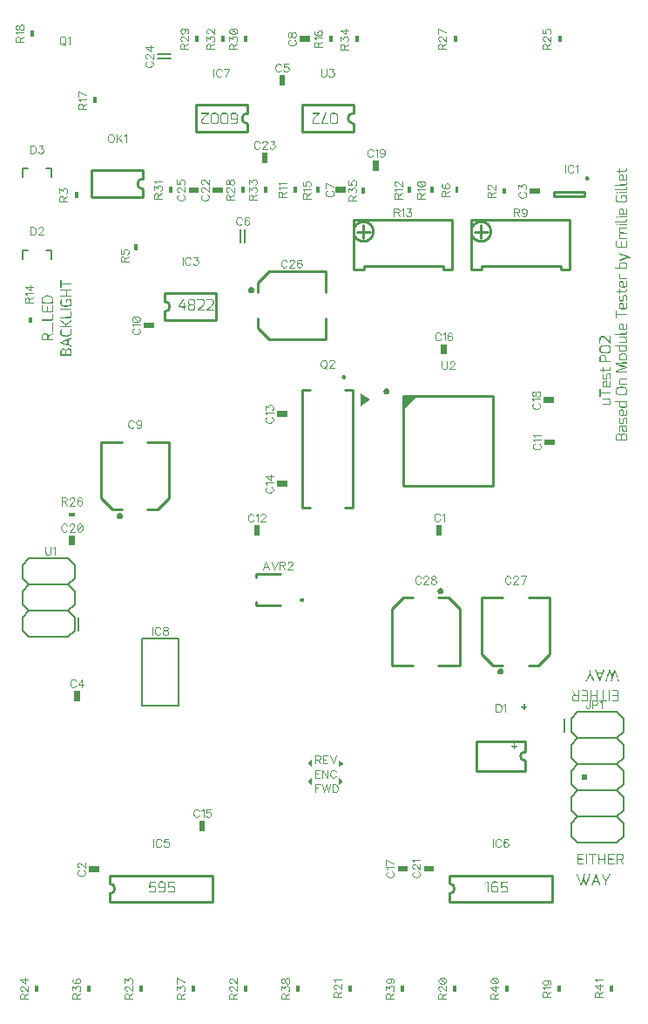
<source format=gto>
G04 DipTrace 4.0.0.0*
G04 uTest_p02.GTO*
%MOIN*%
G04 #@! TF.FileFunction,Legend,Top*
G04 #@! TF.Part,Single*
%ADD10C,0.009843*%
%ADD15C,0.007*%
%ADD31C,0.006*%
%ADD37C,0.008*%
%ADD120C,0.004632*%
%FSLAX26Y26*%
G04*
G70*
G90*
G75*
G01*
G04 TopSilk*
%LPD*%
X1419025Y2359558D2*
D10*
X1322978D1*
X1419025Y2477681D2*
X1322978Y2477668D1*
Y2359571D2*
X1322958Y2373341D1*
X1322978Y2477681D2*
X1322958Y2463898D1*
G36*
X1500252Y2387123D2*
X1501280Y2387056D1*
X1502290Y2386855D1*
X1503265Y2386524D1*
X1504189Y2386068D1*
X1505045Y2385496D1*
X1505820Y2384817D1*
X1506499Y2384043D1*
X1507071Y2383186D1*
X1507526Y2382263D1*
X1507858Y2381287D1*
X1508058Y2380277D1*
X1508126Y2379249D1*
X1508058Y2378222D1*
X1507858Y2377211D1*
X1507526Y2376236D1*
X1507071Y2375312D1*
X1506499Y2374456D1*
X1505820Y2373682D1*
X1505045Y2373003D1*
X1504189Y2372430D1*
X1503265Y2371975D1*
X1502290Y2371644D1*
X1501280Y2371443D1*
X1500252Y2371375D1*
X1500239D1*
X1499211Y2371443D1*
X1498201Y2371644D1*
X1497225Y2371975D1*
X1496302Y2372430D1*
X1495445Y2373003D1*
X1494671Y2373682D1*
X1493992Y2374456D1*
X1493420Y2375312D1*
X1492964Y2376236D1*
X1492633Y2377211D1*
X1492432Y2378222D1*
X1492365Y2379249D1*
X1492432Y2380277D1*
X1492633Y2381287D1*
X1492964Y2382263D1*
X1493420Y2383186D1*
X1493992Y2384043D1*
X1494671Y2384817D1*
X1495445Y2385496D1*
X1496302Y2386068D1*
X1497225Y2386524D1*
X1498201Y2386855D1*
X1499211Y2387056D1*
X1500239Y2387123D1*
X1500252D1*
G37*
G36*
X2035824Y2626903D2*
Y2666127D1*
X2014581D1*
Y2626903D1*
X2035824D1*
G37*
G36*
X723655Y1361453D2*
X684430D1*
Y1340210D1*
X723655D1*
Y1361453D1*
G37*
G36*
X2411699Y3953049D2*
X2372475D1*
Y3931806D1*
X2411699D1*
Y3953049D1*
G37*
G36*
X650190Y1992655D2*
Y2031879D1*
X628947D1*
Y1992655D1*
X650190D1*
G37*
G36*
X1413132Y4384421D2*
Y4345197D1*
X1434375D1*
Y4384421D1*
X1413132D1*
G37*
X1265554Y3743890D2*
D15*
Y3795032D1*
X1281302Y3743890D2*
Y3795032D1*
G36*
X1667949Y3957478D2*
X1628724D1*
Y3936235D1*
X1667949D1*
Y3957478D1*
G37*
G36*
X1491220Y4512693D2*
X1530445D1*
Y4533936D1*
X1491220D1*
Y4512693D1*
G37*
X729913Y2983680D2*
D10*
X810621D1*
X729913D2*
Y2767171D1*
X773229Y2723882D2*
X729913Y2767171D1*
X773229Y2723882D2*
X810621Y2723915D1*
X909048Y2983680D2*
X989756D1*
Y2767171D1*
X946439Y2723882D2*
X989756Y2767171D1*
X909048Y2723915D2*
X946439Y2723882D1*
G36*
X802749Y2688436D2*
X801208Y2688537D1*
X799695Y2688838D1*
X798233Y2689334D1*
X796849Y2690016D1*
X795566Y2690874D1*
X794406Y2691891D1*
X793388Y2693052D1*
X792531Y2694335D1*
X791848Y2695719D1*
X791352Y2697181D1*
X791051Y2698694D1*
X790950Y2700234D1*
X791051Y2701774D1*
X791352Y2703288D1*
X791848Y2704749D1*
X792531Y2706134D1*
X793388Y2707417D1*
X794406Y2708577D1*
X795566Y2709595D1*
X796849Y2710452D1*
X798233Y2711135D1*
X799695Y2711631D1*
X801208Y2711932D1*
X802749Y2712033D1*
X802771D1*
X804311Y2711932D1*
X805825Y2711631D1*
X807286Y2711135D1*
X808670Y2710452D1*
X809953Y2709595D1*
X811114Y2708577D1*
X812131Y2707417D1*
X812989Y2706134D1*
X813671Y2704749D1*
X814167Y2703288D1*
X814468Y2701774D1*
X814569Y2700234D1*
X814468Y2698694D1*
X814167Y2697181D1*
X813671Y2695719D1*
X812989Y2694335D1*
X812131Y2693052D1*
X811114Y2691891D1*
X809953Y2690874D1*
X808670Y2690016D1*
X807286Y2689334D1*
X805825Y2688838D1*
X804311Y2688537D1*
X802771Y2688436D1*
X802749D1*
G37*
G36*
X894016Y3417843D2*
X933240D1*
Y3439085D1*
X894016D1*
Y3417843D1*
G37*
G36*
X2427598Y2970912D2*
X2466823D1*
Y2992155D1*
X2427598D1*
Y2970912D1*
G37*
G36*
X1338173Y2624847D2*
Y2664071D1*
X1316930D1*
Y2624847D1*
X1338173D1*
G37*
G36*
X1403720Y3079639D2*
X1442945D1*
Y3100882D1*
X1403720D1*
Y3079639D1*
G37*
G36*
X1442949Y2834365D2*
X1403724D1*
Y2813122D1*
X1442949D1*
Y2834365D1*
G37*
G36*
X1107766Y1535845D2*
Y1496621D1*
X1129009D1*
Y1535845D1*
X1107766D1*
G37*
G36*
X2053193Y3317621D2*
Y3356845D1*
X2031950D1*
Y3317621D1*
X2053193D1*
G37*
G36*
X1866220Y1342122D2*
X1905445D1*
Y1363365D1*
X1866220D1*
Y1342122D1*
G37*
G36*
X2425443Y3132638D2*
X2464668D1*
Y3153881D1*
X2425443D1*
Y3132638D1*
G37*
G36*
X1772569Y4058915D2*
Y4019690D1*
X1793812D1*
Y4058915D1*
X1772569D1*
G37*
G36*
X608496Y2626575D2*
Y2587350D1*
X629739D1*
Y2626575D1*
X608496D1*
G37*
G36*
X1966220Y1342122D2*
X2005445D1*
Y1363365D1*
X1966220D1*
Y1342122D1*
G37*
G36*
X1157756Y3935871D2*
X1196980D1*
Y3957114D1*
X1157756D1*
Y3935871D1*
G37*
G36*
X1345996Y4089075D2*
Y4049850D1*
X1367239D1*
Y4089075D1*
X1345996D1*
G37*
X947764Y4464946D2*
D15*
X998905D1*
X947764Y4449198D2*
X998905D1*
G36*
X1066220Y3935871D2*
X1105445D1*
Y3957114D1*
X1066220D1*
Y3935871D1*
G37*
X1589925Y3635803D2*
D10*
Y3555096D1*
Y3635803D2*
X1373409D1*
X1330106Y3592487D2*
X1373409Y3635803D1*
X1330106Y3592487D2*
X1330140Y3555096D1*
X1589925Y3456668D2*
Y3375961D1*
X1373409D1*
X1330106Y3419277D2*
X1373409Y3375961D1*
X1330140Y3456668D2*
X1330106Y3419277D1*
G36*
X1294668Y3562971D2*
X1294769Y3564510D1*
X1295070Y3566024D1*
X1295566Y3567485D1*
X1296248Y3568868D1*
X1297105Y3570151D1*
X1298123Y3571312D1*
X1299283Y3572329D1*
X1300566Y3573186D1*
X1301950Y3573869D1*
X1303411Y3574365D1*
X1304924Y3574666D1*
X1306464Y3574766D1*
X1308003Y3574666D1*
X1309517Y3574365D1*
X1310978Y3573869D1*
X1312362Y3573186D1*
X1313645Y3572329D1*
X1314805Y3571312D1*
X1315822Y3570151D1*
X1316679Y3568868D1*
X1317362Y3567485D1*
X1317858Y3566024D1*
X1318159Y3564510D1*
X1318260Y3562971D1*
Y3562943D1*
X1318159Y3561403D1*
X1317858Y3559890D1*
X1317362Y3558429D1*
X1316679Y3557045D1*
X1315822Y3555762D1*
X1314805Y3554602D1*
X1313645Y3553585D1*
X1312362Y3552727D1*
X1310978Y3552045D1*
X1309517Y3551549D1*
X1308003Y3551248D1*
X1306464Y3551147D1*
X1304924Y3551248D1*
X1303411Y3551549D1*
X1301950Y3552045D1*
X1300566Y3552727D1*
X1299283Y3553585D1*
X1298123Y3554602D1*
X1297105Y3555762D1*
X1296248Y3557045D1*
X1295566Y3558429D1*
X1295070Y3559890D1*
X1294769Y3561403D1*
X1294668Y3562943D1*
Y3562971D1*
G37*
X2187164Y2389232D2*
D10*
X2267871D1*
X2187164D2*
Y2172717D1*
X2230480Y2129413D2*
X2187164Y2172717D1*
X2230480Y2129413D2*
X2267871Y2129448D1*
X2366299Y2389232D2*
X2447006D1*
Y2172717D1*
X2403690Y2129413D2*
X2447006Y2172717D1*
X2366299Y2129448D2*
X2403690Y2129413D1*
G36*
X2259997Y2093975D2*
X2258457Y2094076D1*
X2256944Y2094377D1*
X2255482Y2094873D1*
X2254099Y2095555D1*
X2252816Y2096413D1*
X2251656Y2097430D1*
X2250638Y2098590D1*
X2249781Y2099873D1*
X2249099Y2101257D1*
X2248603Y2102718D1*
X2248302Y2104231D1*
X2248201Y2105771D1*
X2248302Y2107311D1*
X2248603Y2108824D1*
X2249099Y2110285D1*
X2249781Y2111669D1*
X2250638Y2112952D1*
X2251656Y2114112D1*
X2252816Y2115129D1*
X2254099Y2115987D1*
X2255482Y2116669D1*
X2256944Y2117165D1*
X2258457Y2117466D1*
X2259997Y2117567D1*
X2260024D1*
X2261564Y2117466D1*
X2263077Y2117165D1*
X2264538Y2116669D1*
X2265922Y2115987D1*
X2267205Y2115129D1*
X2268365Y2114112D1*
X2269382Y2112952D1*
X2270240Y2111669D1*
X2270922Y2110285D1*
X2271418Y2108824D1*
X2271719Y2107311D1*
X2271820Y2105771D1*
X2271719Y2104231D1*
X2271418Y2102718D1*
X2270922Y2101257D1*
X2270240Y2099873D1*
X2269382Y2098590D1*
X2268365Y2097430D1*
X2267205Y2096413D1*
X2265922Y2095555D1*
X2264538Y2094873D1*
X2263077Y2094377D1*
X2261564Y2094076D1*
X2260024Y2093975D1*
X2259997D1*
G37*
X2103256Y2129413D2*
D10*
X2022548D1*
X2103256D2*
Y2345929D1*
X2059939Y2389232D2*
X2103256Y2345929D1*
X2059939Y2389232D2*
X2022548Y2389198D1*
X1924121Y2129413D2*
X1843413D1*
Y2345929D1*
X1886729Y2389232D2*
X1843413Y2345929D1*
X1924121Y2389198D2*
X1886729Y2389232D1*
G36*
X2030423Y2424671D2*
X2031963Y2424570D1*
X2033476Y2424269D1*
X2034937Y2423773D1*
X2036321Y2423090D1*
X2037604Y2422233D1*
X2038764Y2421216D1*
X2039781Y2420056D1*
X2040639Y2418773D1*
X2041321Y2417389D1*
X2041817Y2415928D1*
X2042118Y2414414D1*
X2042219Y2412875D1*
X2042118Y2411335D1*
X2041817Y2409822D1*
X2041321Y2408361D1*
X2040639Y2406977D1*
X2039781Y2405694D1*
X2038764Y2404534D1*
X2037604Y2403516D1*
X2036321Y2402659D1*
X2034937Y2401977D1*
X2033476Y2401481D1*
X2031963Y2401180D1*
X2030423Y2401079D1*
X2030395D1*
X2028856Y2401180D1*
X2027342Y2401481D1*
X2025881Y2401977D1*
X2024498Y2402659D1*
X2023215Y2403516D1*
X2022055Y2404534D1*
X2021037Y2405694D1*
X2020180Y2406977D1*
X2019497Y2408361D1*
X2019002Y2409822D1*
X2018700Y2411335D1*
X2018600Y2412875D1*
X2018700Y2414414D1*
X2019002Y2415928D1*
X2019497Y2417389D1*
X2020180Y2418773D1*
X2021037Y2420056D1*
X2022055Y2421216D1*
X2023215Y2422233D1*
X2024498Y2423090D1*
X2025881Y2423773D1*
X2027342Y2424269D1*
X2028856Y2424570D1*
X2030395Y2424671D1*
X2030423D1*
G37*
X2353358Y1837180D2*
D10*
X2168311D1*
Y1728900D1*
Y1726938D2*
X2353358D1*
Y1766302D1*
Y1837180D2*
Y1797816D1*
G03X2353358Y1766302I-1844J-15757D01*
G01*
X429834Y3683776D2*
D31*
Y3715776D1*
X451834D1*
X541834D2*
Y3683776D1*
X519834Y3715776D2*
X541834D1*
X429834Y3995154D2*
Y4027154D1*
X451834D1*
X541834D2*
Y3995154D1*
X519834Y4027154D2*
X541834D1*
G36*
X2583981Y3990429D2*
X2584047Y3991435D1*
X2584244Y3992423D1*
X2584568Y3993377D1*
X2585013Y3994280D1*
X2585573Y3995118D1*
X2586237Y3995875D1*
X2586995Y3996540D1*
X2587833Y3997099D1*
X2588736Y3997545D1*
X2589690Y3997869D1*
X2590678Y3998065D1*
X2591684Y3998131D1*
X2592689Y3998065D1*
X2593677Y3997869D1*
X2594631Y3997545D1*
X2595535Y3997099D1*
X2596372Y3996540D1*
X2597130Y3995875D1*
X2597794Y3995118D1*
X2598354Y3994280D1*
X2598799Y3993377D1*
X2599123Y3992423D1*
X2599320Y3991435D1*
X2599386Y3990429D1*
Y3990411D1*
X2599320Y3989405D1*
X2599123Y3988417D1*
X2598799Y3987463D1*
X2598354Y3986560D1*
X2597794Y3985722D1*
X2597130Y3984965D1*
X2596372Y3984300D1*
X2595535Y3983741D1*
X2594631Y3983295D1*
X2593677Y3982971D1*
X2592689Y3982775D1*
X2591684Y3982709D1*
X2590678Y3982775D1*
X2589690Y3982971D1*
X2588736Y3983295D1*
X2587833Y3983741D1*
X2586995Y3984300D1*
X2586237Y3984965D1*
X2585573Y3985722D1*
X2585013Y3986560D1*
X2584568Y3987463D1*
X2584244Y3988417D1*
X2584047Y3989405D1*
X2583981Y3990411D1*
Y3990429D1*
G37*
X2582483Y3940278D2*
D10*
X2464378D1*
Y3920593D1*
X2582483D1*
Y3940278D1*
X974661Y3449572D2*
X1171514D1*
X974661Y3551948D2*
X1171514D1*
Y3449572D2*
Y3551948D1*
X974661Y3481066D2*
Y3449572D1*
Y3520454D2*
Y3551948D1*
Y3481066D2*
G03X974661Y3520454I-9J19694D01*
G01*
X764000Y1224572D2*
X1157669D1*
X764000Y1326948D2*
X1157669D1*
Y1224572D2*
Y1326948D1*
X764000Y1224572D2*
Y1256066D1*
Y1295454D2*
Y1326948D1*
Y1256066D2*
G03X764000Y1295454I-11J19694D01*
G01*
X2064000Y1224572D2*
X2457669D1*
X2064000Y1326948D2*
X2457669D1*
Y1224572D2*
Y1326948D1*
X2064000Y1224572D2*
Y1256066D1*
Y1295454D2*
Y1326948D1*
Y1256066D2*
G03X2064000Y1295454I-10J19694D01*
G01*
X1290560Y4270648D2*
X1093707D1*
X1290560Y4168273D2*
X1093707D1*
Y4270648D2*
Y4168273D1*
X1290560Y4239155D2*
Y4270648D1*
Y4199766D2*
Y4168273D1*
Y4239155D2*
G03X1290560Y4199766I9J-19694D01*
G01*
X1027842Y1974461D2*
D37*
X887841D1*
Y2232492D1*
X1027842D1*
Y1974461D1*
G36*
X2569601Y1710710D2*
Y1690694D1*
X2589585D1*
Y1710710D1*
X2569601D1*
G37*
X2554585Y1950710D2*
D31*
X2529585Y1925710D1*
Y1875710D2*
X2554585Y1850710D1*
X2529585Y1825710D1*
Y1775710D2*
X2554585Y1750710D1*
X2529585Y1725710D1*
Y1675710D2*
X2554585Y1650710D1*
X2529585Y1625710D1*
Y1575710D2*
X2554585Y1550710D1*
Y1950710D2*
X2704585D1*
X2729585Y1925710D1*
Y1875710D1*
X2704585Y1850710D1*
X2729585Y1825710D1*
Y1775710D1*
X2704585Y1750710D1*
X2729585Y1725710D1*
Y1675710D1*
X2704585Y1650710D1*
X2729585Y1625710D1*
Y1575710D1*
X2704585Y1550710D1*
Y1850710D2*
X2554585D1*
X2704585Y1750710D2*
X2554585D1*
X2704585Y1650710D2*
X2554585D1*
X2704585Y1550710D2*
X2554585D1*
X2529585Y1625710D2*
Y1575710D1*
Y1725710D2*
Y1675710D1*
Y1825710D2*
Y1775710D1*
Y1925710D2*
Y1875710D1*
X2554585Y1550710D2*
X2529585Y1525710D1*
Y1475710D2*
X2554585Y1450710D1*
X2704585Y1550710D2*
X2729585Y1525710D1*
Y1475710D1*
X2704585Y1450710D1*
X2554585D1*
X2529585Y1525710D2*
Y1475710D1*
X2504585Y1925710D2*
D37*
Y1875710D1*
X890560Y4020648D2*
D10*
X693707D1*
X890560Y3918273D2*
X693707D1*
Y4020648D2*
Y3918273D1*
X890560Y3989155D2*
Y4020648D1*
Y3949766D2*
Y3918273D1*
Y3989155D2*
G03X890560Y3949766I9J-19694D01*
G01*
G36*
X1659884Y3238723D2*
X1660890Y3238657D1*
X1661878Y3238461D1*
X1662833Y3238137D1*
X1663737Y3237691D1*
X1664575Y3237131D1*
X1665333Y3236466D1*
X1665998Y3235708D1*
X1666558Y3234870D1*
X1667004Y3233966D1*
X1667328Y3233011D1*
X1667524Y3232022D1*
X1667590Y3231016D1*
X1667524Y3230011D1*
X1667328Y3229022D1*
X1667004Y3228067D1*
X1666558Y3227163D1*
X1665998Y3226325D1*
X1665333Y3225567D1*
X1664575Y3224902D1*
X1663737Y3224342D1*
X1662833Y3223896D1*
X1661878Y3223572D1*
X1660890Y3223376D1*
X1659884Y3223310D1*
X1659806D1*
X1658800Y3223376D1*
X1657812Y3223572D1*
X1656857Y3223896D1*
X1655953Y3224342D1*
X1655115Y3224902D1*
X1654357Y3225567D1*
X1653692Y3226325D1*
X1653132Y3227163D1*
X1652686Y3228067D1*
X1652362Y3229022D1*
X1652165Y3230011D1*
X1652100Y3231016D1*
X1652165Y3232022D1*
X1652362Y3233011D1*
X1652686Y3233966D1*
X1653132Y3234870D1*
X1653692Y3235708D1*
X1654357Y3236466D1*
X1655115Y3237131D1*
X1655953Y3237691D1*
X1656857Y3238137D1*
X1657812Y3238461D1*
X1658800Y3238657D1*
X1659806Y3238723D1*
X1659884D1*
G37*
X1665275Y3181912D2*
D10*
X1694791D1*
X1501878Y2733093D2*
X1531394D1*
X1501878Y3181912D2*
Y2733093D1*
Y3181912D2*
X1531394D1*
X1665275Y2733093D2*
X1694791D1*
Y3181912D2*
Y2733093D1*
G36*
X2279370Y3953391D2*
X2266453D1*
Y3931223D1*
X2279370D1*
Y3953391D1*
G37*
G36*
X629799Y3916781D2*
X642716D1*
Y3938949D1*
X629799D1*
Y3916781D1*
G37*
G36*
X857644Y3715814D2*
X870562D1*
Y3737982D1*
X857644D1*
Y3715814D1*
G37*
G36*
X2086048Y3935530D2*
X2098966D1*
Y3957698D1*
X2086048D1*
Y3935530D1*
G37*
X2522844Y3642207D2*
D10*
Y3831184D1*
X2148821Y3642207D2*
Y3831184D1*
X2489362Y3654018D2*
X2186235D1*
X2522844Y3642207D2*
X2489362D1*
Y3654018D1*
X2186235D2*
Y3642207D1*
X2148821D1*
X2522844Y3831184D2*
X2148821D1*
X2160844Y3787096D2*
X2210841D1*
X2148334Y3787086D2*
G02X2148334Y3787086I37507J0D01*
G01*
X2185824Y3812097D2*
Y3762095D1*
G36*
X1992299Y3935530D2*
X2005216D1*
Y3957698D1*
X1992299D1*
Y3935530D1*
G37*
G36*
X1467299D2*
X1480216D1*
Y3957698D1*
X1467299D1*
Y3935530D1*
G37*
G36*
X1904799D2*
X1917716D1*
Y3957698D1*
X1904799D1*
Y3935530D1*
G37*
X2072844Y3642207D2*
D10*
Y3831184D1*
X1698821Y3642207D2*
Y3831184D1*
X2039362Y3654018D2*
X1736235D1*
X2072844Y3642207D2*
X2039362D1*
Y3654018D1*
X1736235D2*
Y3642207D1*
X1698821D1*
X2072844Y3831184D2*
X1698821D1*
X1710844Y3787096D2*
X1760841D1*
X1698334Y3787086D2*
G02X1698334Y3787086I37507J0D01*
G01*
X1735824Y3812097D2*
Y3762095D1*
G36*
X466870Y3459640D2*
X453953D1*
Y3437472D1*
X466870D1*
Y3459640D1*
G37*
G36*
X1566870Y3957819D2*
X1553953D1*
Y3935651D1*
X1566870D1*
Y3957819D1*
G37*
G36*
X1604799Y4512352D2*
X1617716D1*
Y4534520D1*
X1604799D1*
Y4512352D1*
G37*
G36*
X714663Y4300862D2*
X701745D1*
Y4278694D1*
X714663D1*
Y4300862D1*
G37*
G36*
X475334Y4555605D2*
X462417D1*
Y4533437D1*
X475334D1*
Y4555605D1*
G37*
G36*
X2491870Y905605D2*
X2478953D1*
Y883437D1*
X2491870D1*
Y905605D1*
G37*
G36*
X2091870D2*
X2078953D1*
Y883437D1*
X2091870D1*
Y905605D1*
G37*
G36*
X1691870D2*
X1678953D1*
Y883437D1*
X1691870D1*
Y905605D1*
G37*
G36*
X1291870D2*
X1278953D1*
Y883437D1*
X1291870D1*
Y905605D1*
G37*
G36*
X891870D2*
X878953D1*
Y883437D1*
X891870D1*
Y905605D1*
G37*
G36*
X491870D2*
X478953D1*
Y883437D1*
X491870D1*
Y905605D1*
G37*
G36*
X2479799Y4512352D2*
X2492716D1*
Y4534520D1*
X2479799D1*
Y4512352D1*
G37*
G36*
X608155Y2712996D2*
Y2700079D1*
X630323D1*
Y2712996D1*
X608155D1*
G37*
G36*
X2079799Y4512352D2*
X2092716D1*
Y4534520D1*
X2079799D1*
Y4512352D1*
G37*
G36*
X1267299Y3935530D2*
X1280216D1*
Y3957698D1*
X1267299D1*
Y3935530D1*
G37*
G36*
X1104370Y4534640D2*
X1091453D1*
Y4512472D1*
X1104370D1*
Y4534640D1*
G37*
G36*
X1291870D2*
X1278953D1*
Y4512472D1*
X1291870D1*
Y4534640D1*
G37*
G36*
X1004370Y3957819D2*
X991453D1*
Y3935651D1*
X1004370D1*
Y3957819D1*
G37*
G36*
X1192299Y4512352D2*
X1205216D1*
Y4534520D1*
X1192299D1*
Y4512352D1*
G37*
G36*
X1354799Y3935530D2*
X1367716D1*
Y3957698D1*
X1354799D1*
Y3935530D1*
G37*
G36*
X1704799Y4512352D2*
X1717716D1*
Y4534520D1*
X1704799D1*
Y4512352D1*
G37*
G36*
X1741870Y3955605D2*
X1728953D1*
Y3933437D1*
X1741870D1*
Y3955605D1*
G37*
G36*
X691870Y905605D2*
X678953D1*
Y883437D1*
X691870D1*
Y905605D1*
G37*
G36*
X1091870D2*
X1078953D1*
Y883437D1*
X1091870D1*
Y905605D1*
G37*
G36*
X1491870D2*
X1478953D1*
Y883437D1*
X1491870D1*
Y905605D1*
G37*
G36*
X1891870D2*
X1878953D1*
Y883437D1*
X1891870D1*
Y905605D1*
G37*
G36*
X2291870D2*
X2278953D1*
Y883437D1*
X2291870D1*
Y905605D1*
G37*
G36*
X2691870D2*
X2678953D1*
Y883437D1*
X2691870D1*
Y905605D1*
G37*
X604585Y2238211D2*
D37*
X629585Y2263211D1*
Y2313211D2*
X604585Y2338211D1*
X629585Y2363211D1*
Y2413211D2*
X604585Y2438211D1*
X629585Y2463211D1*
Y2513211D2*
X604585Y2538211D1*
Y2238211D2*
X454585D1*
X429585Y2263211D1*
Y2313211D1*
X454585Y2338211D1*
X429585Y2363211D1*
Y2413211D1*
X454585Y2438211D1*
X429585Y2463211D1*
Y2513211D1*
X454585Y2538211D1*
Y2338211D2*
X604585D1*
X454585Y2438211D2*
X604585D1*
X454585Y2538211D2*
X604585D1*
X629585Y2463211D2*
Y2513211D1*
Y2363211D2*
Y2413211D1*
Y2263211D2*
Y2313211D1*
X642774D2*
Y2263211D1*
X1889008Y3158217D2*
D10*
Y2815744D1*
X2231480D1*
Y3158217D1*
X1889008D1*
G36*
X1812198Y3175963D2*
X1812299Y3177506D1*
X1812601Y3179023D1*
X1813098Y3180488D1*
X1813782Y3181875D1*
X1814641Y3183161D1*
X1815661Y3184323D1*
X1816824Y3185343D1*
X1818109Y3186202D1*
X1819496Y3186886D1*
X1820961Y3187383D1*
X1822478Y3187685D1*
X1824021Y3187786D1*
X1825564Y3187685D1*
X1827081Y3187383D1*
X1828545Y3186886D1*
X1829932Y3186202D1*
X1831218Y3185343D1*
X1832381Y3184323D1*
X1833401Y3183161D1*
X1834260Y3181875D1*
X1834944Y3180488D1*
X1835441Y3179023D1*
X1835743Y3177506D1*
X1835844Y3175963D1*
D1*
X1835743Y3174420D1*
X1835441Y3172903D1*
X1834944Y3171439D1*
X1834260Y3170052D1*
X1833401Y3168766D1*
X1832381Y3167603D1*
X1831218Y3166584D1*
X1829932Y3165724D1*
X1828545Y3165040D1*
X1827081Y3164543D1*
X1825564Y3164242D1*
X1824021Y3164140D1*
X1822478Y3164242D1*
X1820961Y3164543D1*
X1819496Y3165040D1*
X1818109Y3165724D1*
X1816824Y3166584D1*
X1815661Y3167603D1*
X1814641Y3168766D1*
X1813782Y3170052D1*
X1813098Y3171439D1*
X1812601Y3172903D1*
X1812299Y3174420D1*
X1812198Y3175963D1*
D1*
G37*
G36*
X1889787Y3156658D2*
X1927152Y3155878D1*
X1889787Y3156658D1*
G37*
G36*
X1894880Y3160192D2*
X1942119D1*
X1887033Y3105105D1*
X1894880Y3160192D1*
G37*
X1696399Y4270648D2*
D10*
X1499546D1*
X1696399Y4168273D2*
X1499546D1*
Y4270648D2*
Y4168273D1*
X1696399Y4239155D2*
Y4270648D1*
Y4199766D2*
Y4168273D1*
Y4239155D2*
G03X1696399Y4199766I9J-19694D01*
G01*
G36*
X1723334Y3169461D2*
Y3119461D1*
X1760834Y3144461D1*
D1*
X1723334Y3169461D1*
G37*
G36*
X1520038Y1754983D2*
X1538788Y1767483D1*
Y1742483D1*
D1*
X1520038Y1754983D1*
G37*
G36*
Y1685904D2*
X1538788Y1698404D1*
Y1673404D1*
D1*
X1520038Y1685904D1*
G37*
G36*
X1659186Y1685244D2*
X1640436Y1697744D1*
Y1672744D1*
D1*
X1659186Y1685244D1*
G37*
G36*
X1660175Y1753665D2*
X1641425Y1741165D1*
Y1766165D1*
D1*
X1660175Y1753665D1*
G37*
G36*
X575758Y3602715D2*
Y3573319D1*
X579957D1*
Y3585392D1*
X618278Y3585917D1*
Y3589592D1*
X579957Y3590117D1*
Y3602715D1*
X575758D1*
G37*
G36*
Y3567019D2*
Y3563345D1*
X576283Y3562820D1*
X596230Y3562295D1*
Y3542348D1*
X575758Y3541823D1*
Y3538148D1*
X618278D1*
Y3541823D1*
X599905Y3542348D1*
Y3562295D1*
X618278Y3562820D1*
Y3567019D1*
X575758D1*
G37*
G36*
X596230Y3529749D2*
Y3521350D1*
X596755Y3518201D1*
X597280Y3516101D1*
X597805Y3515576D1*
X599905D1*
Y3525025D1*
X604104Y3525550D1*
X608304D1*
X612503Y3525025D1*
Y3524500D1*
X613553Y3521350D1*
X614078Y3519250D1*
X614603Y3516626D1*
X615128Y3516101D1*
Y3512426D1*
X614603Y3511901D1*
X614078Y3509802D1*
Y3509277D1*
X611978Y3507177D1*
X609879Y3506127D1*
X608304Y3505602D1*
X606204Y3505077D1*
X599380Y3504552D1*
X597805Y3504027D1*
X596230D1*
X594655Y3504552D1*
X588356Y3505077D1*
X585732Y3505602D1*
X584157Y3506127D1*
X582057Y3507177D1*
X580482Y3508752D1*
Y3509277D1*
X579957Y3510327D1*
X579432Y3510851D1*
Y3524500D1*
X579957Y3525025D1*
Y3528699D1*
X577333D1*
X576808Y3528174D1*
X576283Y3525025D1*
X575758Y3520825D1*
Y3509802D1*
X576283Y3508227D1*
X576808Y3507177D1*
X577858Y3505602D1*
X578907Y3504552D1*
X580482Y3503502D1*
X582582Y3502453D1*
X585732Y3501403D1*
X587831Y3500878D1*
X592031Y3500353D1*
X602530D1*
X606729Y3500878D1*
X610928Y3501928D1*
X614078Y3503502D1*
X616703Y3506127D1*
X618278Y3509277D1*
X618802Y3511376D1*
Y3516626D1*
X618278Y3519250D1*
X617228Y3522400D1*
X616178Y3524500D1*
X615555Y3525090D1*
X615653Y3525550D1*
X617228Y3526075D1*
X618278Y3526600D1*
Y3529749D1*
X596230D1*
G37*
G36*
X575758Y3493004D2*
Y3489329D1*
X618278D1*
Y3493004D1*
X575758D1*
G37*
G36*
X614603Y3481980D2*
Y3462558D1*
X614078Y3462033D1*
Y3461508D1*
X613028Y3460983D1*
X575758Y3460458D1*
Y3456783D1*
X613553D1*
X615128Y3457308D1*
X616178Y3457833D1*
X617228Y3458883D1*
X618278Y3460983D1*
Y3481980D1*
X614603D1*
G37*
G36*
X575758Y3449434D2*
Y3444710D1*
X576283Y3444185D1*
X579432Y3442085D1*
X581532Y3440510D1*
X584682Y3438411D1*
X586781Y3436836D1*
X589931Y3434736D1*
X592031Y3433161D1*
X593606Y3432111D1*
X594655Y3431586D1*
X595180Y3431061D1*
Y3426337D1*
X575758Y3425812D1*
Y3422138D1*
X618278D1*
Y3425812D1*
X598855Y3426337D1*
Y3431061D1*
X599905Y3431586D1*
X603054Y3433686D1*
X605154Y3435261D1*
X608304Y3437361D1*
X610404Y3438935D1*
X615128Y3442085D1*
X617228Y3443660D1*
X618278Y3444710D1*
Y3449434D1*
X615128Y3447334D1*
X613028Y3445760D1*
X606729Y3441560D1*
X604629Y3439985D1*
X598330Y3435786D1*
X597280Y3434736D1*
X596755D1*
X595180Y3436311D1*
X590456Y3439460D1*
X588356Y3441035D1*
X583632Y3444185D1*
X581532Y3445760D1*
X576808Y3448909D1*
X575758Y3449434D1*
G37*
G36*
X576808Y3414788D2*
Y3412689D1*
X576283Y3412164D1*
X575758Y3408489D1*
Y3396416D1*
X576808Y3393266D1*
X577858Y3391691D1*
X579432Y3390117D1*
X583632Y3388017D1*
X587831Y3386967D1*
X592556Y3386442D1*
X601480D1*
X605154Y3386967D1*
X607779Y3387492D1*
X610928Y3388542D1*
X613028Y3389592D1*
X614603Y3390642D1*
X616178Y3392216D1*
X617228Y3393791D1*
X618278Y3395891D1*
X618802Y3397991D1*
Y3406390D1*
X618278Y3411114D1*
X617753Y3414264D1*
X617228Y3414788D1*
X614603D1*
Y3406390D1*
X615128Y3405865D1*
Y3399040D1*
X614603Y3398516D1*
X614078Y3396941D1*
X613553Y3395891D1*
Y3395366D1*
X612503Y3394316D1*
X611453Y3393791D1*
X610928Y3393266D1*
X608829Y3392216D1*
X607254Y3391691D1*
X604629Y3391166D1*
X599380Y3390642D1*
X597805Y3390117D1*
X596230D1*
X594655Y3390642D1*
X587831Y3391166D1*
X585732Y3391691D1*
X584157Y3392216D1*
X582057Y3393266D1*
X580482Y3394841D1*
Y3395366D1*
X579957Y3396416D1*
X579432Y3396941D1*
Y3412164D1*
X579957Y3412689D1*
Y3414788D1*
X576808D1*
G37*
G36*
X587831Y3370694D2*
X586781Y3370169D1*
X577333Y3367019D1*
X576283Y3366495D1*
X575758Y3365970D1*
Y3362295D1*
X576808Y3361770D1*
X581007Y3360195D1*
X592556Y3355996D1*
X596755Y3354421D1*
X602530Y3352321D1*
X606729Y3350747D1*
X618278Y3346547D1*
Y3351271D1*
X617753Y3351796D1*
X606729Y3355471D1*
X606204Y3355996D1*
Y3372269D1*
X606729Y3372794D1*
X609879Y3373844D1*
X611978Y3374369D1*
X618278Y3376468D1*
Y3381193D1*
X617753D1*
X607254Y3377518D1*
X598330Y3374369D1*
X587831Y3370694D1*
X600430D1*
X601130Y3371219D1*
X601830D1*
X602530Y3370694D1*
Y3357571D1*
X601889Y3357023D1*
X601283Y3357091D1*
X600955Y3357571D1*
X593606Y3360195D1*
X584682Y3363345D1*
X583107Y3363870D1*
X582582Y3364395D1*
X584157Y3364920D1*
X597805Y3369644D1*
X600430Y3370694D1*
X587831D1*
G37*
G36*
X618278Y3317676D2*
Y3333424D1*
X617753Y3334998D1*
X617228Y3336048D1*
X616178Y3337623D1*
X615128Y3338673D1*
X611978Y3340248D1*
X610404Y3340773D1*
X603054D1*
X601480Y3340248D1*
X599380Y3339198D1*
X597280Y3337098D1*
X597016Y3336572D1*
X596711Y3336024D1*
X596198Y3335477D1*
X595929Y3335562D1*
X595591Y3336140D1*
X595705Y3336573D1*
X595180Y3337623D1*
X593606Y3339198D1*
X591506Y3340248D1*
X588881Y3340773D1*
X585207D1*
X583107Y3340248D1*
X581532Y3339723D1*
X579957Y3338673D1*
X577858Y3336573D1*
X585732D1*
X586432Y3337098D1*
X587131D1*
X587831Y3336573D1*
X590456Y3336048D1*
X592556Y3334998D1*
X592979Y3334321D1*
X593081Y3333949D1*
X593606Y3332899D1*
X594131Y3332374D1*
Y3317676D1*
X589406Y3317151D1*
X584682D1*
X579957Y3317676D1*
Y3332899D1*
X580482Y3333424D1*
Y3333949D1*
X582057Y3335523D1*
X583107Y3336048D1*
X585732Y3336573D1*
X577858D1*
X577333Y3336048D1*
X576283Y3333949D1*
X575758Y3330799D1*
Y3313476D1*
X618278D1*
Y3317676D1*
X614603D1*
X609179Y3317151D1*
X603754D1*
X598330Y3317676D1*
Y3332374D1*
X598855Y3332899D1*
Y3333424D1*
X600955Y3335523D1*
X602005Y3336048D1*
X603579Y3336573D1*
X605679Y3337098D1*
X607779D1*
X609879Y3336573D1*
X611453Y3336048D1*
X614078Y3333424D1*
Y3332899D1*
X614603Y3317676D1*
X618278D1*
G37*
G36*
X509616Y3539198D2*
X507516Y3537098D1*
X506467Y3535523D1*
X505942Y3534474D1*
X505417Y3532899D1*
X504892Y3529749D1*
Y3512951D1*
X547411D1*
Y3531849D1*
X546886Y3533424D1*
X545312Y3536573D1*
X542687Y3539198D1*
X541112Y3540248D1*
X537963Y3541823D1*
X534813Y3542872D1*
X532188Y3543397D1*
X527464Y3543922D1*
X525364D1*
X519590Y3543397D1*
X516965Y3542872D1*
X513816Y3541823D1*
X510666Y3540248D1*
X509616Y3539198D1*
X520115D1*
X524139Y3539723D1*
X528164D1*
X532188Y3539198D1*
X534813Y3538673D1*
X536388Y3538148D1*
X539537Y3536573D1*
X542162Y3533949D1*
Y3533424D1*
X542687Y3532374D1*
X543212Y3530799D1*
X543737Y3530274D1*
Y3517151D1*
X532188Y3516626D1*
X520640D1*
X509091Y3517151D1*
Y3531849D1*
X509616Y3532374D1*
X510141Y3533424D1*
X511191Y3534998D1*
X511293Y3535371D1*
X511716Y3536048D1*
X512766Y3536573D1*
X513291Y3537098D1*
X515390Y3538148D1*
X517490Y3538673D1*
X520115Y3539198D1*
X509616D1*
G37*
G36*
X505942Y3504552D2*
Y3497728D1*
X505417Y3497203D1*
X504892Y3486705D1*
Y3485655D1*
X505417Y3483030D1*
X506467Y3481455D1*
X507516Y3480405D1*
X508566Y3479880D1*
X510141Y3479355D1*
X542687D1*
X544262Y3479880D1*
X545312Y3480405D1*
X546886Y3481980D1*
X547411Y3483030D1*
X547936Y3485130D1*
Y3487754D1*
X547411Y3497203D1*
X546886Y3504552D1*
X543737D1*
Y3484605D1*
X543212Y3484080D1*
X542162Y3483555D1*
X537613Y3483030D1*
X533063D1*
X528514Y3483555D1*
Y3493004D1*
X527989Y3502453D1*
X524839D1*
X524314Y3485130D1*
Y3483555D1*
X519590Y3483030D1*
X514865D1*
X510141Y3483555D1*
X509091Y3484605D1*
Y3504552D1*
X505942D1*
G37*
G36*
X543737Y3472006D2*
Y3452584D1*
X543212Y3452059D1*
Y3451534D1*
X542162Y3451009D1*
X504892Y3450484D1*
Y3446809D1*
X542687D1*
X544262Y3447334D1*
X545312Y3447859D1*
X546362Y3448909D1*
X547411Y3451009D1*
Y3472006D1*
X543737D1*
G37*
G36*
Y3439985D2*
Y3403240D1*
X547411D1*
Y3439985D1*
X543737D1*
G37*
G36*
X529564Y3392216D2*
Y3393266D1*
X528514Y3395366D1*
X527464Y3396416D1*
X525889Y3397466D1*
X522739Y3398516D1*
X519065Y3399040D1*
X516440D1*
X512766Y3398516D1*
X510666Y3397991D1*
X508566Y3396941D1*
X506467Y3394841D1*
X505417Y3392741D1*
X504892Y3390117D1*
Y3371219D1*
X547411D1*
Y3374893D1*
X529039Y3375418D1*
Y3376993D1*
X529564Y3377518D1*
X530089Y3385392D1*
Y3386967D1*
X537438Y3390642D1*
X547411Y3395891D1*
Y3400090D1*
X546886D1*
X539537Y3396416D1*
X531663Y3392216D1*
X530963Y3391691D1*
X530264D1*
X529564Y3392216D1*
X525364D1*
Y3391691D1*
X525889Y3391166D1*
Y3375418D1*
X520290Y3374893D1*
X514690D1*
X509091Y3375418D1*
Y3391166D1*
X509616Y3391691D1*
Y3392216D1*
X510666Y3393266D1*
X511716Y3393791D1*
X513291Y3394316D1*
X516265Y3394841D1*
X519240D1*
X522215Y3394316D1*
X523789Y3393791D1*
X524839Y3393266D1*
Y3392741D1*
X525364Y3392216D1*
X529564D1*
G37*
G36*
X2647149Y3388542D2*
X2645574Y3388017D1*
X2642425Y3386442D1*
X2640325Y3384342D1*
X2638750Y3381193D1*
X2638225Y3378568D1*
Y3372269D1*
X2638750Y3364395D1*
X2639275Y3359670D1*
X2639800Y3359145D1*
X2641900D1*
X2642425Y3359670D1*
X2642949Y3380668D1*
Y3381193D1*
X2645049Y3383292D1*
X2646099Y3383817D1*
X2649249Y3384867D1*
X2650823D1*
X2655548Y3383292D1*
X2656073Y3382768D1*
X2658697Y3381193D1*
X2661322Y3379093D1*
X2662372Y3378568D1*
X2667621Y3373319D1*
Y3372794D1*
X2670246Y3369644D1*
X2674446Y3364395D1*
X2675495Y3362820D1*
X2677070Y3360720D1*
X2678120Y3359670D1*
X2681270D1*
Y3388542D1*
X2677595D1*
Y3368594D1*
X2677039Y3368024D1*
X2676767Y3368109D1*
X2676545Y3368594D1*
X2676020Y3369644D1*
X2674446Y3371744D1*
X2672346Y3374369D1*
X2663947Y3382768D1*
X2661847Y3384342D1*
X2660272Y3385392D1*
X2655023Y3388017D1*
X2652923Y3388542D1*
X2647149D1*
G37*
G36*
X2639800Y3348122D2*
Y3347072D1*
X2639275Y3346547D1*
X2638750Y3343922D1*
Y3332374D1*
X2639275Y3329749D1*
X2639800Y3328174D1*
X2640325Y3327124D1*
X2642949Y3324500D1*
X2643999Y3323975D1*
X2645574Y3323450D1*
X2674970D1*
X2676545Y3323975D1*
X2677595Y3324500D1*
X2679695Y3326600D1*
X2680745Y3328699D1*
X2681270Y3330274D1*
Y3346022D1*
X2680745Y3347597D1*
X2679695Y3349697D1*
X2678645Y3350747D1*
X2676545Y3351796D1*
X2674970Y3352321D1*
X2645574D1*
X2643999Y3351796D1*
X2642949Y3351271D1*
X2641375Y3350222D1*
X2640850Y3349697D1*
X2639800Y3348122D1*
X2646099D1*
X2655548Y3348647D1*
X2664997D1*
X2674446Y3348122D1*
X2675495Y3347597D1*
X2677070Y3346022D1*
Y3345497D1*
X2677595Y3344972D1*
Y3331324D1*
X2677070Y3330799D1*
Y3329749D1*
X2675495Y3328174D1*
X2674446Y3327649D1*
X2664997Y3327124D1*
X2655548D1*
X2646099Y3327649D1*
X2645049Y3328174D1*
X2643474Y3329749D1*
Y3330274D1*
X2642949Y3330799D1*
Y3345497D1*
X2643474Y3346022D1*
X2643576Y3346394D1*
X2643999Y3347072D1*
X2646099Y3348122D1*
X2639800D1*
G37*
G36*
X2640325Y3311901D2*
X2640152Y3311265D1*
X2639800Y3310851D1*
X2639275Y3309802D1*
X2638750Y3307177D1*
Y3288804D1*
X2681270D1*
Y3292479D1*
X2662897Y3293004D1*
Y3296153D1*
X2663422Y3296678D1*
X2663947Y3302977D1*
Y3308752D1*
X2663422Y3310327D1*
X2662372Y3312426D1*
X2660797Y3314001D1*
X2658697Y3315051D1*
X2657123Y3315576D1*
X2655023Y3316101D1*
X2647674D1*
X2645574Y3315576D1*
X2643999Y3315051D1*
X2642949Y3314526D1*
X2640325Y3311901D1*
X2649249D1*
X2650648Y3312426D1*
X2652048D1*
X2653448Y3311901D1*
X2656598Y3311376D1*
X2658697Y3310327D1*
X2659120Y3309649D1*
X2659222Y3309277D1*
X2659747Y3307702D1*
X2660272Y3307177D1*
Y3293004D1*
X2654498Y3292479D1*
X2648724D1*
X2642949Y3293004D1*
Y3308227D1*
X2643474Y3308752D1*
Y3309277D1*
X2645049Y3310851D1*
X2646624Y3311376D1*
X2649249Y3311901D1*
X2640325D1*
G37*
G36*
X2650823Y3268332D2*
Y3259933D1*
X2642425Y3259408D1*
X2641900Y3258883D1*
Y3256258D1*
X2645574Y3255733D1*
X2650299Y3255208D1*
X2650823Y3254684D1*
Y3253634D1*
X2651348Y3250484D1*
X2651873Y3249434D1*
X2654498D1*
Y3254684D1*
X2672346Y3255208D1*
X2675495Y3255733D1*
X2677070Y3256258D1*
X2678120Y3256783D1*
X2679695Y3257833D1*
X2680745Y3259408D1*
X2681270Y3260458D1*
Y3267807D1*
X2678645D1*
X2677595Y3263607D1*
Y3262033D1*
X2676020Y3260458D1*
X2674970Y3259933D1*
X2668146Y3259408D1*
X2661322D1*
X2654498Y3259933D1*
Y3268332D1*
X2650823D1*
G37*
G36*
X2669196Y3245235D2*
X2667096Y3244185D1*
X2664997Y3242085D1*
X2664472Y3240510D1*
X2663947Y3226862D1*
Y3225812D1*
X2662897Y3225287D1*
X2660447Y3224762D1*
X2657998D1*
X2655548Y3225287D1*
X2654498Y3225812D1*
Y3227387D1*
X2653973Y3243660D1*
X2651348D1*
X2650823Y3239985D1*
X2650299Y3231586D1*
Y3227387D1*
X2650823Y3224762D1*
X2651348Y3223712D1*
X2653448Y3221613D1*
X2655023Y3221088D1*
X2657648Y3220563D1*
X2660797D1*
X2663947Y3221088D1*
X2665522Y3221613D1*
X2667096Y3223187D1*
X2667621Y3224237D1*
X2668146Y3226337D1*
X2668671Y3239985D1*
Y3240510D1*
X2669721Y3241035D1*
X2671821Y3241560D1*
X2673921D1*
X2676020Y3241035D1*
X2677070Y3240510D1*
X2677595Y3239985D1*
Y3238935D1*
X2678120Y3222138D1*
X2680745D1*
X2681270Y3226337D1*
X2681795Y3233161D1*
Y3239985D1*
X2681270Y3241560D1*
X2680220Y3243660D1*
X2679695Y3244185D1*
X2678645Y3244710D1*
X2677070Y3245235D1*
X2669196D1*
G37*
G36*
X2651348Y3211114D2*
Y3210064D1*
X2650823Y3209539D1*
X2650299Y3204290D1*
Y3203240D1*
X2650823Y3197466D1*
X2651348Y3195891D1*
X2652398Y3194316D1*
X2654498Y3192216D1*
X2655548Y3191691D1*
X2657123Y3191166D1*
X2659222Y3190642D1*
X2672871D1*
X2675495Y3191166D1*
X2677070Y3191691D1*
X2678120Y3192216D1*
X2680745Y3194841D1*
X2681270Y3195891D1*
X2681795Y3198516D1*
Y3205340D1*
X2681270Y3210589D1*
X2680745Y3213214D1*
X2680220Y3214788D1*
X2677595D1*
Y3208489D1*
X2678120Y3207964D1*
Y3199040D1*
X2677595Y3198516D1*
X2677070Y3196941D1*
X2676898Y3196304D1*
X2676545Y3195891D1*
X2675495Y3195366D1*
X2673396Y3194841D1*
X2671646Y3194316D1*
X2669896D1*
X2668146Y3194841D1*
Y3210064D1*
X2667621Y3212164D1*
X2666572Y3213739D1*
X2666047Y3214264D1*
X2663947Y3215313D1*
X2657123D1*
X2655023Y3214788D1*
X2653973Y3214264D1*
X2651873Y3212164D1*
X2651348Y3211114D1*
X2657648D1*
X2659397Y3211639D1*
X2661147D1*
X2662897Y3211114D1*
X2664472Y3209539D1*
Y3194841D1*
X2662547Y3194316D1*
X2660622D1*
X2658697Y3194841D1*
X2656598Y3195891D1*
X2655023Y3197466D1*
Y3197991D1*
X2654498Y3198516D1*
Y3208489D1*
X2655023Y3209014D1*
Y3209539D1*
X2656073Y3210589D1*
X2657648Y3211114D1*
X2651348D1*
G37*
G36*
X2638750Y3185392D2*
Y3155996D1*
X2642949D1*
Y3168069D1*
X2681270Y3168594D1*
Y3172269D1*
X2642949Y3172794D1*
Y3185392D1*
X2638750D1*
G37*
G36*
X2650823Y3149172D2*
Y3145497D1*
X2674970Y3144447D1*
X2675393Y3143770D1*
X2675495Y3143397D1*
X2676545Y3141298D1*
X2677070Y3139723D1*
X2677595Y3137623D1*
X2678120Y3137098D1*
Y3131849D1*
X2677595Y3131324D1*
Y3130799D1*
X2676020Y3129224D1*
X2674970Y3128699D1*
X2650823Y3128174D1*
Y3124500D1*
X2674970D1*
X2676545Y3125025D1*
X2677595Y3125550D1*
X2679170Y3126600D1*
X2680220Y3127649D1*
X2681795Y3130799D1*
Y3137098D1*
X2681270Y3138673D1*
X2678645Y3143922D1*
X2678022Y3144513D1*
X2678185Y3144863D1*
X2678645Y3145497D1*
X2680220Y3146022D1*
X2681270Y3146547D1*
Y3149172D1*
X2650823D1*
G37*
G36*
X2713291Y4028437D2*
Y4020038D1*
X2704892Y4019513D1*
X2704367Y4018988D1*
Y4016363D1*
X2708041Y4015838D1*
X2712766Y4015313D1*
X2713291Y4014788D1*
Y4013739D1*
X2713816Y4010589D1*
X2714341Y4009539D1*
X2716965D1*
Y4014788D1*
X2734813Y4015313D1*
X2737963Y4015838D1*
X2739537Y4016363D1*
X2740587Y4016888D1*
X2742162Y4017938D1*
X2743212Y4019513D1*
X2743737Y4020563D1*
Y4027912D1*
X2741112D1*
X2740062Y4023712D1*
Y4022138D1*
X2738488Y4020563D1*
X2737438Y4020038D1*
X2730614Y4019513D1*
X2723789D1*
X2716965Y4020038D1*
Y4028437D1*
X2713291D1*
G37*
G36*
X2713816Y4001140D2*
Y4000090D1*
X2713291Y3999565D1*
X2712766Y3994316D1*
Y3993266D1*
X2713291Y3987492D1*
X2713816Y3985917D1*
X2714865Y3984342D1*
X2716965Y3982243D1*
X2718015Y3981718D1*
X2719590Y3981193D1*
X2721690Y3980668D1*
X2735338D1*
X2737963Y3981193D1*
X2739537Y3981718D1*
X2740587Y3982243D1*
X2743212Y3984867D1*
X2743737Y3985917D1*
X2744262Y3988542D1*
Y3995366D1*
X2743737Y4000615D1*
X2743212Y4003240D1*
X2742687Y4004815D1*
X2740062D1*
Y3998516D1*
X2740587Y3997991D1*
Y3989067D1*
X2740062Y3988542D1*
X2739537Y3986967D1*
X2739365Y3986330D1*
X2739012Y3985917D1*
X2737963Y3985392D1*
X2735863Y3984867D1*
X2734113Y3984342D1*
X2732363D1*
X2730614Y3984867D1*
Y4000090D1*
X2730089Y4002190D1*
X2729039Y4003765D1*
X2728514Y4004290D1*
X2726414Y4005340D1*
X2719590D1*
X2717490Y4004815D1*
X2716440Y4004290D1*
X2714341Y4002190D1*
X2713816Y4001140D1*
X2720115D1*
X2721865Y4001665D1*
X2723614D1*
X2725364Y4001140D1*
X2726939Y3999565D1*
Y3984867D1*
X2725014Y3984342D1*
X2723089D1*
X2721165Y3984867D1*
X2719065Y3985917D1*
X2717490Y3987492D1*
Y3988017D1*
X2716965Y3988542D1*
Y3998516D1*
X2717490Y3999040D1*
Y3999565D1*
X2718540Y4000615D1*
X2720115Y4001140D1*
X2713816D1*
G37*
G36*
X2741112Y3975418D2*
Y3973844D1*
X2740587Y3973319D1*
X2740062Y3971219D1*
X2739537Y3969644D1*
Y3969119D1*
X2738488Y3968069D1*
X2736913Y3967544D1*
X2698593Y3967019D1*
Y3963345D1*
X2737438D1*
X2739012Y3963870D1*
X2741112Y3964920D1*
X2743212Y3967019D1*
X2743737Y3968069D1*
Y3975418D1*
X2741112D1*
G37*
G36*
Y3957571D2*
Y3955996D1*
X2740587Y3955471D1*
X2740062Y3953371D1*
X2739537Y3951796D1*
Y3951271D1*
X2738488Y3950222D1*
X2736913Y3949697D1*
X2698593Y3949172D1*
Y3945497D1*
X2737438D1*
X2739012Y3946022D1*
X2741112Y3947072D1*
X2743212Y3949172D1*
X2743737Y3950222D1*
Y3957571D1*
X2741112D1*
G37*
G36*
X2703842Y3938148D2*
X2703669Y3937511D1*
X2703317Y3937098D1*
Y3934474D1*
X2703842Y3933424D1*
X2708566D1*
X2709091Y3933949D1*
Y3937623D1*
X2708566Y3938148D1*
X2703842D1*
G37*
G36*
X2713291Y3937623D2*
Y3933949D1*
X2743737D1*
Y3937623D1*
X2713291D1*
G37*
G36*
X2721690Y3926600D2*
Y3918201D1*
X2722215Y3915051D1*
X2722739Y3912951D1*
X2723264Y3912426D1*
X2725364D1*
Y3921875D1*
X2729564Y3922400D1*
X2733763D1*
X2737963Y3921875D1*
Y3921350D1*
X2739012Y3918201D1*
X2739537Y3916101D1*
X2740062Y3913476D1*
X2740587Y3912951D1*
Y3909277D1*
X2740062Y3908752D1*
X2739537Y3906652D1*
Y3906127D1*
X2737438Y3904027D1*
X2735338Y3902977D1*
X2733763Y3902453D1*
X2731663Y3901928D1*
X2724839Y3901403D1*
X2723264Y3900878D1*
X2721690D1*
X2720115Y3901403D1*
X2713816Y3901928D1*
X2711191Y3902453D1*
X2709616Y3902977D1*
X2707516Y3904027D1*
X2705942Y3905602D1*
Y3906127D1*
X2705417Y3907177D1*
X2704892Y3907702D1*
Y3921350D1*
X2705417Y3921875D1*
Y3925550D1*
X2702792D1*
X2702267Y3925025D1*
X2701742Y3921875D1*
X2701217Y3917676D1*
Y3906652D1*
X2701742Y3905077D1*
X2702267Y3904027D1*
X2703317Y3902453D1*
X2704367Y3901403D1*
X2705942Y3900353D1*
X2708041Y3899303D1*
X2711191Y3898253D1*
X2713291Y3897728D1*
X2717490Y3897203D1*
X2727989D1*
X2732188Y3897728D1*
X2736388Y3898778D1*
X2739537Y3900353D1*
X2742162Y3902977D1*
X2743737Y3906127D1*
X2744262Y3908227D1*
Y3913476D1*
X2743737Y3916101D1*
X2742687Y3919250D1*
X2741637Y3921350D1*
X2741015Y3921940D1*
X2741112Y3922400D1*
X2742687Y3922925D1*
X2743737Y3923450D1*
Y3926600D1*
X2721690D1*
G37*
G36*
X2713816Y3872006D2*
Y3870956D1*
X2713291Y3870432D1*
X2712766Y3865182D1*
Y3864132D1*
X2713291Y3858358D1*
X2713816Y3856783D1*
X2714865Y3855208D1*
X2716965Y3853109D1*
X2718015Y3852584D1*
X2719590Y3852059D1*
X2721690Y3851534D1*
X2735338D1*
X2737963Y3852059D1*
X2739537Y3852584D1*
X2740587Y3853109D1*
X2743212Y3855733D1*
X2743737Y3856783D1*
X2744262Y3859408D1*
Y3866232D1*
X2743737Y3871481D1*
X2743212Y3874106D1*
X2742687Y3875681D1*
X2740062D1*
Y3869382D1*
X2740587Y3868857D1*
Y3859933D1*
X2740062Y3859408D1*
X2739537Y3857833D1*
X2739365Y3857196D1*
X2739012Y3856783D1*
X2737963Y3856258D1*
X2735863Y3855733D1*
X2734113Y3855208D1*
X2732363D1*
X2730614Y3855733D1*
Y3870956D1*
X2730089Y3873056D1*
X2729039Y3874631D1*
X2728514Y3875156D1*
X2726414Y3876206D1*
X2719590D1*
X2717490Y3875681D1*
X2716440Y3875156D1*
X2714341Y3873056D1*
X2713816Y3872006D1*
X2720115D1*
X2721865Y3872531D1*
X2723614D1*
X2725364Y3872006D1*
X2726939Y3870432D1*
Y3855733D1*
X2725014Y3855208D1*
X2723089D1*
X2721165Y3855733D1*
X2719065Y3856783D1*
X2717490Y3858358D1*
Y3858883D1*
X2716965Y3859408D1*
Y3869382D1*
X2717490Y3869907D1*
Y3870432D1*
X2718540Y3871481D1*
X2720115Y3872006D1*
X2713816D1*
G37*
G36*
X2703842Y3844710D2*
X2703669Y3844073D1*
X2703317Y3843660D1*
Y3841035D1*
X2703842Y3839985D1*
X2708566D1*
X2709091Y3840510D1*
Y3844185D1*
X2708566Y3844710D1*
X2703842D1*
G37*
G36*
X2713291Y3844185D2*
Y3840510D1*
X2743737D1*
Y3844185D1*
X2713291D1*
G37*
G36*
X2741112Y3834736D2*
Y3833161D1*
X2740587Y3832636D1*
X2740062Y3830537D1*
X2739537Y3828962D1*
Y3828437D1*
X2738488Y3827387D1*
X2736913Y3826862D1*
X2698593Y3826337D1*
Y3822663D1*
X2737438D1*
X2739012Y3823187D1*
X2741112Y3824237D1*
X2743212Y3826337D1*
X2743737Y3827387D1*
Y3834736D1*
X2741112D1*
G37*
G36*
X2703842Y3815313D2*
X2703669Y3814677D1*
X2703317Y3814264D1*
Y3811639D1*
X2703842Y3810589D1*
X2708566D1*
X2709091Y3811114D1*
Y3814788D1*
X2708566Y3815313D1*
X2703842D1*
G37*
G36*
X2713291Y3814788D2*
Y3811114D1*
X2743737D1*
Y3814788D1*
X2713291D1*
G37*
G36*
X2720640Y3803765D2*
X2718540Y3803240D1*
X2717490Y3802715D1*
X2715390Y3801140D1*
X2713816Y3799040D1*
X2713291Y3797991D1*
X2712766Y3795891D1*
Y3792216D1*
X2713291Y3789592D1*
X2714341Y3786442D1*
X2714865Y3785392D1*
X2716965Y3782243D1*
X2716440Y3781193D1*
X2714341Y3779093D1*
X2713291Y3776993D1*
X2712766Y3774893D1*
Y3771744D1*
X2713291Y3769119D1*
X2713816Y3767544D1*
X2714865Y3765445D1*
X2715915Y3763870D1*
X2716439Y3762817D1*
X2716650Y3762000D1*
X2716440Y3761770D1*
X2713291Y3760720D1*
Y3758096D1*
X2743737D1*
Y3761770D1*
X2719590Y3762820D1*
X2718967Y3763410D1*
X2719065Y3763870D1*
X2718540Y3765445D1*
X2718015Y3766495D1*
X2717490Y3768594D1*
X2716965Y3771219D1*
X2716440Y3771744D1*
Y3773844D1*
X2716965Y3774369D1*
X2717490Y3775943D1*
X2717592Y3776315D1*
X2718015Y3776993D1*
X2719065Y3777518D1*
X2743737Y3778568D1*
Y3782768D1*
X2719590Y3783817D1*
X2718540Y3784867D1*
Y3785392D1*
X2717490Y3788542D1*
X2716965Y3792216D1*
X2716440Y3792741D1*
Y3794841D1*
X2716965Y3795366D1*
X2717490Y3796941D1*
Y3797466D1*
X2718540Y3798516D1*
X2719590Y3799040D1*
X2721165Y3799565D1*
X2743737Y3800090D1*
Y3803765D1*
X2720640D1*
G37*
G36*
X2702267Y3750747D2*
Y3743922D1*
X2701742Y3743397D1*
X2701217Y3732899D1*
Y3731849D1*
X2701742Y3729224D1*
X2702792Y3727649D1*
X2703842Y3726600D1*
X2704892Y3726075D1*
X2706467Y3725550D1*
X2739012D1*
X2740587Y3726075D1*
X2741637Y3726600D1*
X2743212Y3728174D1*
X2743737Y3729224D1*
X2744262Y3731324D1*
Y3733949D1*
X2743737Y3743397D1*
X2743212Y3750747D1*
X2740062D1*
Y3730799D1*
X2739537Y3730274D1*
X2738488Y3729749D1*
X2733938Y3729224D1*
X2729389D1*
X2724839Y3729749D1*
Y3739198D1*
X2724314Y3748647D1*
X2721165D1*
X2720640Y3731324D1*
Y3729749D1*
X2715915Y3729224D1*
X2711191D1*
X2706467Y3729749D1*
X2705417Y3730799D1*
Y3750747D1*
X2702267D1*
G37*
G36*
X2713291Y3704027D2*
Y3699828D1*
X2714341Y3699303D1*
X2739537Y3690904D1*
X2740062Y3690379D1*
Y3688804D1*
X2738488Y3687229D1*
X2730614Y3684605D1*
X2728514Y3684080D1*
X2721690Y3681980D1*
X2713291Y3679355D1*
Y3675156D1*
X2714341D1*
X2716440Y3675681D1*
X2730089Y3679880D1*
X2738488Y3682505D1*
X2740587Y3683555D1*
X2742162Y3684605D1*
X2743212Y3686180D1*
X2743737Y3687229D1*
Y3688804D1*
X2744437Y3689329D1*
X2745137D1*
X2745837Y3688804D1*
X2751611Y3686705D1*
X2759485Y3684080D1*
Y3686705D1*
X2755285Y3689854D1*
X2753711Y3690904D1*
X2714341Y3704027D1*
X2713291D1*
G37*
G36*
X2714341Y3665707D2*
X2713816Y3665182D1*
X2713291Y3664132D1*
X2712766Y3662558D1*
Y3657308D1*
X2713291Y3654159D1*
X2713816Y3652059D1*
X2714341Y3650484D1*
X2714865Y3649959D1*
Y3648909D1*
X2698068Y3648384D1*
Y3644710D1*
X2743737D1*
Y3647334D1*
X2742687Y3647859D1*
X2741112Y3648384D1*
X2740402Y3649095D1*
X2741112Y3649434D1*
X2742162Y3651534D1*
X2742687Y3653109D1*
X2743212Y3654159D1*
X2743737Y3655733D1*
X2744262Y3657833D1*
Y3662033D1*
X2743737Y3663607D1*
X2742687Y3665707D1*
X2741112Y3667282D1*
X2737963Y3668857D1*
X2736388Y3669382D1*
X2734288Y3669907D1*
X2722215D1*
X2720115Y3669382D1*
X2718540Y3668857D1*
X2716440Y3667807D1*
X2714341Y3665707D1*
X2722739D1*
X2726414Y3666232D1*
X2730089D1*
X2733763Y3665707D1*
X2736388Y3665182D1*
X2738488Y3664132D1*
X2740062Y3662558D1*
Y3661508D1*
X2740587Y3660983D1*
Y3657833D1*
X2740062Y3657308D1*
X2739537Y3654684D1*
X2739012Y3652584D1*
X2737963Y3649434D1*
Y3648909D1*
X2731313Y3648384D1*
X2724664D1*
X2718015Y3648909D1*
Y3649434D1*
X2717490Y3652059D1*
X2716965Y3656258D1*
X2716440Y3656783D1*
Y3661508D1*
X2716965Y3662033D1*
Y3662558D1*
X2719065Y3664657D1*
X2720115Y3665182D1*
X2722739Y3665707D1*
X2714341D1*
G37*
G36*
X2713291Y3624237D2*
X2713118Y3623600D1*
X2712766Y3623187D1*
Y3618988D1*
X2713291Y3616363D1*
X2713816Y3614788D1*
X2715915Y3610589D1*
X2716965Y3609539D1*
X2716793Y3608902D1*
X2716440Y3608489D1*
X2713291Y3607439D1*
Y3604815D1*
X2743737D1*
Y3608489D1*
X2720115Y3609014D1*
X2719492Y3609604D1*
X2719590Y3610064D1*
X2718540Y3612164D1*
X2718015Y3613739D1*
X2717490Y3615838D1*
X2716965Y3624237D1*
X2713291D1*
G37*
G36*
X2713816Y3593791D2*
Y3592741D1*
X2713291Y3592216D1*
X2712766Y3586967D1*
Y3585917D1*
X2713291Y3580143D1*
X2713816Y3578568D1*
X2714865Y3576993D1*
X2716965Y3574893D1*
X2718015Y3574369D1*
X2719590Y3573844D1*
X2721690Y3573319D1*
X2735338D1*
X2737963Y3573844D1*
X2739537Y3574369D1*
X2740587Y3574893D1*
X2743212Y3577518D1*
X2743737Y3578568D1*
X2744262Y3581193D1*
Y3588017D1*
X2743737Y3593266D1*
X2743212Y3595891D1*
X2742687Y3597466D1*
X2740062D1*
Y3591166D1*
X2740587Y3590642D1*
Y3581718D1*
X2740062Y3581193D1*
X2739537Y3579618D1*
X2739365Y3578981D1*
X2739012Y3578568D1*
X2737963Y3578043D1*
X2735863Y3577518D1*
X2734113Y3576993D1*
X2732363D1*
X2730614Y3577518D1*
Y3592741D1*
X2730089Y3594841D1*
X2729039Y3596416D1*
X2728514Y3596941D1*
X2726414Y3597991D1*
X2719590D1*
X2717490Y3597466D1*
X2716440Y3596941D1*
X2714341Y3594841D1*
X2713816Y3593791D1*
X2720115D1*
X2721865Y3594316D1*
X2723614D1*
X2725364Y3593791D1*
X2726939Y3592216D1*
Y3577518D1*
X2725014Y3576993D1*
X2723089D1*
X2721165Y3577518D1*
X2719065Y3578568D1*
X2717490Y3580143D1*
Y3580668D1*
X2716965Y3581193D1*
Y3591166D1*
X2717490Y3591691D1*
Y3592216D1*
X2718540Y3593266D1*
X2720115Y3593791D1*
X2713816D1*
G37*
G36*
X2713291Y3568069D2*
Y3559670D1*
X2704892Y3559145D1*
X2704367Y3558621D1*
Y3555996D1*
X2708041Y3555471D1*
X2712766Y3554946D1*
X2713291Y3554421D1*
Y3553371D1*
X2713816Y3550222D1*
X2714341Y3549172D1*
X2716965D1*
Y3554421D1*
X2734813Y3554946D1*
X2737963Y3555471D1*
X2739537Y3555996D1*
X2740587Y3556521D1*
X2742162Y3557571D1*
X2743212Y3559145D1*
X2743737Y3560195D1*
Y3567544D1*
X2741112D1*
X2740062Y3563345D1*
Y3561770D1*
X2738488Y3560195D1*
X2737438Y3559670D1*
X2730614Y3559145D1*
X2723789D1*
X2716965Y3559670D1*
Y3568069D1*
X2713291D1*
G37*
G36*
X2731663Y3544972D2*
X2729564Y3543922D1*
X2727464Y3541823D1*
X2726939Y3540248D1*
X2726414Y3526600D1*
Y3525550D1*
X2725364Y3525025D1*
X2722914Y3524500D1*
X2720465D1*
X2718015Y3525025D1*
X2716965Y3525550D1*
Y3527124D1*
X2716440Y3543397D1*
X2713816D1*
X2713291Y3539723D1*
X2712766Y3531324D1*
Y3527124D1*
X2713291Y3524500D1*
X2713816Y3523450D1*
X2715915Y3521350D1*
X2717490Y3520825D1*
X2720115Y3520300D1*
X2723264D1*
X2726414Y3520825D1*
X2727989Y3521350D1*
X2729564Y3522925D1*
X2730089Y3523975D1*
X2730614Y3526075D1*
X2731138Y3539723D1*
Y3540248D1*
X2732188Y3540773D1*
X2734288Y3541298D1*
X2736388D1*
X2738488Y3540773D1*
X2739537Y3540248D1*
X2740062Y3539723D1*
Y3538673D1*
X2740587Y3521875D1*
X2743212D1*
X2743737Y3526075D1*
X2744262Y3532899D1*
Y3539723D1*
X2743737Y3541298D1*
X2742687Y3543397D1*
X2742162Y3543922D1*
X2741112Y3544447D1*
X2739537Y3544972D1*
X2731663D1*
G37*
G36*
X2713816Y3510851D2*
Y3509802D1*
X2713291Y3509277D1*
X2712766Y3504027D1*
Y3502977D1*
X2713291Y3497203D1*
X2713816Y3495628D1*
X2714865Y3494054D1*
X2716965Y3491954D1*
X2718015Y3491429D1*
X2719590Y3490904D1*
X2721690Y3490379D1*
X2735338D1*
X2737963Y3490904D1*
X2739537Y3491429D1*
X2740587Y3491954D1*
X2743212Y3494579D1*
X2743737Y3495628D1*
X2744262Y3498253D1*
Y3505077D1*
X2743737Y3510327D1*
X2743212Y3512951D1*
X2742687Y3514526D1*
X2740062D1*
Y3508227D1*
X2740587Y3507702D1*
Y3498778D1*
X2740062Y3498253D1*
X2739537Y3496678D1*
X2739365Y3496041D1*
X2739012Y3495628D1*
X2737963Y3495103D1*
X2735863Y3494579D1*
X2734113Y3494054D1*
X2732363D1*
X2730614Y3494579D1*
Y3509802D1*
X2730089Y3511901D1*
X2729039Y3513476D1*
X2728514Y3514001D1*
X2726414Y3515051D1*
X2719590D1*
X2717490Y3514526D1*
X2716440Y3514001D1*
X2714341Y3511901D1*
X2713816Y3510851D1*
X2720115D1*
X2721865Y3511376D1*
X2723614D1*
X2725364Y3510851D1*
X2726939Y3509277D1*
Y3494579D1*
X2725014Y3494054D1*
X2723089D1*
X2721165Y3494579D1*
X2719065Y3495628D1*
X2717490Y3497203D1*
Y3497728D1*
X2716965Y3498253D1*
Y3508227D1*
X2717490Y3508752D1*
Y3509277D1*
X2718540Y3510327D1*
X2720115Y3510851D1*
X2713816D1*
G37*
G36*
X2701217Y3485130D2*
Y3455733D1*
X2705417D1*
Y3467807D1*
X2743737Y3468332D1*
Y3472006D1*
X2705417Y3472531D1*
Y3485130D1*
X2701217D1*
G37*
G36*
X2713816Y3431061D2*
Y3430012D1*
X2713291Y3429487D1*
X2712766Y3424237D1*
Y3423187D1*
X2713291Y3417413D1*
X2713816Y3415838D1*
X2714865Y3414264D1*
X2716965Y3412164D1*
X2718015Y3411639D1*
X2719590Y3411114D1*
X2721690Y3410589D1*
X2735338D1*
X2737963Y3411114D1*
X2739537Y3411639D1*
X2740587Y3412164D1*
X2743212Y3414788D1*
X2743737Y3415838D1*
X2744262Y3418463D1*
Y3425287D1*
X2743737Y3430537D1*
X2743212Y3433161D1*
X2742687Y3434736D1*
X2740062D1*
Y3428437D1*
X2740587Y3427912D1*
Y3418988D1*
X2740062Y3418463D1*
X2739537Y3416888D1*
X2739365Y3416251D1*
X2739012Y3415838D1*
X2737963Y3415313D1*
X2735863Y3414788D1*
X2734113Y3414264D1*
X2732363D1*
X2730614Y3414788D1*
Y3430012D1*
X2730089Y3432111D1*
X2729039Y3433686D1*
X2728514Y3434211D1*
X2726414Y3435261D1*
X2719590D1*
X2717490Y3434736D1*
X2716440Y3434211D1*
X2714341Y3432111D1*
X2713816Y3431061D1*
X2720115D1*
X2721865Y3431586D1*
X2723614D1*
X2725364Y3431061D1*
X2726939Y3429487D1*
Y3414788D1*
X2725014Y3414264D1*
X2723089D1*
X2721165Y3414788D1*
X2719065Y3415838D1*
X2717490Y3417413D1*
Y3417938D1*
X2716965Y3418463D1*
Y3428437D1*
X2717490Y3428962D1*
Y3429487D1*
X2718540Y3430537D1*
X2720115Y3431061D1*
X2713816D1*
G37*
G36*
X2741112Y3405340D2*
Y3403765D1*
X2740587Y3403240D1*
X2740062Y3401140D1*
X2739537Y3399565D1*
Y3399040D1*
X2738488Y3397991D1*
X2736913Y3397466D1*
X2698593Y3396941D1*
Y3393266D1*
X2737438D1*
X2739012Y3393791D1*
X2741112Y3394841D1*
X2743212Y3396941D1*
X2743737Y3397991D1*
Y3405340D1*
X2741112D1*
G37*
G36*
X2713291Y3385392D2*
Y3381718D1*
X2737438Y3380668D1*
X2737861Y3379990D1*
X2737963Y3379618D1*
X2739012Y3377518D1*
X2739537Y3375943D1*
X2740062Y3373844D1*
X2740587Y3373319D1*
Y3368069D1*
X2740062Y3367544D1*
Y3367019D1*
X2738488Y3365445D1*
X2737438Y3364920D1*
X2713291Y3364395D1*
Y3360720D1*
X2737438D1*
X2739012Y3361245D1*
X2740062Y3361770D1*
X2741637Y3362820D1*
X2742687Y3363870D1*
X2744262Y3367019D1*
Y3373319D1*
X2743737Y3374893D1*
X2741112Y3380143D1*
X2740490Y3380733D1*
X2740652Y3381084D1*
X2741112Y3381718D1*
X2742687Y3382243D1*
X2743737Y3382768D1*
Y3385392D1*
X2713291D1*
G37*
G36*
X2714865Y3349172D2*
Y3348122D1*
X2714341Y3347597D1*
X2713816Y3346022D1*
X2713291Y3343922D1*
X2712766Y3340773D1*
Y3335523D1*
X2713291Y3333949D1*
X2713816Y3332899D1*
X2716440Y3330274D1*
X2718540Y3329224D1*
X2720115Y3328699D1*
X2722739Y3328174D1*
X2734288D1*
X2736388Y3328699D1*
X2737963Y3329224D1*
X2741112Y3330799D1*
X2742687Y3332374D1*
X2743737Y3334474D1*
X2744262Y3336048D1*
Y3340248D1*
X2743737Y3342348D1*
X2743212Y3343922D1*
X2742687Y3344972D1*
X2742162Y3346547D1*
X2741112Y3348647D1*
X2740402Y3349357D1*
X2741112Y3349697D1*
X2742687Y3350222D1*
X2743737Y3350747D1*
Y3353371D1*
X2698068D1*
Y3349697D1*
X2714865Y3349172D1*
X2718015D1*
X2724664Y3349697D1*
X2731313D1*
X2737963Y3349172D1*
Y3348647D1*
X2739012Y3345497D1*
X2739537Y3343397D1*
X2740062Y3340773D1*
X2740587Y3340248D1*
Y3337098D1*
X2740062Y3336573D1*
Y3335523D1*
X2738488Y3333949D1*
X2737438Y3333424D1*
X2735863Y3332899D1*
X2733763Y3332374D1*
X2730089Y3331849D1*
X2726414D1*
X2722739Y3332374D1*
X2720640Y3332899D1*
X2719065Y3333424D1*
X2716965Y3335523D1*
Y3336048D1*
X2716440Y3336573D1*
Y3341298D1*
X2716965Y3341823D1*
X2717490Y3346022D1*
X2718015Y3348647D1*
Y3349172D1*
X2714865D1*
G37*
G36*
Y3317151D2*
X2714693Y3316514D1*
X2714341Y3316101D1*
X2713816Y3315051D1*
X2713291Y3313476D1*
X2712766Y3309802D1*
Y3306127D1*
X2713291Y3302453D1*
X2713816Y3300878D1*
X2714865Y3298778D1*
X2716965Y3296678D1*
X2719065Y3295628D1*
X2720640Y3295103D1*
X2722739Y3294579D1*
X2734813D1*
X2736913Y3295103D1*
X2738488Y3295628D1*
X2739537Y3296153D1*
X2742687Y3299303D1*
X2743212Y3300878D1*
X2743737Y3301928D1*
X2744262Y3305077D1*
Y3310851D1*
X2743737Y3313476D1*
X2742687Y3316626D1*
X2740062Y3319250D1*
X2737963Y3320300D1*
X2736388Y3320825D1*
X2733238Y3321350D1*
X2724314D1*
X2721165Y3320825D1*
X2718015Y3319775D1*
X2716440Y3318726D1*
X2714865Y3317151D1*
X2724839D1*
X2727464Y3317676D1*
X2730089D1*
X2732713Y3317151D1*
X2735863Y3316626D1*
X2737438Y3316101D1*
X2739537Y3314001D1*
Y3313476D1*
X2740062Y3310851D1*
X2740587Y3310327D1*
Y3305602D1*
X2740062Y3305077D1*
X2739537Y3302453D1*
Y3301928D1*
X2737438Y3299828D1*
X2736388Y3299303D1*
X2734288Y3298778D1*
X2730614Y3298253D1*
X2726939D1*
X2723264Y3298778D1*
X2721165Y3299303D1*
X2719590Y3299828D1*
X2717490Y3301928D1*
Y3302453D1*
X2716965Y3302977D1*
Y3312951D1*
X2717490Y3313476D1*
Y3314001D1*
X2719065Y3315576D1*
X2721165Y3316626D1*
X2724839Y3317151D1*
X2714865D1*
G37*
G36*
X2737438Y3287229D2*
X2710141Y3285130D1*
X2702792Y3284605D1*
X2701217Y3284080D1*
Y3278830D1*
X2702267Y3278306D1*
X2703842Y3277781D1*
X2712241Y3275156D1*
X2719065Y3273056D1*
X2727464Y3270432D1*
X2734288Y3268332D1*
X2736388Y3267807D1*
X2736913Y3267282D1*
X2733763Y3266232D1*
X2731663Y3265707D1*
X2718540Y3261508D1*
X2703842Y3256783D1*
X2702267Y3256258D1*
X2701217Y3255733D1*
Y3250484D1*
X2701742Y3249959D1*
X2709616Y3249434D1*
X2741637Y3247334D1*
X2743737D1*
Y3251009D1*
X2743212Y3251534D1*
X2711716Y3253634D1*
X2709616Y3254159D1*
X2719065Y3257308D1*
X2721165Y3257833D1*
X2742162Y3264657D1*
X2743737Y3265182D1*
Y3269382D1*
X2743212Y3269907D1*
X2738488Y3271481D1*
X2730089Y3274106D1*
X2720115Y3277256D1*
X2711716Y3279880D1*
X2709616Y3280405D1*
X2710666Y3280930D1*
X2724314Y3281980D1*
X2731663Y3282505D1*
X2738488Y3283030D1*
X2743737Y3283555D1*
Y3287229D1*
X2737438D1*
G37*
G36*
X2719590Y3225812D2*
X2718015Y3225287D1*
X2716965Y3224762D1*
X2713816Y3221613D1*
X2713291Y3220563D1*
X2712766Y3218988D1*
Y3213739D1*
X2713291Y3211639D1*
X2715915Y3206390D1*
X2716965Y3205340D1*
X2714865Y3204290D1*
X2713291Y3203765D1*
Y3201140D1*
X2743737D1*
Y3204815D1*
X2719590Y3205865D1*
X2718967Y3206455D1*
X2719065Y3206914D1*
X2718540Y3207964D1*
X2717490Y3211114D1*
X2716965Y3213214D1*
X2716440Y3213739D1*
Y3217938D1*
X2716965Y3218463D1*
Y3219513D1*
X2718540Y3221088D1*
X2720115Y3221613D1*
X2743737Y3222138D1*
Y3225812D1*
X2719590D1*
G37*
G36*
X2704367Y3189592D2*
X2703317Y3188542D1*
X2701742Y3185392D1*
X2701217Y3182768D1*
Y3172794D1*
X2701742Y3170694D1*
X2702267Y3169119D1*
X2703317Y3167019D1*
X2704892Y3165445D1*
X2706467Y3164395D1*
X2709616Y3162820D1*
X2713816Y3161770D1*
X2719065Y3161245D1*
X2726939D1*
X2732188Y3161770D1*
X2736388Y3162820D1*
X2739537Y3164395D1*
X2742162Y3167019D1*
X2743212Y3169119D1*
X2743737Y3171219D1*
X2744262Y3174369D1*
Y3180668D1*
X2743737Y3184342D1*
X2743212Y3185917D1*
X2741637Y3189067D1*
X2740062Y3190642D1*
X2738488Y3191691D1*
X2737438Y3192216D1*
X2735863Y3192741D1*
X2733763Y3193266D1*
X2731138Y3193791D1*
X2726414Y3194316D1*
X2719590D1*
X2714341Y3193791D1*
X2711716Y3193266D1*
X2709616Y3192741D1*
X2708041Y3192216D1*
X2706991Y3191691D1*
X2705417Y3190642D1*
X2704367Y3189592D1*
X2714341D1*
X2719940Y3190117D1*
X2725539D1*
X2731138Y3189592D1*
X2733763Y3189067D1*
X2735338Y3188542D1*
X2737438Y3187492D1*
X2738488Y3186442D1*
Y3185917D1*
X2739537Y3183817D1*
X2740062Y3179618D1*
X2740587Y3179093D1*
Y3175943D1*
X2740062Y3175418D1*
X2739537Y3171744D1*
X2739012Y3170169D1*
Y3169644D1*
X2737438Y3168069D1*
X2736388Y3167544D1*
X2735863Y3167019D1*
X2734288Y3166495D1*
X2732188Y3165970D1*
X2726239Y3165445D1*
X2720290D1*
X2714341Y3165970D1*
X2711191Y3166495D1*
X2706991Y3168594D1*
Y3169119D1*
X2705942Y3170694D1*
X2705417Y3172269D1*
X2704892Y3172794D1*
Y3182768D1*
X2705417Y3183292D1*
X2705942Y3184867D1*
X2706467Y3185917D1*
X2706569Y3186289D1*
X2706991Y3186967D1*
X2711191Y3189067D1*
X2714341Y3189592D1*
X2704367D1*
G37*
G36*
X2714865Y3134474D2*
Y3133424D1*
X2714341Y3132899D1*
X2713816Y3131324D1*
X2713291Y3129224D1*
X2712766Y3126075D1*
Y3120825D1*
X2713291Y3119250D1*
X2713816Y3118201D1*
X2716440Y3115576D1*
X2718540Y3114526D1*
X2720115Y3114001D1*
X2722739Y3113476D1*
X2734288D1*
X2736388Y3114001D1*
X2737963Y3114526D1*
X2741112Y3116101D1*
X2742687Y3117676D1*
X2743737Y3119775D1*
X2744262Y3121350D1*
Y3125550D1*
X2743737Y3127649D1*
X2743212Y3129224D1*
X2742687Y3130274D1*
X2742162Y3131849D1*
X2741112Y3133949D1*
X2740402Y3134659D1*
X2741112Y3134998D1*
X2742687Y3135523D1*
X2743737Y3136048D1*
Y3138673D1*
X2698068D1*
Y3134998D1*
X2714865Y3134474D1*
X2718015D1*
X2724664Y3134998D1*
X2731313D1*
X2737963Y3134474D1*
Y3133949D1*
X2739012Y3130799D1*
X2739537Y3128699D1*
X2740062Y3126075D1*
X2740587Y3125550D1*
Y3122400D1*
X2740062Y3121875D1*
Y3120825D1*
X2738488Y3119250D1*
X2737438Y3118726D1*
X2735863Y3118201D1*
X2733763Y3117676D1*
X2730089Y3117151D1*
X2726414D1*
X2722739Y3117676D1*
X2720640Y3118201D1*
X2719065Y3118726D1*
X2716965Y3120825D1*
Y3121350D1*
X2716440Y3121875D1*
Y3126600D1*
X2716965Y3127124D1*
X2717490Y3131324D1*
X2718015Y3133949D1*
Y3134474D1*
X2714865D1*
G37*
G36*
X2713816Y3102977D2*
Y3101928D1*
X2713291Y3101403D1*
X2712766Y3096153D1*
Y3095103D1*
X2713291Y3089329D1*
X2713816Y3087754D1*
X2714865Y3086180D1*
X2716965Y3084080D1*
X2718015Y3083555D1*
X2719590Y3083030D1*
X2721690Y3082505D1*
X2735338D1*
X2737963Y3083030D1*
X2739537Y3083555D1*
X2740587Y3084080D1*
X2743212Y3086705D1*
X2743737Y3087754D1*
X2744262Y3090379D1*
Y3097203D1*
X2743737Y3102453D1*
X2743212Y3105077D1*
X2742687Y3106652D1*
X2740062D1*
Y3100353D1*
X2740587Y3099828D1*
Y3090904D1*
X2740062Y3090379D1*
X2739537Y3088804D1*
X2739365Y3088167D1*
X2739012Y3087754D1*
X2737963Y3087229D1*
X2735863Y3086705D1*
X2734113Y3086180D1*
X2732363D1*
X2730614Y3086705D1*
Y3101928D1*
X2730089Y3104027D1*
X2729039Y3105602D1*
X2728514Y3106127D1*
X2726414Y3107177D1*
X2719590D1*
X2717490Y3106652D1*
X2716440Y3106127D1*
X2714341Y3104027D1*
X2713816Y3102977D1*
X2720115D1*
X2721865Y3103502D1*
X2723614D1*
X2725364Y3102977D1*
X2726939Y3101403D1*
Y3086705D1*
X2725014Y3086180D1*
X2723089D1*
X2721165Y3086705D1*
X2719065Y3087754D1*
X2717490Y3089329D1*
Y3089854D1*
X2716965Y3090379D1*
Y3100353D1*
X2717490Y3100878D1*
Y3101403D1*
X2718540Y3102453D1*
X2720115Y3102977D1*
X2713816D1*
G37*
G36*
X2731663Y3076206D2*
X2729564Y3075156D1*
X2727464Y3073056D1*
X2726939Y3071481D1*
X2726414Y3057833D1*
Y3056783D1*
X2725364Y3056258D1*
X2722914Y3055733D1*
X2720465D1*
X2718015Y3056258D1*
X2716965Y3056783D1*
Y3058358D1*
X2716440Y3074631D1*
X2713816D1*
X2713291Y3070956D1*
X2712766Y3062558D1*
Y3058358D1*
X2713291Y3055733D1*
X2713816Y3054684D1*
X2715915Y3052584D1*
X2717490Y3052059D1*
X2720115Y3051534D1*
X2723264D1*
X2726414Y3052059D1*
X2727989Y3052584D1*
X2729564Y3054159D1*
X2730089Y3055208D1*
X2730614Y3057308D1*
X2731138Y3070956D1*
Y3071481D1*
X2732188Y3072006D1*
X2734288Y3072531D1*
X2736388D1*
X2738488Y3072006D1*
X2739537Y3071481D1*
X2740062Y3070956D1*
Y3069907D1*
X2740587Y3053109D1*
X2743212D1*
X2743737Y3057308D1*
X2744262Y3064132D1*
Y3070956D1*
X2743737Y3072531D1*
X2742687Y3074631D1*
X2742162Y3075156D1*
X2741112Y3075681D1*
X2739537Y3076206D1*
X2731663D1*
G37*
G36*
X2725889Y3041560D2*
Y3025812D1*
X2726414Y3024762D1*
X2729039Y3022138D1*
X2730089Y3021613D1*
X2733238Y3021088D1*
X2736913D1*
X2739537Y3021613D1*
X2741637Y3022663D1*
X2742687Y3023712D1*
X2743737Y3025287D1*
X2744262Y3026862D1*
Y3031061D1*
X2743212Y3035261D1*
X2742687Y3036311D1*
X2742162Y3037886D1*
X2740587Y3041035D1*
X2739877Y3041746D1*
X2740587Y3042085D1*
X2743737Y3043135D1*
Y3046285D1*
X2721165D1*
X2718015Y3045760D1*
X2715915Y3044710D1*
X2713816Y3042610D1*
X2713291Y3041560D1*
X2712766Y3039985D1*
Y3030537D1*
X2713291Y3026337D1*
X2713816Y3023712D1*
X2714341Y3022138D1*
X2716965D1*
Y3026337D1*
X2716440Y3026862D1*
Y3039460D1*
X2718540Y3041560D1*
X2720990Y3042085D1*
X2723439D1*
X2725889Y3041560D1*
X2728514D1*
X2731488Y3042085D1*
X2734463D1*
X2737438Y3041560D1*
X2737963Y3041035D1*
Y3039985D1*
X2738488Y3038411D1*
X2739537Y3034211D1*
X2740062Y3031586D1*
X2740587Y3031061D1*
Y3027912D1*
X2740062Y3027387D1*
Y3026862D1*
X2739012Y3025812D1*
X2736388Y3025287D1*
X2733763D1*
X2731138Y3025812D1*
X2729564Y3027387D1*
Y3030012D1*
X2729039Y3037361D1*
X2728514Y3041560D1*
X2725889D1*
G37*
G36*
X2743737Y2992741D2*
Y3008489D1*
X2743212Y3010064D1*
X2742687Y3011114D1*
X2741637Y3012689D1*
X2740587Y3013739D1*
X2737438Y3015313D1*
X2735863Y3015838D1*
X2728514D1*
X2726939Y3015313D1*
X2724839Y3014264D1*
X2722739Y3012164D1*
X2722475Y3011638D1*
X2722170Y3011089D1*
X2721657Y3010543D1*
X2721388Y3010628D1*
X2721050Y3011206D1*
X2721165Y3011639D1*
X2720640Y3012689D1*
X2719065Y3014264D1*
X2716965Y3015313D1*
X2714341Y3015838D1*
X2710666D1*
X2708566Y3015313D1*
X2706991Y3014788D1*
X2705417Y3013739D1*
X2703317Y3011639D1*
X2711191D1*
X2711891Y3012164D1*
X2712591D1*
X2713291Y3011639D1*
X2715915Y3011114D1*
X2718015Y3010064D1*
X2718438Y3009386D1*
X2718540Y3009014D1*
X2719065Y3007964D1*
X2719590Y3007439D1*
Y2992741D1*
X2714865Y2992216D1*
X2710141D1*
X2705417Y2992741D1*
Y3007964D1*
X2705942Y3008489D1*
Y3009014D1*
X2707516Y3010589D1*
X2708566Y3011114D1*
X2711191Y3011639D1*
X2703317D1*
X2702792Y3011114D1*
X2701742Y3009014D1*
X2701217Y3005865D1*
Y2988542D1*
X2743737D1*
Y2992741D1*
X2740062D1*
X2734638Y2992216D1*
X2729214D1*
X2723789Y2992741D1*
Y3007439D1*
X2724314Y3007964D1*
Y3008489D1*
X2726414Y3010589D1*
X2727464Y3011114D1*
X2729039Y3011639D1*
X2731138Y3012164D1*
X2733238D1*
X2735338Y3011639D1*
X2736913Y3011114D1*
X2739537Y3008489D1*
Y3007964D1*
X2740062Y2992741D1*
X2743737D1*
G37*
G36*
X1539537Y4240510D2*
Y4236836D1*
X1559485Y4235786D1*
X1558435Y4234736D1*
X1557385Y4234211D1*
X1555285Y4232636D1*
X1551086Y4228962D1*
X1547411Y4225287D1*
X1544787Y4222138D1*
X1542687Y4218988D1*
X1540587Y4214788D1*
X1540062Y4213214D1*
X1539537Y4211114D1*
Y4207439D1*
X1540062Y4205340D1*
X1540587Y4203765D1*
X1541112Y4202715D1*
X1542162Y4201140D1*
X1544262Y4199040D1*
X1546362Y4197991D1*
X1548461Y4197466D1*
X1560010D1*
X1565784Y4197991D1*
X1568934Y4198516D1*
Y4201140D1*
X1549511Y4201665D1*
X1547411Y4202190D1*
X1546362Y4202715D1*
X1544262Y4204815D1*
Y4205865D1*
X1543737Y4207964D1*
X1543212Y4208489D1*
Y4210064D1*
X1543737Y4210589D1*
X1544262Y4212689D1*
X1544787Y4214264D1*
X1547936Y4218988D1*
Y4219513D1*
X1555810Y4227387D1*
X1556860Y4227912D1*
X1562110Y4232111D1*
X1566309Y4235261D1*
X1567884Y4236311D1*
X1568409Y4236836D1*
Y4240510D1*
X1539537D1*
G37*
G36*
X1588881D2*
X1588709Y4239873D1*
X1588356Y4239460D1*
X1587831Y4237886D1*
X1587306Y4236836D1*
X1586781Y4235261D1*
X1586257Y4234211D1*
X1585207Y4231061D1*
X1584682Y4230012D1*
X1584157Y4228437D1*
X1583632Y4227387D1*
X1583107Y4225812D1*
X1582582Y4224762D1*
X1581532Y4221613D1*
X1581007Y4220563D1*
X1580482Y4218988D1*
X1579957Y4217938D1*
X1578907Y4214788D1*
X1578383Y4213739D1*
X1577858Y4212164D1*
X1577333Y4211114D1*
X1576808Y4209539D1*
X1576283Y4208489D1*
X1575233Y4205340D1*
X1574708Y4204290D1*
X1574183Y4202715D1*
X1573658Y4201665D1*
Y4200090D1*
X1574708Y4197991D1*
X1601480D1*
Y4201665D1*
X1578907Y4202715D1*
Y4203765D1*
X1579432Y4204290D1*
X1579957Y4205340D1*
X1581007Y4208489D1*
X1581532Y4209539D1*
X1582057Y4211114D1*
X1582582Y4212164D1*
X1583107Y4213739D1*
X1583632Y4214788D1*
X1584157Y4216363D1*
X1584682Y4217413D1*
X1585207Y4218988D1*
X1585732Y4220038D1*
X1586781Y4223187D1*
X1587306Y4224237D1*
X1587831Y4225812D1*
X1588356Y4226862D1*
X1588881Y4228437D1*
X1589406Y4229487D1*
X1589931Y4231061D1*
X1590456Y4232111D1*
X1591506Y4235261D1*
X1592031Y4236311D1*
X1592556Y4237886D1*
X1593081Y4238935D1*
X1593606Y4240510D1*
X1588881D1*
G37*
G36*
X1608829Y4236311D2*
X1608656Y4235674D1*
X1608304Y4235261D1*
X1607779Y4233161D1*
Y4205865D1*
X1608304Y4203765D1*
X1608829Y4202190D1*
X1609879Y4200615D1*
X1610928Y4199565D1*
X1613028Y4198516D1*
X1615128Y4197991D1*
X1629301D1*
X1631401Y4198516D1*
X1632451Y4199040D1*
X1634026Y4200090D1*
X1635075Y4201140D1*
X1636125Y4202715D1*
X1636650Y4204290D1*
Y4234736D1*
X1635600Y4236836D1*
X1633501Y4238935D1*
X1631401Y4239985D1*
X1629301Y4240510D1*
X1614603D1*
X1613028Y4239985D1*
X1610928Y4238935D1*
X1609354Y4237361D1*
X1608829Y4236311D1*
X1615653D1*
X1620027Y4236836D1*
X1624402D1*
X1628776Y4236311D1*
X1630351Y4235786D1*
X1631401Y4235261D1*
X1632451Y4234211D1*
Y4233686D1*
X1632976Y4233161D1*
Y4205340D1*
X1632451Y4204815D1*
Y4204290D1*
X1631401Y4203240D1*
X1630351Y4202715D1*
X1628776Y4202190D1*
X1624402Y4201665D1*
X1620027D1*
X1615653Y4202190D1*
X1614078Y4202715D1*
X1613028Y4203240D1*
X1612406Y4203830D1*
X1612503Y4204290D1*
X1611978Y4205865D1*
X1611453Y4206390D1*
Y4232111D1*
X1611978Y4232636D1*
X1612503Y4234211D1*
X1612605Y4234583D1*
X1613028Y4235261D1*
X1614078Y4235786D1*
X1615653Y4236311D1*
X1608829D1*
G37*
G36*
X1114865Y4240510D2*
Y4236836D1*
X1134813Y4235786D1*
X1133763Y4234736D1*
X1132713Y4234211D1*
X1130614Y4232636D1*
X1126414Y4228962D1*
X1122739Y4225287D1*
X1120115Y4222138D1*
X1118015Y4218988D1*
X1115915Y4214788D1*
X1115390Y4213214D1*
X1114865Y4211114D1*
Y4207439D1*
X1115390Y4205340D1*
X1115915Y4203765D1*
X1116440Y4202715D1*
X1117490Y4201140D1*
X1119590Y4199040D1*
X1121690Y4197991D1*
X1123789Y4197466D1*
X1135338D1*
X1141112Y4197991D1*
X1144262Y4198516D1*
Y4201140D1*
X1124839Y4201665D1*
X1122739Y4202190D1*
X1121690Y4202715D1*
X1119590Y4204815D1*
Y4205865D1*
X1119065Y4207964D1*
X1118540Y4208489D1*
Y4210064D1*
X1119065Y4210589D1*
X1119590Y4212689D1*
X1120115Y4214264D1*
X1123264Y4218988D1*
Y4219513D1*
X1131138Y4227387D1*
X1132188Y4227912D1*
X1137438Y4232111D1*
X1141637Y4235261D1*
X1143212Y4236311D1*
X1143737Y4236836D1*
Y4240510D1*
X1114865D1*
G37*
G36*
X1152136Y4236311D2*
X1151963Y4235674D1*
X1151611Y4235261D1*
X1151086Y4233161D1*
Y4205865D1*
X1151611Y4203765D1*
X1152136Y4202190D1*
X1153186Y4200615D1*
X1154236Y4199565D1*
X1156335Y4198516D1*
X1158435Y4197991D1*
X1172608D1*
X1174708Y4198516D1*
X1175758Y4199040D1*
X1177333Y4200090D1*
X1178383Y4201140D1*
X1179432Y4202715D1*
X1179957Y4204290D1*
Y4234736D1*
X1178907Y4236836D1*
X1176808Y4238935D1*
X1174708Y4239985D1*
X1172608Y4240510D1*
X1157910D1*
X1156335Y4239985D1*
X1154236Y4238935D1*
X1152661Y4237361D1*
X1152136Y4236311D1*
X1158960D1*
X1163334Y4236836D1*
X1167709D1*
X1172083Y4236311D1*
X1173658Y4235786D1*
X1174708Y4235261D1*
X1175758Y4234211D1*
Y4233686D1*
X1176283Y4233161D1*
Y4205340D1*
X1175758Y4204815D1*
Y4204290D1*
X1174708Y4203240D1*
X1173658Y4202715D1*
X1172083Y4202190D1*
X1167709Y4201665D1*
X1163334D1*
X1158960Y4202190D1*
X1157385Y4202715D1*
X1156335Y4203240D1*
X1155713Y4203830D1*
X1155810Y4204290D1*
X1155285Y4205865D1*
X1154760Y4206390D1*
Y4232111D1*
X1155285Y4232636D1*
X1155810Y4234211D1*
X1155912Y4234583D1*
X1156335Y4235261D1*
X1157385Y4235786D1*
X1158960Y4236311D1*
X1152136D1*
G37*
G36*
X1189931D2*
X1189759Y4235674D1*
X1189406Y4235261D1*
X1188881Y4233161D1*
Y4205865D1*
X1189406Y4203765D1*
X1189931Y4202190D1*
X1190981Y4200615D1*
X1192031Y4199565D1*
X1194131Y4198516D1*
X1196230Y4197991D1*
X1210404D1*
X1212503Y4198516D1*
X1213553Y4199040D1*
X1215128Y4200090D1*
X1216178Y4201140D1*
X1217228Y4202715D1*
X1217753Y4204290D1*
Y4234736D1*
X1216703Y4236836D1*
X1214603Y4238935D1*
X1212503Y4239985D1*
X1210404Y4240510D1*
X1195705D1*
X1194131Y4239985D1*
X1192031Y4238935D1*
X1190456Y4237361D1*
X1189931Y4236311D1*
X1196755D1*
X1201130Y4236836D1*
X1205504D1*
X1209879Y4236311D1*
X1211453Y4235786D1*
X1212503Y4235261D1*
X1213553Y4234211D1*
Y4233686D1*
X1214078Y4233161D1*
Y4205340D1*
X1213553Y4204815D1*
Y4204290D1*
X1212503Y4203240D1*
X1211453Y4202715D1*
X1209879Y4202190D1*
X1205504Y4201665D1*
X1201130D1*
X1196755Y4202190D1*
X1195180Y4202715D1*
X1194131Y4203240D1*
X1193508Y4203830D1*
X1193606Y4204290D1*
X1193081Y4205865D1*
X1192556Y4206390D1*
Y4232111D1*
X1193081Y4232636D1*
X1193606Y4234211D1*
X1193708Y4234583D1*
X1194131Y4235261D1*
X1195180Y4235786D1*
X1196755Y4236311D1*
X1189931D1*
G37*
G36*
X1227201D2*
X1226676Y4235786D1*
X1226152Y4233161D1*
Y4223187D1*
X1226676Y4220563D1*
X1227726Y4218463D1*
X1228776Y4217413D1*
X1230876Y4216363D1*
X1232976Y4215838D1*
X1240325D1*
X1246099Y4216363D1*
X1247849Y4216888D1*
X1249599D1*
X1251348Y4216363D1*
Y4214264D1*
X1250823Y4213739D1*
X1250299Y4210064D1*
X1249774Y4207439D1*
X1249249Y4205865D1*
X1248724Y4204815D1*
Y4204290D1*
X1246624Y4202190D1*
X1227726Y4201665D1*
Y4198516D1*
X1232451Y4197991D1*
X1240325Y4197466D1*
X1246099D1*
X1247674Y4197991D1*
X1248724Y4198516D1*
X1251348Y4201140D1*
X1252398Y4202715D1*
X1252923Y4203765D1*
X1253973Y4206914D1*
X1254498Y4209014D1*
X1255023Y4212689D1*
Y4224762D1*
X1254498Y4228962D1*
X1253973Y4231586D1*
X1252923Y4234736D1*
X1251873Y4236836D1*
X1249249Y4239460D1*
X1248199Y4239985D1*
X1246624Y4240510D1*
X1232451D1*
X1230876Y4239985D1*
X1229826Y4239460D1*
X1228251Y4238411D1*
X1227201Y4236836D1*
Y4236311D1*
X1232976D1*
X1237350Y4236836D1*
X1241725D1*
X1246099Y4236311D1*
X1247149Y4235786D1*
X1249249Y4233686D1*
Y4233161D1*
X1249774Y4231586D1*
X1250299Y4229487D1*
X1250823Y4225287D1*
X1251348Y4224762D1*
Y4220038D1*
X1245574Y4219513D1*
X1239800D1*
X1234026Y4220038D1*
X1231926Y4220563D1*
X1230351Y4222138D1*
Y4223187D1*
X1229826Y4223712D1*
Y4232636D1*
X1230351Y4233161D1*
X1230876Y4234736D1*
X1232976Y4236311D1*
X1227201D1*
G37*
G36*
X1066047Y3505602D2*
X1064472Y3504027D1*
X1063947Y3502977D1*
Y3491954D1*
X1065522Y3488804D1*
X1066047Y3488279D1*
X1067621Y3487229D1*
X1069196Y3486705D1*
X1071296Y3486180D1*
X1084944D1*
X1086519Y3486705D1*
X1088619Y3487754D1*
X1090718Y3489854D1*
X1091243Y3490904D1*
X1091768Y3493004D1*
Y3502453D1*
X1091243Y3504552D1*
X1090194Y3506652D1*
X1089144Y3507702D1*
X1088094Y3508227D1*
Y3508752D1*
X1089144Y3509277D1*
X1091243Y3511376D1*
X1091768Y3513476D1*
Y3521875D1*
X1091243Y3523975D1*
X1090194Y3526075D1*
X1088619Y3527649D1*
X1087569Y3528174D1*
X1085994Y3528699D1*
X1082844Y3529224D1*
X1073396D1*
X1070246Y3528699D1*
X1068671Y3528174D1*
X1066572Y3527124D1*
X1065522Y3526075D1*
X1064997Y3525025D1*
Y3524500D1*
X1070246D1*
X1075320Y3525025D1*
X1080395D1*
X1085469Y3524500D1*
X1087569Y3522400D1*
Y3520825D1*
X1088094Y3520300D1*
Y3514001D1*
X1087569Y3513476D1*
X1087044Y3511901D1*
Y3511376D1*
X1084944Y3510327D1*
X1080220Y3509802D1*
X1075495D1*
X1070771Y3510327D1*
X1069721Y3510851D1*
X1068146Y3512426D1*
Y3512951D1*
X1067621Y3513476D1*
Y3521350D1*
X1068146Y3521875D1*
Y3522925D1*
X1069196Y3523975D1*
X1070246Y3524500D1*
X1064997D1*
X1064472Y3523975D1*
X1063947Y3522400D1*
Y3512951D1*
X1064472Y3511376D1*
X1065522Y3509277D1*
X1066572Y3508227D1*
X1068671Y3507177D1*
X1066572Y3506127D1*
X1066047Y3505602D1*
X1071296D1*
X1075670Y3506127D1*
X1080045D1*
X1084419Y3505602D1*
X1086519Y3504552D1*
X1087569Y3503502D1*
Y3502453D1*
X1088094Y3501928D1*
Y3494054D1*
X1087569Y3493529D1*
Y3492479D1*
X1086519Y3491429D1*
X1085469Y3490904D1*
X1083894Y3490379D1*
X1079870Y3489854D1*
X1075845D1*
X1071821Y3490379D1*
X1069721Y3490904D1*
X1068146Y3492479D1*
Y3493004D1*
X1067621Y3493529D1*
Y3502453D1*
X1068146Y3502977D1*
Y3503502D1*
X1069721Y3505077D1*
X1071296Y3505602D1*
X1066047D1*
G37*
G36*
X1108041Y3529224D2*
X1101742Y3528699D1*
X1099117Y3528174D1*
Y3525550D1*
X1118540Y3525025D1*
X1120640Y3524500D1*
X1121165Y3523975D1*
X1122215Y3523450D1*
X1123264Y3522400D1*
Y3521875D1*
X1123789Y3520300D1*
X1124314Y3519775D1*
Y3515051D1*
X1123789Y3514526D1*
X1123264Y3512951D1*
X1122739Y3511901D1*
X1120640Y3508752D1*
X1119065Y3506652D1*
Y3506127D1*
X1113291Y3500353D1*
X1112241Y3499828D1*
X1109091Y3497203D1*
X1106467Y3495103D1*
X1102267Y3491954D1*
X1100692Y3490904D1*
X1099642Y3489854D1*
Y3486180D1*
X1128514D1*
Y3489854D1*
X1107516Y3490379D1*
X1108041Y3490904D1*
X1109091Y3491429D1*
X1111191Y3493004D1*
X1113816Y3495103D1*
X1122739Y3504027D1*
X1125889Y3508752D1*
X1126939Y3510851D1*
X1127989Y3514001D1*
X1128514Y3517151D1*
X1127989Y3520825D1*
X1127464Y3522400D1*
X1126414Y3524500D1*
X1125364Y3526075D1*
X1124839Y3526600D1*
X1122739Y3528174D1*
X1119590Y3529224D1*
X1108041D1*
G37*
G36*
X1143212D2*
X1136913Y3528699D1*
X1134288Y3528174D1*
Y3525550D1*
X1153711Y3525025D1*
X1155810Y3524500D1*
X1156335Y3523975D1*
X1157385Y3523450D1*
X1158435Y3522400D1*
Y3521875D1*
X1158960Y3520300D1*
X1159485Y3519775D1*
Y3515051D1*
X1158960Y3514526D1*
X1158435Y3512951D1*
X1157910Y3511901D1*
X1155810Y3508752D1*
X1154236Y3506652D1*
Y3506127D1*
X1148461Y3500353D1*
X1147411Y3499828D1*
X1144262Y3497203D1*
X1141637Y3495103D1*
X1137438Y3491954D1*
X1135863Y3490904D1*
X1134813Y3489854D1*
Y3486180D1*
X1163684D1*
Y3489854D1*
X1142687Y3490379D1*
X1143212Y3490904D1*
X1144262Y3491429D1*
X1146362Y3493004D1*
X1148986Y3495103D1*
X1157910Y3504027D1*
X1161060Y3508752D1*
X1162110Y3510851D1*
X1163159Y3514001D1*
X1163684Y3517151D1*
X1163159Y3520825D1*
X1162635Y3522400D1*
X1161585Y3524500D1*
X1160535Y3526075D1*
X1160010Y3526600D1*
X1157910Y3528174D1*
X1154760Y3529224D1*
X1143212D1*
G37*
G36*
X1043474Y3528699D2*
Y3528174D1*
X1042425Y3527124D1*
X1041900Y3526075D1*
X1038750Y3521350D1*
X1038225Y3520300D1*
X1035075Y3515576D1*
X1034551Y3514526D1*
X1032451Y3511376D1*
X1031926Y3510327D1*
X1028776Y3505602D1*
X1028251Y3504552D1*
X1026152Y3501403D1*
X1025102Y3499303D1*
Y3498778D1*
X1026676Y3497203D1*
X1048199Y3496678D1*
Y3486180D1*
X1051873D1*
Y3496678D1*
X1053448Y3497203D1*
X1056073Y3497728D1*
X1057648Y3498253D1*
Y3500878D1*
X1057123Y3501403D1*
X1051873Y3501928D1*
Y3517676D1*
X1050299D1*
X1048199Y3513476D1*
Y3501928D1*
X1042600Y3501403D1*
X1037000D1*
X1031401Y3501928D1*
X1031926Y3502453D1*
X1032451Y3503502D1*
X1034551Y3506652D1*
X1035075Y3507702D1*
X1037175Y3510851D1*
X1037700Y3511901D1*
X1040850Y3516626D1*
X1041375Y3517676D1*
X1043474Y3520825D1*
X1043999Y3521875D1*
X1046099Y3525025D1*
X1046624Y3526075D1*
X1047674Y3527649D1*
X1048199Y3528699D1*
X1043474D1*
G37*
G36*
X950561Y1299303D2*
Y1297728D1*
X950036Y1297203D1*
Y1285655D1*
X950561Y1283555D1*
X951086Y1282505D1*
X952136Y1280930D1*
X953711Y1279880D1*
X955285Y1279355D1*
X967359D1*
X972083Y1279880D1*
X973133Y1280405D1*
X974183D1*
X975233Y1279880D1*
Y1278830D1*
X974708Y1278306D1*
X974183Y1273581D1*
X973133Y1269382D1*
X972083Y1267282D1*
X971911Y1266645D1*
X971558Y1266232D1*
X970509Y1265707D1*
X951611Y1264657D1*
Y1262033D1*
X953186Y1261508D1*
X957910Y1260983D1*
X970509D1*
X972083Y1261508D1*
X975233Y1264657D1*
X976283Y1266232D1*
X976808Y1267282D1*
X977858Y1270432D1*
X978383Y1273056D1*
X978907Y1277256D1*
Y1286180D1*
X978383Y1291429D1*
X977858Y1294579D1*
X976808Y1297728D1*
X975758Y1299828D1*
X972608Y1302977D1*
X971558Y1303502D1*
X968934Y1304027D1*
X957910D1*
X955285Y1303502D1*
X953186Y1302453D1*
X951086Y1300353D1*
X950561Y1299303D1*
X955810D1*
X960710Y1299828D1*
X965609D1*
X970509Y1299303D1*
X971558Y1298778D1*
X971981Y1298100D1*
X972083Y1297728D1*
X973658Y1294579D1*
X974183Y1292479D1*
X974708Y1286705D1*
X975233Y1286180D1*
Y1283555D1*
X968934Y1283030D1*
X962635D1*
X956335Y1283555D1*
X955285Y1284080D1*
X954236Y1285130D1*
Y1285655D1*
X953711Y1286180D1*
Y1296678D1*
X954236Y1297203D1*
X955810Y1299303D1*
X950561D1*
G37*
G36*
X916965Y1303502D2*
X916793Y1302866D1*
X916440Y1302453D1*
X915390Y1281455D1*
Y1278306D1*
X918540D1*
X919065Y1279355D1*
Y1280405D1*
X920115Y1281455D1*
X922215Y1282505D1*
X926414Y1283030D1*
X930614D1*
X934813Y1282505D1*
X936388Y1281980D1*
X937963Y1280405D1*
Y1279880D1*
X938488Y1279355D1*
Y1268857D1*
X937963Y1268332D1*
X937438Y1267282D1*
X937265Y1266645D1*
X936913Y1266232D1*
X935863Y1265707D1*
X934288Y1265182D1*
X915390Y1264657D1*
Y1262033D1*
X918015Y1261508D1*
X921690Y1260983D1*
X935863D1*
X939012Y1262558D1*
X940587Y1264132D1*
X941637Y1266232D1*
X942162Y1267807D1*
Y1280405D1*
X941637Y1281980D1*
X941112Y1283030D1*
X938488Y1285655D1*
X937438Y1286180D1*
X935338Y1286705D1*
X923264D1*
X921690Y1286180D1*
X920640Y1285655D1*
X920083Y1285084D1*
X919811Y1285170D1*
X919590Y1285655D1*
Y1293004D1*
X920115Y1293529D1*
Y1299303D1*
X941112Y1299828D1*
Y1303502D1*
X916965D1*
G37*
G36*
X989406D2*
X989234Y1302866D1*
X988881Y1302453D1*
X987831Y1281455D1*
Y1278306D1*
X990981D1*
X991506Y1279355D1*
Y1280405D1*
X992556Y1281455D1*
X994655Y1282505D1*
X998855Y1283030D1*
X1003054D1*
X1007254Y1282505D1*
X1008829Y1281980D1*
X1010404Y1280405D1*
Y1279880D1*
X1010928Y1279355D1*
Y1268857D1*
X1010404Y1268332D1*
X1009879Y1267282D1*
X1009706Y1266645D1*
X1009354Y1266232D1*
X1008304Y1265707D1*
X1006729Y1265182D1*
X987831Y1264657D1*
Y1262033D1*
X990456Y1261508D1*
X994131Y1260983D1*
X1008304D1*
X1011453Y1262558D1*
X1013028Y1264132D1*
X1014078Y1266232D1*
X1014603Y1267807D1*
Y1280405D1*
X1014078Y1281980D1*
X1013553Y1283030D1*
X1010928Y1285655D1*
X1009879Y1286180D1*
X1007779Y1286705D1*
X995705D1*
X994131Y1286180D1*
X993081Y1285655D1*
X992524Y1285084D1*
X992252Y1285170D1*
X992031Y1285655D1*
Y1293004D1*
X992556Y1293529D1*
Y1299303D1*
X1013553Y1299828D1*
Y1303502D1*
X989406D1*
G37*
G36*
X2224052Y1281455D2*
Y1274631D1*
X2224577Y1271481D1*
X2225102Y1269382D1*
X2226152Y1266232D1*
X2226676Y1265182D1*
X2229826Y1262033D1*
X2230876Y1261508D1*
X2232451Y1260983D1*
X2246099D1*
X2248199Y1261508D1*
X2249249Y1262033D1*
X2251348Y1264132D1*
X2252398Y1266232D1*
Y1280405D1*
X2251348Y1282505D1*
X2249249Y1284605D1*
X2248199Y1285130D1*
X2246099Y1285655D1*
X2238750D1*
X2232451Y1285130D1*
X2230876Y1284605D1*
X2229301D1*
X2227726Y1285130D1*
Y1288804D1*
X2228251Y1289329D1*
X2228776Y1292479D1*
X2229301Y1294579D1*
X2229826Y1296153D1*
X2230351Y1297203D1*
Y1297728D1*
X2231401Y1298778D1*
X2232451Y1299303D1*
X2250823Y1299828D1*
X2251348Y1300353D1*
Y1302453D1*
X2250823Y1302977D1*
X2246624Y1303502D1*
X2238225Y1304027D1*
X2232976D1*
X2231401Y1303502D1*
X2230351Y1302977D1*
X2228776Y1301928D1*
X2227201Y1299828D1*
X2226152Y1298253D1*
X2224577Y1293529D1*
X2224052Y1290379D1*
Y1281455D1*
X2227726D1*
X2233501Y1281980D1*
X2239275D1*
X2245049Y1281455D1*
X2246624Y1280930D1*
X2247674Y1280405D1*
X2248097Y1279728D1*
X2248199Y1279355D1*
X2248724Y1278830D1*
Y1267282D1*
X2247149Y1265707D1*
X2245574Y1265182D1*
X2241375Y1264657D1*
X2237175D1*
X2232976Y1265182D1*
X2230876Y1266232D1*
X2230253Y1266822D1*
X2230351Y1267282D1*
X2229301Y1269382D1*
X2228776Y1270956D1*
X2228251Y1274106D1*
X2227726Y1281455D1*
X2224052D1*
G37*
G36*
X2210404Y1303502D2*
X2200955Y1298778D1*
Y1296153D1*
X2202005D1*
X2208304Y1298253D1*
X2209179Y1298778D1*
X2210054D1*
X2210928Y1298253D1*
Y1260983D1*
X2214603D1*
Y1303502D1*
X2210404D1*
G37*
G36*
X2262897D2*
X2262724Y1302866D1*
X2262372Y1302453D1*
X2261322Y1281455D1*
Y1278306D1*
X2264472D1*
X2264997Y1279355D1*
Y1280405D1*
X2266047Y1281455D1*
X2268146Y1282505D1*
X2272346Y1283030D1*
X2276545D1*
X2280745Y1282505D1*
X2282320Y1281980D1*
X2283894Y1280405D1*
Y1279880D1*
X2284419Y1279355D1*
Y1268857D1*
X2283894Y1268332D1*
X2283369Y1267282D1*
X2283197Y1266645D1*
X2282844Y1266232D1*
X2281795Y1265707D1*
X2280220Y1265182D1*
X2261322Y1264657D1*
Y1262033D1*
X2263947Y1261508D1*
X2267621Y1260983D1*
X2281795D1*
X2284944Y1262558D1*
X2286519Y1264132D1*
X2287569Y1266232D1*
X2288094Y1267807D1*
Y1280405D1*
X2287569Y1281980D1*
X2287044Y1283030D1*
X2284419Y1285655D1*
X2283369Y1286180D1*
X2281270Y1286705D1*
X2269196D1*
X2267621Y1286180D1*
X2266572Y1285655D1*
X2266015Y1285084D1*
X2265743Y1285170D1*
X2265522Y1285655D1*
Y1293004D1*
X2266047Y1293529D1*
Y1299303D1*
X2287044Y1299828D1*
Y1303502D1*
X2262897D1*
G37*
G36*
X2348986Y1981193D2*
Y1971744D1*
X2339012Y1971219D1*
Y1967544D1*
X2348986Y1967019D1*
Y1957571D1*
X2352661D1*
Y1967019D1*
X2362635Y1967544D1*
Y1971219D1*
X2352661Y1971744D1*
Y1981193D1*
X2348986D1*
G37*
G36*
X2311716Y1831061D2*
Y1821613D1*
X2301742Y1821088D1*
Y1817413D1*
X2311716Y1816888D1*
Y1807439D1*
X2315390D1*
Y1816888D1*
X2325364Y1817413D1*
Y1821088D1*
X2315390Y1821613D1*
Y1831061D1*
X2311716D1*
G37*
G36*
X2600430Y2112951D2*
Y2097728D1*
X2599905Y2097203D1*
X2598330Y2094054D1*
X2597280Y2092479D1*
X2594655Y2087229D1*
X2593606Y2085655D1*
X2590981Y2080405D1*
X2589931Y2078830D1*
X2586781Y2072531D1*
X2585732Y2070956D1*
Y2070432D1*
X2589931D1*
X2590456Y2071481D1*
X2591506Y2073056D1*
X2593606Y2077256D1*
X2594655Y2078830D1*
X2596755Y2083030D1*
X2597805Y2084605D1*
X2599905Y2088804D1*
X2600955Y2090379D1*
X2601480Y2091429D1*
X2601588Y2091785D1*
X2602064Y2092219D1*
X2602491Y2092194D1*
X2602939Y2091756D1*
X2603054Y2091429D1*
X2613553Y2070432D1*
X2617753D1*
X2616703Y2072531D1*
X2616178Y2074106D1*
X2604629Y2097203D1*
X2604104Y2112951D1*
X2600430D1*
G37*
G36*
X2628251Y2096678D2*
X2628776Y2096153D1*
Y2095103D1*
X2630351Y2090379D1*
X2630876Y2089329D1*
X2634026Y2079880D1*
X2634551Y2078830D1*
X2637175Y2070956D1*
X2637700Y2070432D1*
X2641375D1*
X2641900Y2070956D1*
X2642949Y2074106D1*
X2643474Y2075156D1*
X2644524Y2078306D1*
X2645049Y2079355D1*
X2646624Y2084080D1*
X2647149Y2085130D1*
X2648724Y2089854D1*
X2649249Y2090904D1*
X2650299Y2094054D1*
X2650823Y2095103D1*
X2652398Y2099828D1*
X2652923Y2100878D1*
X2653973Y2104027D1*
X2654498Y2105077D1*
X2656073Y2109802D1*
X2656598Y2110851D1*
X2657123Y2112426D1*
Y2112951D1*
X2652398D1*
X2651873Y2111901D1*
X2649774Y2105602D1*
X2649249Y2103502D1*
X2648724Y2101928D1*
Y2101403D1*
X2642774Y2100878D1*
X2636825D1*
X2630876Y2101403D1*
Y2101928D1*
X2628776Y2108227D1*
X2628251Y2110327D1*
X2627726Y2111901D1*
X2627201Y2112951D1*
X2622477D1*
X2623527Y2109802D1*
X2624052Y2108752D1*
X2627201Y2099303D1*
X2627726Y2098253D1*
X2628251Y2096678D1*
X2632451D1*
X2637350Y2097203D1*
X2642250D1*
X2647149Y2096678D1*
X2646624Y2096153D1*
X2645574Y2093004D1*
X2645049Y2091954D1*
X2642949Y2085655D1*
X2642425Y2084605D1*
X2640325Y2078306D1*
Y2077256D1*
X2639768Y2076686D1*
X2639496Y2076771D1*
X2639275Y2077256D1*
X2636125Y2086705D1*
X2635600Y2087754D1*
X2632976Y2095628D1*
X2632451Y2096678D1*
X2628251D1*
G37*
G36*
X2675495Y2112951D2*
X2675323Y2112314D1*
X2674970Y2111901D1*
X2673921Y2108752D1*
X2673396Y2106652D1*
X2671296Y2100353D1*
X2670771Y2098253D1*
X2668671Y2091954D1*
X2668146Y2089854D1*
X2666047Y2083555D1*
X2665522Y2081455D1*
X2663422Y2075156D1*
X2662897Y2073056D1*
X2662372Y2071481D1*
Y2070432D1*
X2666572D1*
X2667096Y2072531D1*
X2668671Y2077256D1*
X2669196Y2079355D1*
X2670771Y2084080D1*
X2671296Y2086180D1*
X2672871Y2090904D1*
X2673396Y2093004D1*
X2674446Y2096153D1*
X2674970Y2098253D1*
X2676545Y2102977D1*
X2677070Y2105077D1*
X2677156Y2105483D1*
X2677478Y2105914D1*
X2677737Y2105901D1*
X2678120Y2105602D1*
Y2104552D1*
X2678645Y2103502D1*
X2681270Y2095628D1*
X2681795Y2094579D1*
X2683894Y2088279D1*
X2684419Y2087229D1*
X2684944Y2085655D1*
X2685469Y2085130D1*
Y2082505D1*
X2684944Y2081980D1*
X2684419Y2080405D1*
X2683894Y2078306D1*
X2683369Y2076731D1*
X2682844Y2074631D1*
X2681795Y2071481D1*
Y2070432D1*
X2685994D1*
X2686519Y2071481D1*
X2687569Y2074631D1*
X2688094Y2076731D1*
X2689144Y2079880D1*
X2689669Y2081980D1*
X2690718Y2085130D1*
X2691243Y2087229D1*
X2692293Y2090379D1*
X2692818Y2092479D1*
X2693868Y2095628D1*
X2694393Y2097728D1*
X2695443Y2100878D1*
X2695968Y2102977D1*
X2696493Y2104552D1*
X2696579Y2104958D1*
X2696900Y2105389D1*
X2697153Y2105364D1*
X2697449Y2104936D1*
X2697543Y2104552D1*
X2700167Y2096678D1*
X2700692Y2095628D1*
X2703317Y2087754D1*
X2703842Y2086705D1*
X2706467Y2078830D1*
X2706991Y2077781D1*
X2709091Y2071481D1*
X2709616Y2070432D1*
X2713816D1*
Y2070956D1*
X2712241Y2075681D1*
X2711716Y2076731D1*
X2708566Y2086180D1*
X2708041Y2087229D1*
X2705417Y2095103D1*
X2704892Y2096153D1*
X2701742Y2105602D1*
X2701217Y2106652D1*
X2699117Y2112951D1*
X2694918D1*
X2694393Y2111901D1*
X2693868Y2109802D1*
X2689144Y2095628D1*
X2688619Y2093529D1*
X2688094Y2091954D1*
X2687537Y2091384D1*
X2687267Y2091468D1*
X2686930Y2092046D1*
X2687044Y2092479D1*
X2685994Y2095628D1*
X2685469Y2096678D1*
X2684419Y2099828D1*
X2683894Y2100878D1*
X2682320Y2105602D1*
X2681795Y2106652D1*
X2680220Y2111376D1*
X2679695Y2112426D1*
X2679170Y2112951D1*
X2675495D1*
G37*
G36*
X2535338Y2012689D2*
Y2011639D1*
X2534813Y2011114D1*
X2534288Y2009014D1*
Y2000615D1*
X2534813Y1998516D1*
X2536388Y1995366D1*
X2537963Y1993791D1*
X2540062Y1992741D1*
X2541637Y1992216D1*
X2562110D1*
Y2034736D1*
X2557910D1*
Y2016888D1*
X2556335Y2016363D1*
X2554760D1*
X2553186Y2016888D1*
X2545837Y2017413D1*
X2545214Y2018003D1*
X2545312Y2018463D1*
X2540062Y2028962D1*
X2539012Y2030537D1*
X2536913Y2034736D1*
X2532713D1*
X2540850Y2018463D1*
X2540967Y2017814D1*
X2540583Y2017411D1*
X2540062Y2016888D1*
X2537963Y2015838D1*
X2536388Y2014264D1*
X2535338Y2012689D1*
X2542162D1*
X2547411Y2013214D1*
X2552661D1*
X2557910Y2012689D1*
Y1996416D1*
X2552836Y1995891D1*
X2547761D1*
X2542687Y1996416D1*
X2541112Y1996941D1*
X2540062Y1997466D1*
X2539012Y1998516D1*
Y1999040D1*
X2538488Y2001140D1*
X2537963Y2001665D1*
Y2007964D1*
X2538488Y2008489D1*
X2539012Y2010589D1*
Y2011114D1*
X2540062Y2012164D1*
X2542162Y2012689D1*
X2535338D1*
G37*
G36*
X2578907Y2034736D2*
X2569459Y2034211D1*
X2568934Y2033686D1*
Y2031061D1*
X2589406Y2030537D1*
X2590456Y2029487D1*
Y2016363D1*
X2585207Y2015838D1*
X2571033Y2015313D1*
Y2012164D1*
X2581532Y2011639D1*
X2590456Y2011114D1*
Y1997466D1*
X2589931Y1996941D1*
X2588881Y1996416D1*
X2568934Y1995891D1*
Y1993266D1*
X2572083Y1992741D1*
X2582582Y1992216D1*
X2589406D1*
X2590981Y1992741D1*
X2592556Y1993791D1*
X2593606Y1995366D1*
X2594131Y1996416D1*
Y2030537D1*
X2593606Y2032111D1*
X2591506Y2034211D1*
X2590456Y2034736D1*
X2578907D1*
G37*
G36*
X2603054D2*
Y1992216D1*
X2606729D1*
Y2011639D1*
X2613728Y2012164D1*
X2620727D1*
X2627726Y2011639D1*
Y1992216D1*
X2631401D1*
Y2034736D1*
X2627726D1*
Y2016888D1*
X2620727Y2016363D1*
X2613728D1*
X2606729Y2016888D1*
Y2034736D1*
X2603054D1*
G37*
G36*
X2651348D2*
Y1996416D1*
X2638225Y1995891D1*
Y1992216D1*
X2667621D1*
Y1995891D1*
X2655023Y1996416D1*
Y2034736D1*
X2651348D1*
G37*
G36*
X2674446D2*
Y1992216D1*
X2678120D1*
Y2034736D1*
X2674446D1*
G37*
G36*
X2696493D2*
X2687044Y2034211D1*
X2686519Y2033686D1*
Y2031061D1*
X2706991Y2030537D1*
X2708041Y2029487D1*
Y2016363D1*
X2702792Y2015838D1*
X2688619Y2015313D1*
Y2012164D1*
X2699117Y2011639D1*
X2708041Y2011114D1*
Y1997466D1*
X2707516Y1996941D1*
X2706467Y1996416D1*
X2686519Y1995891D1*
Y1993266D1*
X2689669Y1992741D1*
X2700167Y1992216D1*
X2706991D1*
X2708566Y1992741D1*
X2710141Y1993791D1*
X2711191Y1995366D1*
X2711716Y1996416D1*
Y2030537D1*
X2711191Y2032111D1*
X2709091Y2034211D1*
X2708041Y2034736D1*
X2696493D1*
G37*
G36*
X2558435Y1410064D2*
X2556860Y1409539D1*
X2555810Y1409014D1*
X2554760Y1407964D1*
X2553711Y1405865D1*
X2553186Y1403765D1*
Y1373319D1*
X2553711Y1371219D1*
X2554760Y1369119D1*
X2555285Y1368594D1*
X2557385Y1367544D1*
X2568409D1*
X2577858Y1368069D1*
X2578907Y1368594D1*
Y1371219D1*
X2558435Y1371744D1*
X2557385Y1372794D1*
Y1385917D1*
X2562635Y1386442D1*
X2576283Y1386967D1*
Y1390117D1*
X2566309Y1390642D1*
X2557385Y1391166D1*
Y1404815D1*
X2557910Y1405340D1*
X2558960Y1405865D1*
X2578907Y1406390D1*
Y1409014D1*
X2575233Y1409539D1*
X2565259Y1410064D1*
X2558435D1*
G37*
G36*
X2586781D2*
Y1367544D1*
X2590981D1*
Y1410064D1*
X2586781D1*
G37*
G36*
X2597280D2*
Y1406390D1*
X2609879Y1405865D1*
Y1367544D1*
X2614078D1*
Y1405865D1*
X2626676Y1406390D1*
Y1410064D1*
X2597280D1*
G37*
G36*
X2633501D2*
Y1367544D1*
X2637700D1*
Y1385392D1*
X2644699Y1385917D1*
X2651698D1*
X2658697Y1385392D1*
Y1367544D1*
X2662372D1*
Y1410064D1*
X2658697D1*
Y1390642D1*
X2651698Y1390117D1*
X2644699D1*
X2637700Y1390642D1*
Y1410064D1*
X2633501D1*
G37*
G36*
X2676020D2*
X2674446Y1409539D1*
X2673396Y1409014D1*
X2672346Y1407964D1*
X2671296Y1405865D1*
X2670771Y1403765D1*
Y1373319D1*
X2671296Y1371219D1*
X2672346Y1369119D1*
X2672871Y1368594D1*
X2674970Y1367544D1*
X2685994D1*
X2695443Y1368069D1*
X2696493Y1368594D1*
Y1371219D1*
X2676020Y1371744D1*
X2674970Y1372794D1*
Y1385917D1*
X2680220Y1386442D1*
X2693868Y1386967D1*
Y1390117D1*
X2683894Y1390642D1*
X2674970Y1391166D1*
Y1404815D1*
X2675495Y1405340D1*
X2676545Y1405865D1*
X2696493Y1406390D1*
Y1409014D1*
X2692818Y1409539D1*
X2682844Y1410064D1*
X2676020D1*
G37*
G36*
X2703317Y1405865D2*
Y1367544D1*
X2706991D1*
Y1385392D1*
X2708741Y1385917D1*
X2710491D1*
X2712241Y1385392D1*
X2719590Y1384342D1*
X2720013Y1383665D1*
X2720115Y1383292D1*
X2722215Y1379093D1*
X2723264Y1377518D1*
X2727989Y1368069D1*
X2728514Y1367544D1*
X2732713D1*
X2730089Y1372794D1*
X2729039Y1374369D1*
X2724314Y1383817D1*
X2723692Y1384408D1*
X2723789Y1384867D1*
X2724839Y1385392D1*
X2726414Y1385917D1*
X2727989Y1386967D1*
X2728514Y1387492D1*
X2729564Y1389067D1*
X2730089Y1390117D1*
X2730614Y1391691D1*
X2731138Y1394316D1*
Y1400615D1*
X2730614Y1403240D1*
X2730089Y1404815D1*
X2729564Y1405865D1*
X2728514Y1407439D1*
X2727989Y1407964D1*
X2726414Y1409014D1*
X2725364Y1409539D1*
X2723789Y1410064D1*
X2703317D1*
Y1405865D1*
X2706991D1*
X2712241Y1406390D1*
X2717490D1*
X2722739Y1405865D1*
X2724314Y1405340D1*
X2725364Y1404815D1*
X2725787Y1404137D1*
X2725889Y1403765D1*
X2726414Y1402715D1*
X2726939Y1399565D1*
X2727464Y1399040D1*
Y1395891D1*
X2726939Y1395366D1*
X2726414Y1392216D1*
X2725889Y1391166D1*
Y1390642D1*
X2724839Y1390117D1*
X2723264Y1389592D1*
X2717840Y1389067D1*
X2712416D1*
X2706991Y1389592D1*
Y1405865D1*
X2703317D1*
G37*
G36*
X2551611Y1331324D2*
Y1330274D1*
X2553186Y1325550D1*
X2553711Y1324500D1*
X2556335Y1316626D1*
X2556860Y1315576D1*
X2560010Y1306127D1*
X2560535Y1305077D1*
X2563159Y1297203D1*
X2563684Y1296153D1*
X2565784Y1289854D1*
X2566309Y1288804D1*
X2570509D1*
X2571033Y1290904D1*
X2576283Y1306652D1*
X2576808Y1308752D1*
Y1309802D1*
X2577370Y1310115D1*
X2577825Y1310081D1*
X2578383Y1309802D1*
Y1308752D1*
X2578907Y1307177D1*
X2579432Y1306127D1*
X2581007Y1301403D1*
X2581532Y1300353D1*
X2583107Y1295628D1*
X2583632Y1294579D1*
X2584682Y1291429D1*
X2585207Y1290379D1*
X2585732Y1288804D1*
X2589931D1*
X2591506Y1293529D1*
X2592031Y1295628D1*
X2594131Y1301928D1*
X2594655Y1304027D1*
X2596755Y1310327D1*
X2597280Y1312426D1*
X2599380Y1318726D1*
X2599905Y1320825D1*
X2602005Y1327124D1*
X2602530Y1329224D1*
X2603054Y1330799D1*
Y1331324D1*
X2598855D1*
X2596755Y1325025D1*
X2596230Y1322925D1*
X2594655Y1318201D1*
X2594131Y1316101D1*
X2592556Y1311376D1*
X2592031Y1309277D1*
X2590456Y1304552D1*
X2589931Y1302453D1*
X2588356Y1297728D1*
Y1296153D1*
X2587800Y1295583D1*
X2587529Y1295667D1*
X2587192Y1296245D1*
X2587306Y1296678D1*
X2586781Y1297728D1*
X2584157Y1305602D1*
X2583632Y1306652D1*
X2581007Y1314526D1*
X2580482Y1315576D1*
X2579957Y1317151D1*
X2579335Y1317741D1*
X2579497Y1318091D1*
X2579957Y1318726D1*
X2581007Y1321875D1*
X2581532Y1323975D1*
X2582057Y1325550D1*
X2582582Y1327649D1*
X2583107Y1329224D1*
X2583632Y1331324D1*
X2579432D1*
X2578907Y1330799D1*
X2577858Y1327649D1*
X2577333Y1325550D1*
X2576283Y1322400D1*
X2575758Y1320300D1*
X2574708Y1317151D1*
X2574183Y1315051D1*
X2573133Y1311901D1*
X2572608Y1309802D1*
X2571558Y1306652D1*
X2571033Y1304552D1*
X2569984Y1301403D1*
X2569459Y1299303D1*
X2568934Y1297728D1*
Y1296678D1*
X2568377Y1296108D1*
X2568105Y1296193D1*
X2567884Y1296678D1*
X2565259Y1304552D1*
X2564734Y1305602D1*
X2562110Y1313476D1*
X2561585Y1314526D1*
X2558960Y1322400D1*
X2558435Y1323450D1*
X2555810Y1331324D1*
X2551611D1*
G37*
G36*
X2621427Y1324500D2*
X2620902Y1323975D1*
X2620377Y1322400D1*
X2619852Y1321350D1*
X2618802Y1318201D1*
X2618278Y1317151D1*
X2616703Y1312426D1*
X2616178Y1311376D1*
X2614603Y1306652D1*
X2614078Y1305602D1*
X2613028Y1302453D1*
X2612503Y1301403D1*
X2610928Y1296678D1*
X2610404Y1295628D1*
X2609354Y1292479D1*
X2608829Y1291429D1*
X2608304Y1289854D1*
Y1288804D1*
X2613028D1*
X2615128Y1295103D1*
X2615653Y1297203D1*
X2616178Y1298778D1*
Y1299828D1*
X2616703Y1300353D1*
X2622652Y1300878D1*
X2628601D1*
X2634551Y1300353D1*
Y1299303D1*
X2636125Y1294579D1*
X2636650Y1292479D1*
X2637700Y1289329D1*
X2638225Y1288804D1*
X2642425D1*
Y1289854D1*
X2641375Y1293004D1*
X2640850Y1294054D1*
X2638225Y1301928D1*
X2637700Y1302977D1*
X2634551Y1312426D1*
X2634026Y1313476D1*
X2631401Y1321350D1*
X2630876Y1322400D1*
X2628251Y1330274D1*
X2627726Y1331324D1*
X2623527D1*
X2622477Y1328174D1*
X2621952Y1327124D1*
X2621427Y1325550D1*
Y1324500D1*
X2625102D1*
X2625494Y1324837D1*
X2625759Y1324793D1*
X2626058Y1324359D1*
X2626152Y1323975D1*
X2629301Y1314526D1*
X2629826Y1313476D1*
X2632451Y1305602D1*
X2632976Y1305077D1*
X2628076Y1304552D1*
X2623177D1*
X2618278Y1305077D1*
X2618380Y1305449D1*
X2618802Y1306127D1*
X2619327Y1307702D1*
X2619852Y1308752D1*
X2622477Y1316626D1*
X2623002Y1317676D1*
X2625102Y1323975D1*
Y1324500D1*
X2621427D1*
G37*
G36*
X2647674Y1331324D2*
Y1330799D1*
X2655023Y1316101D1*
X2655548Y1314526D1*
X2660797Y1304027D1*
X2661322Y1288804D1*
X2664997D1*
X2665522Y1305077D1*
X2666572Y1306652D1*
X2669196Y1311901D1*
X2670246Y1313476D1*
X2673396Y1319775D1*
X2674446Y1321350D1*
X2677070Y1326600D1*
X2678120Y1328174D1*
X2679695Y1331324D1*
X2675495D1*
X2674970Y1330799D1*
X2673921Y1328699D1*
X2672871Y1327124D1*
X2670246Y1321875D1*
X2669196Y1320300D1*
X2667096Y1316101D1*
X2666047Y1314526D1*
X2663682Y1309800D1*
X2663377Y1309252D1*
X2662865Y1308705D1*
X2662596Y1308791D1*
X2662257Y1309369D1*
X2662372Y1309802D1*
X2655548Y1323450D1*
X2655023Y1325025D1*
X2651873Y1331324D1*
X2647674D1*
G37*
X1550650Y1769926D2*
D120*
X1563550D1*
X1567861Y1771386D1*
X1569320Y1772812D1*
X1570746Y1775663D1*
Y1778548D1*
X1569320Y1781400D1*
X1567861Y1782860D1*
X1563550Y1784285D1*
X1550650D1*
Y1754141D1*
X1560698Y1769926D2*
X1570746Y1754141D1*
X1598647Y1784285D2*
X1580010D1*
Y1754141D1*
X1598647D1*
X1580010Y1769926D2*
X1591484D1*
X1607910Y1784285D2*
X1619384Y1754141D1*
X1630858Y1784285D1*
X1569287Y1729667D2*
X1550650D1*
Y1699523D1*
X1569287D1*
X1550650Y1715308D2*
X1562124D1*
X1598647Y1729667D2*
Y1699523D1*
X1578551Y1729667D1*
Y1699523D1*
X1629432Y1722504D2*
X1628006Y1725356D1*
X1625121Y1728241D1*
X1622269Y1729667D1*
X1616532D1*
X1613647Y1728241D1*
X1610795Y1725356D1*
X1609336Y1722504D1*
X1607910Y1718193D1*
Y1710997D1*
X1609336Y1706719D1*
X1610795Y1703834D1*
X1613647Y1700982D1*
X1616532Y1699523D1*
X1622269D1*
X1625121Y1700982D1*
X1628006Y1703834D1*
X1629432Y1706719D1*
X1569320Y1675048D2*
X1550650D1*
Y1644904D1*
Y1660689D2*
X1562124D1*
X1578584Y1675048D2*
X1585780Y1644904D1*
X1592943Y1675048D1*
X1600106Y1644904D1*
X1607302Y1675048D1*
X1616566D2*
Y1644904D1*
X1626614D1*
X1630925Y1646364D1*
X1633810Y1649216D1*
X1635236Y1652101D1*
X1636662Y1656378D1*
Y1663575D1*
X1635236Y1667886D1*
X1633810Y1670737D1*
X1630925Y1673623D1*
X1626614Y1675048D1*
X1616566D1*
X1373769Y2495401D2*
X1362262Y2525545D1*
X1350788Y2495401D1*
X1355099Y2505449D2*
X1369458D1*
X1383033Y2525545D2*
X1394507Y2495401D1*
X1405981Y2525545D1*
X1415244Y2511186D2*
X1428144D1*
X1432455Y2512646D1*
X1433914Y2514071D1*
X1435340Y2516923D1*
Y2519808D1*
X1433914Y2522660D1*
X1432455Y2524119D1*
X1428144Y2525545D1*
X1415244D1*
Y2495401D1*
X1425292Y2511186D2*
X1435340Y2495401D1*
X1446063Y2518349D2*
Y2519775D1*
X1447489Y2522660D1*
X1448915Y2524086D1*
X1451800Y2525512D1*
X1457537D1*
X1460389Y2524086D1*
X1461815Y2522660D1*
X1463274Y2519775D1*
Y2516923D1*
X1461815Y2514038D1*
X1458963Y2509760D1*
X1444604Y2495401D1*
X1464700D1*
X2027552Y2702973D2*
X2026126Y2705825D1*
X2023241Y2708710D1*
X2020389Y2710136D1*
X2014652D1*
X2011767Y2708710D1*
X2008915Y2705825D1*
X2007456Y2702973D1*
X2006030Y2698662D1*
Y2691466D1*
X2007456Y2687188D1*
X2008915Y2684303D1*
X2011767Y2681451D1*
X2014652Y2679992D1*
X2020389D1*
X2023241Y2681451D1*
X2026126Y2684303D1*
X2027552Y2687188D1*
X2036816Y2704366D2*
X2039701Y2705825D1*
X2044012Y2710103D1*
Y2679992D1*
X647585Y1346731D2*
X644733Y1345305D1*
X641848Y1342420D1*
X640422Y1339568D1*
Y1333831D1*
X641848Y1330946D1*
X644733Y1328094D1*
X647585Y1326635D1*
X651896Y1325209D1*
X659092D1*
X663370Y1326635D1*
X666255Y1328094D1*
X669107Y1330946D1*
X670566Y1333831D1*
Y1339568D1*
X669107Y1342420D1*
X666255Y1345305D1*
X663370Y1346731D1*
X647618Y1357454D2*
X646192D1*
X643307Y1358879D1*
X641881Y1360305D1*
X640455Y1363191D1*
Y1368927D1*
X641881Y1371779D1*
X643307Y1373205D1*
X646192Y1374664D1*
X649044D1*
X651929Y1373205D1*
X656207Y1370353D1*
X670566Y1355994D1*
Y1376090D1*
X2335629Y3938327D2*
X2332777Y3936901D1*
X2329892Y3934016D1*
X2328466Y3931164D1*
Y3925427D1*
X2329892Y3922542D1*
X2332777Y3919690D1*
X2335629Y3918231D1*
X2339940Y3916805D1*
X2347136D1*
X2351414Y3918231D1*
X2354299Y3919690D1*
X2357151Y3922542D1*
X2358610Y3925427D1*
Y3931164D1*
X2357151Y3934016D1*
X2354299Y3936901D1*
X2351414Y3938327D1*
X2328499Y3950475D2*
Y3966227D1*
X2339973Y3957638D1*
Y3961949D1*
X2341399Y3964801D1*
X2342825Y3966227D1*
X2347136Y3967686D1*
X2349988D1*
X2354299Y3966227D1*
X2357184Y3963375D1*
X2358610Y3959064D1*
Y3954753D1*
X2357184Y3950475D1*
X2355725Y3949049D1*
X2352873Y3947590D1*
X634755Y2068725D2*
X633329Y2071577D1*
X630444Y2074462D1*
X627592Y2075888D1*
X621855D1*
X618970Y2074462D1*
X616118Y2071577D1*
X614659Y2068725D1*
X613233Y2064414D1*
Y2057218D1*
X614659Y2052940D1*
X616118Y2050055D1*
X618970Y2047203D1*
X621855Y2045744D1*
X627592D1*
X630444Y2047203D1*
X633329Y2050055D1*
X634755Y2052940D1*
X658378Y2045744D2*
Y2075855D1*
X644019Y2055792D1*
X665541D1*
X1420017Y4421263D2*
X1418591Y4424115D1*
X1415706Y4427000D1*
X1412854Y4428426D1*
X1407117D1*
X1404232Y4427000D1*
X1401380Y4424115D1*
X1399921Y4421263D1*
X1398495Y4416952D1*
Y4409756D1*
X1399921Y4405478D1*
X1401380Y4402593D1*
X1404232Y4399741D1*
X1407117Y4398282D1*
X1412854D1*
X1415706Y4399741D1*
X1418591Y4402593D1*
X1420017Y4405478D1*
X1446491Y4428393D2*
X1432165D1*
X1430739Y4415493D1*
X1432165Y4416919D1*
X1436476Y4418378D1*
X1440754D1*
X1445065Y4416919D1*
X1447950Y4414067D1*
X1449376Y4409756D1*
Y4406904D1*
X1447950Y4402593D1*
X1445065Y4399708D1*
X1440754Y4398282D1*
X1436476D1*
X1432165Y4399708D1*
X1430739Y4401167D1*
X1429280Y4404019D1*
X1270252Y3835759D2*
X1268826Y3838611D1*
X1265941Y3841496D1*
X1263089Y3842922D1*
X1257352D1*
X1254467Y3841496D1*
X1251615Y3838611D1*
X1250156Y3835759D1*
X1248730Y3831448D1*
Y3824252D1*
X1250156Y3819974D1*
X1251615Y3817089D1*
X1254467Y3814237D1*
X1257352Y3812778D1*
X1263089D1*
X1265941Y3814237D1*
X1268826Y3817089D1*
X1270252Y3819974D1*
X1296726Y3838611D2*
X1295300Y3841463D1*
X1290989Y3842889D1*
X1288137D1*
X1283826Y3841463D1*
X1280941Y3837152D1*
X1279515Y3829989D1*
Y3822826D1*
X1280941Y3817089D1*
X1283826Y3814204D1*
X1288137Y3812778D1*
X1289563D1*
X1293841Y3814204D1*
X1296726Y3817089D1*
X1298152Y3821400D1*
Y3822826D1*
X1296726Y3827137D1*
X1293841Y3829989D1*
X1289563Y3831415D1*
X1288137D1*
X1283826Y3829989D1*
X1280941Y3827137D1*
X1279515Y3822826D1*
X1598129Y3942756D2*
X1595277Y3941330D1*
X1592392Y3938445D1*
X1590966Y3935593D1*
Y3929856D1*
X1592392Y3926971D1*
X1595277Y3924119D1*
X1598129Y3922660D1*
X1602440Y3921234D1*
X1609636D1*
X1613914Y3922660D1*
X1616799Y3924119D1*
X1619651Y3926971D1*
X1621110Y3929856D1*
Y3935593D1*
X1619651Y3938445D1*
X1616799Y3941330D1*
X1613914Y3942756D1*
X1621110Y3957756D2*
X1590999Y3972115D1*
Y3952019D1*
X1454379Y4519594D2*
X1451527Y4518168D1*
X1448642Y4515283D1*
X1447216Y4512431D1*
Y4506694D1*
X1448642Y4503809D1*
X1451527Y4500957D1*
X1454379Y4499498D1*
X1458690Y4498072D1*
X1465886D1*
X1470163Y4499498D1*
X1473049Y4500957D1*
X1475900Y4503809D1*
X1477360Y4506694D1*
Y4512431D1*
X1475900Y4515283D1*
X1473049Y4518168D1*
X1470163Y4519594D1*
X1447249Y4536020D2*
X1448675Y4531743D1*
X1451527Y4530283D1*
X1454412D1*
X1457264Y4531743D1*
X1458723Y4534594D1*
X1460149Y4540331D1*
X1461575Y4544642D1*
X1464460Y4547494D1*
X1467312Y4548920D1*
X1471623D1*
X1474475Y4547494D1*
X1475934Y4546068D1*
X1477360Y4541757D1*
Y4536020D1*
X1475934Y4531743D1*
X1474475Y4530283D1*
X1471623Y4528857D1*
X1467312D1*
X1464460Y4530283D1*
X1461575Y4533168D1*
X1460149Y4537446D1*
X1458723Y4543183D1*
X1457264Y4546068D1*
X1454412Y4547494D1*
X1451527D1*
X1448675Y4546068D1*
X1447249Y4541757D1*
Y4536020D1*
X856629Y3058859D2*
X855203Y3061711D1*
X852318Y3064596D1*
X849466Y3066022D1*
X843729D1*
X840844Y3064596D1*
X837992Y3061711D1*
X836533Y3058859D1*
X835107Y3054548D1*
Y3047352D1*
X836533Y3043074D1*
X837992Y3040189D1*
X840844Y3037337D1*
X843729Y3035878D1*
X849466D1*
X852318Y3037337D1*
X855203Y3040189D1*
X856629Y3043074D1*
X884562Y3055974D2*
X883103Y3051663D1*
X880251Y3048778D1*
X875940Y3047352D1*
X874514D1*
X870203Y3048778D1*
X867351Y3051663D1*
X865892Y3055974D1*
Y3057400D1*
X867351Y3061711D1*
X870203Y3064563D1*
X874514Y3065989D1*
X875940D1*
X880251Y3064563D1*
X883103Y3061711D1*
X884562Y3055974D1*
Y3048778D1*
X883103Y3041615D1*
X880251Y3037304D1*
X875940Y3035878D1*
X873088D1*
X868777Y3037304D1*
X867351Y3040189D1*
X857174Y3416497D2*
X854322Y3415071D1*
X851437Y3412186D1*
X850011Y3409334D1*
Y3403597D1*
X851437Y3400712D1*
X854322Y3397860D1*
X857174Y3396401D1*
X861485Y3394975D1*
X868681D1*
X872959Y3396401D1*
X875844Y3397860D1*
X878696Y3400712D1*
X880155Y3403597D1*
Y3409334D1*
X878696Y3412186D1*
X875844Y3415071D1*
X872959Y3416497D1*
X855781Y3425761D2*
X854322Y3428646D1*
X850044Y3432957D1*
X880155D1*
X850044Y3450842D2*
X851470Y3446531D1*
X855781Y3443646D1*
X862944Y3442220D1*
X867255D1*
X874418Y3443646D1*
X878729Y3446531D1*
X880155Y3450842D1*
Y3453694D1*
X878729Y3458005D1*
X874418Y3460857D1*
X867255Y3462316D1*
X862944D1*
X855781Y3460857D1*
X851470Y3458005D1*
X850044Y3453694D1*
Y3450842D1*
X855781Y3460857D2*
X874418Y3443646D1*
X2390756Y2976017D2*
X2387905Y2974591D1*
X2385019Y2971706D1*
X2383594Y2968854D1*
Y2963117D1*
X2385019Y2960232D1*
X2387905Y2957380D1*
X2390756Y2955921D1*
X2395067Y2954495D1*
X2402264D1*
X2406541Y2955921D1*
X2409427Y2957380D1*
X2412278Y2960232D1*
X2413738Y2963117D1*
Y2968854D1*
X2412278Y2971706D1*
X2409427Y2974591D1*
X2406541Y2976017D1*
X2389364Y2985280D2*
X2387905Y2988165D1*
X2383627Y2992476D1*
X2413738D1*
X2389364Y3001740D2*
X2387905Y3004625D1*
X2383627Y3008936D1*
X2413738D1*
X1315221Y2700917D2*
X1313795Y2703769D1*
X1310910Y2706654D1*
X1308058Y2708080D1*
X1302321D1*
X1299436Y2706654D1*
X1296584Y2703769D1*
X1295125Y2700917D1*
X1293699Y2696606D1*
Y2689410D1*
X1295125Y2685132D1*
X1296584Y2682247D1*
X1299436Y2679395D1*
X1302321Y2677936D1*
X1308058D1*
X1310910Y2679395D1*
X1313795Y2682247D1*
X1315221Y2685132D1*
X1324485Y2702309D2*
X1327370Y2703769D1*
X1331681Y2708046D1*
Y2677936D1*
X1342404Y2700883D2*
Y2702309D1*
X1343830Y2705195D1*
X1345256Y2706620D1*
X1348141Y2708046D1*
X1353878D1*
X1356729Y2706620D1*
X1358155Y2705195D1*
X1359615Y2702309D1*
Y2699458D1*
X1358155Y2696572D1*
X1355304Y2692295D1*
X1340944Y2677936D1*
X1361040D1*
X1366879Y3078294D2*
X1364027Y3076868D1*
X1361142Y3073983D1*
X1359716Y3071131D1*
Y3065394D1*
X1361142Y3062509D1*
X1364027Y3059657D1*
X1366879Y3058198D1*
X1371190Y3056772D1*
X1378386D1*
X1382663Y3058198D1*
X1385549Y3059657D1*
X1388400Y3062509D1*
X1389860Y3065394D1*
Y3071131D1*
X1388400Y3073983D1*
X1385549Y3076868D1*
X1382663Y3078294D1*
X1365486Y3087557D2*
X1364027Y3090442D1*
X1359749Y3094753D1*
X1389860D1*
X1359749Y3106902D2*
Y3122654D1*
X1371223Y3114065D1*
Y3118376D1*
X1372649Y3121228D1*
X1374075Y3122654D1*
X1378386Y3124113D1*
X1381238D1*
X1385549Y3122654D1*
X1388434Y3119802D1*
X1389860Y3115491D1*
Y3111180D1*
X1388434Y3106902D1*
X1386975Y3105476D1*
X1384123Y3104017D1*
X1366879Y2810700D2*
X1364027Y2809274D1*
X1361142Y2806389D1*
X1359716Y2803537D1*
Y2797800D1*
X1361142Y2794915D1*
X1364027Y2792063D1*
X1366879Y2790604D1*
X1371190Y2789178D1*
X1378386D1*
X1382663Y2790604D1*
X1385549Y2792063D1*
X1388400Y2794915D1*
X1389860Y2797800D1*
Y2803537D1*
X1388400Y2806389D1*
X1385549Y2809274D1*
X1382663Y2810700D1*
X1365486Y2819964D2*
X1364027Y2822849D1*
X1359749Y2827160D1*
X1389860D1*
Y2850782D2*
X1359749D1*
X1379812Y2836423D1*
Y2857945D1*
X1106421Y1572687D2*
X1104995Y1575539D1*
X1102110Y1578424D1*
X1099258Y1579850D1*
X1093521D1*
X1090636Y1578424D1*
X1087784Y1575539D1*
X1086325Y1572687D1*
X1084899Y1568376D1*
Y1561180D1*
X1086325Y1556902D1*
X1087784Y1554017D1*
X1090636Y1551165D1*
X1093521Y1549706D1*
X1099258D1*
X1102110Y1551165D1*
X1104995Y1554017D1*
X1106421Y1556902D1*
X1115684Y1574080D2*
X1118569Y1575539D1*
X1122880Y1579817D1*
Y1549706D1*
X1149355Y1579817D2*
X1135029D1*
X1133603Y1566917D1*
X1135029Y1568343D1*
X1139340Y1569802D1*
X1143618D1*
X1147929Y1568343D1*
X1150814Y1565491D1*
X1152240Y1561180D1*
Y1558328D1*
X1150814Y1554017D1*
X1147929Y1551132D1*
X1143618Y1549706D1*
X1139340D1*
X1135029Y1551132D1*
X1133603Y1552591D1*
X1132144Y1555443D1*
X2030971Y3393691D2*
X2029545Y3396543D1*
X2026660Y3399428D1*
X2023808Y3400854D1*
X2018071D1*
X2015186Y3399428D1*
X2012334Y3396543D1*
X2010875Y3393691D1*
X2009449Y3389380D1*
Y3382184D1*
X2010875Y3377906D1*
X2012334Y3375021D1*
X2015186Y3372169D1*
X2018071Y3370710D1*
X2023808D1*
X2026660Y3372169D1*
X2029545Y3375021D1*
X2030971Y3377906D1*
X2040234Y3395084D2*
X2043119Y3396543D1*
X2047430Y3400821D1*
Y3370710D1*
X2073905Y3396543D2*
X2072479Y3399395D1*
X2068168Y3400821D1*
X2065316D1*
X2061005Y3399395D1*
X2058120Y3395084D1*
X2056694Y3387921D1*
Y3380758D1*
X2058120Y3375021D1*
X2061005Y3372136D1*
X2065316Y3370710D1*
X2066742D1*
X2071020Y3372136D1*
X2073905Y3375021D1*
X2075331Y3379332D1*
Y3380758D1*
X2073905Y3385069D1*
X2071020Y3387921D1*
X2066742Y3389347D1*
X2065316D1*
X2061005Y3387921D1*
X2058120Y3385069D1*
X2056694Y3380758D1*
X1829379Y1340777D2*
X1826527Y1339351D1*
X1823642Y1336466D1*
X1822216Y1333614D1*
Y1327877D1*
X1823642Y1324992D1*
X1826527Y1322140D1*
X1829379Y1320681D1*
X1833690Y1319255D1*
X1840886D1*
X1845163Y1320681D1*
X1848049Y1322140D1*
X1850900Y1324992D1*
X1852360Y1327877D1*
Y1333614D1*
X1850900Y1336466D1*
X1848049Y1339351D1*
X1845163Y1340777D1*
X1827986Y1350040D2*
X1826527Y1352925D1*
X1822249Y1357236D1*
X1852360D1*
Y1372237D2*
X1822249Y1386596D1*
Y1366500D1*
X2388602Y3131309D2*
X2385750Y3129883D1*
X2382865Y3126998D1*
X2381439Y3124146D1*
Y3118409D1*
X2382865Y3115524D1*
X2385750Y3112672D1*
X2388602Y3111213D1*
X2392913Y3109787D1*
X2400109D1*
X2404387Y3111213D1*
X2407272Y3112672D1*
X2410124Y3115524D1*
X2411583Y3118409D1*
Y3124146D1*
X2410124Y3126998D1*
X2407272Y3129883D1*
X2404387Y3131309D1*
X2387209Y3140573D2*
X2385750Y3143458D1*
X2381472Y3147769D1*
X2411583D1*
X2381472Y3164195D2*
X2382898Y3159917D1*
X2385750Y3158458D1*
X2388635D1*
X2391487Y3159917D1*
X2392946Y3162769D1*
X2394372Y3168506D1*
X2395798Y3172817D1*
X2398683Y3175669D1*
X2401535Y3177095D1*
X2405846D1*
X2408698Y3175669D1*
X2410157Y3174243D1*
X2411583Y3169932D1*
Y3164195D1*
X2410157Y3159917D1*
X2408698Y3158458D1*
X2405846Y3157032D1*
X2401535D1*
X2398683Y3158458D1*
X2395798Y3161343D1*
X2394372Y3165621D1*
X2392946Y3171358D1*
X2391487Y3174243D1*
X2388635Y3175669D1*
X2385750D1*
X2382898Y3174243D1*
X2381472Y3169932D1*
Y3164195D1*
X1771937Y4095757D2*
X1770511Y4098608D1*
X1767626Y4101494D1*
X1764774Y4102919D1*
X1759037D1*
X1756152Y4101494D1*
X1753300Y4098608D1*
X1751841Y4095757D1*
X1750415Y4091446D1*
Y4084249D1*
X1751841Y4079972D1*
X1753300Y4077086D1*
X1756152Y4074235D1*
X1759037Y4072775D1*
X1764774D1*
X1767626Y4074235D1*
X1770511Y4077086D1*
X1771937Y4079972D1*
X1781200Y4097149D2*
X1784086Y4098608D1*
X1788397Y4102886D1*
Y4072775D1*
X1816330Y4092871D2*
X1814871Y4088560D1*
X1812019Y4085675D1*
X1807708Y4084249D1*
X1806282D1*
X1801971Y4085675D1*
X1799119Y4088560D1*
X1797660Y4092871D1*
Y4094297D1*
X1799119Y4098608D1*
X1801971Y4101460D1*
X1806282Y4102886D1*
X1807708D1*
X1812019Y4101460D1*
X1814871Y4098608D1*
X1816330Y4092871D1*
Y4085675D1*
X1814871Y4078512D1*
X1812019Y4074201D1*
X1807708Y4072775D1*
X1804856D1*
X1800545Y4074201D1*
X1799119Y4077086D1*
X600700Y2663417D2*
X599275Y2666269D1*
X596389Y2669154D1*
X593538Y2670580D1*
X587801D1*
X584915Y2669154D1*
X582064Y2666269D1*
X580604Y2663417D1*
X579179Y2659106D1*
Y2651910D1*
X580604Y2647632D1*
X582064Y2644747D1*
X584915Y2641895D1*
X587801Y2640436D1*
X593538D1*
X596389Y2641895D1*
X599275Y2644747D1*
X600700Y2647632D1*
X611423Y2663383D2*
Y2664809D1*
X612849Y2667695D1*
X614275Y2669120D1*
X617160Y2670546D1*
X622897D1*
X625749Y2669120D1*
X627175Y2667695D1*
X628634Y2664809D1*
Y2661958D1*
X627175Y2659072D1*
X624323Y2654795D1*
X609964Y2640436D1*
X630060D1*
X647946Y2670546D2*
X643635Y2669120D1*
X640750Y2664809D1*
X639324Y2657646D1*
Y2653335D1*
X640750Y2646173D1*
X643635Y2641862D1*
X647946Y2640436D1*
X650798D1*
X655109Y2641862D1*
X657960Y2646173D1*
X659420Y2653335D1*
Y2657646D1*
X657960Y2664809D1*
X655109Y2669120D1*
X650798Y2670546D1*
X647946D1*
X657960Y2664809D2*
X640750Y2646173D1*
X1929379Y1340777D2*
X1926527Y1339351D1*
X1923642Y1336466D1*
X1922216Y1333614D1*
Y1327877D1*
X1923642Y1324992D1*
X1926527Y1322140D1*
X1929379Y1320681D1*
X1933690Y1319255D1*
X1940886D1*
X1945163Y1320681D1*
X1948049Y1322140D1*
X1950900Y1324992D1*
X1952360Y1327877D1*
Y1333614D1*
X1950900Y1336466D1*
X1948049Y1339351D1*
X1945163Y1340777D1*
X1929412Y1351499D2*
X1927986D1*
X1925101Y1352925D1*
X1923675Y1354351D1*
X1922249Y1357236D1*
Y1362973D1*
X1923675Y1365825D1*
X1925101Y1367251D1*
X1927986Y1368710D1*
X1930838D1*
X1933723Y1367251D1*
X1938001Y1364399D1*
X1952360Y1350040D1*
Y1370136D1*
X1927986Y1379400D2*
X1926527Y1382285D1*
X1922249Y1386596D1*
X1952360D1*
X1120914Y3928076D2*
X1118062Y3926650D1*
X1115177Y3923765D1*
X1113751Y3920913D1*
Y3915176D1*
X1115177Y3912291D1*
X1118062Y3909439D1*
X1120914Y3907980D1*
X1125225Y3906554D1*
X1132421D1*
X1136699Y3907980D1*
X1139584Y3909439D1*
X1142436Y3912291D1*
X1143895Y3915176D1*
Y3920913D1*
X1142436Y3923765D1*
X1139584Y3926650D1*
X1136699Y3928076D1*
X1120947Y3938799D2*
X1119521D1*
X1116636Y3940225D1*
X1115210Y3941651D1*
X1113784Y3944536D1*
Y3950273D1*
X1115210Y3953125D1*
X1116636Y3954551D1*
X1119521Y3956010D1*
X1122373D1*
X1125258Y3954551D1*
X1129536Y3951699D1*
X1143895Y3937340D1*
Y3957436D1*
X1120947Y3968158D2*
X1119521D1*
X1116636Y3969584D1*
X1115210Y3971010D1*
X1113784Y3973895D1*
Y3979632D1*
X1115210Y3982484D1*
X1116636Y3983910D1*
X1119521Y3985369D1*
X1122373D1*
X1125258Y3983910D1*
X1129536Y3981058D1*
X1143895Y3966699D1*
Y3986795D1*
X1338200Y4125917D2*
X1336775Y4128769D1*
X1333889Y4131654D1*
X1331038Y4133080D1*
X1325301D1*
X1322415Y4131654D1*
X1319564Y4128769D1*
X1318104Y4125917D1*
X1316679Y4121606D1*
Y4114410D1*
X1318104Y4110132D1*
X1319564Y4107247D1*
X1322415Y4104395D1*
X1325301Y4102936D1*
X1331038D1*
X1333889Y4104395D1*
X1336775Y4107247D1*
X1338200Y4110132D1*
X1348923Y4125883D2*
Y4127309D1*
X1350349Y4130195D1*
X1351775Y4131620D1*
X1354660Y4133046D1*
X1360397D1*
X1363249Y4131620D1*
X1364675Y4130195D1*
X1366134Y4127309D1*
Y4124458D1*
X1364675Y4121572D1*
X1361823Y4117295D1*
X1347464Y4102936D1*
X1367560D1*
X1379709Y4133046D2*
X1395460D1*
X1386872Y4121572D1*
X1391183D1*
X1394034Y4120146D1*
X1395460Y4118721D1*
X1396920Y4114410D1*
Y4111558D1*
X1395460Y4107247D1*
X1392609Y4104362D1*
X1388298Y4102936D1*
X1383986D1*
X1379709Y4104362D1*
X1378283Y4105821D1*
X1376824Y4108673D1*
X907036Y4437748D2*
X904184Y4436322D1*
X901299Y4433437D1*
X899873Y4430585D1*
Y4424848D1*
X901299Y4421963D1*
X904184Y4419111D1*
X907036Y4417652D1*
X911347Y4416226D1*
X918543D1*
X922821Y4417652D1*
X925706Y4419111D1*
X928558Y4421963D1*
X930017Y4424848D1*
Y4430585D1*
X928558Y4433437D1*
X925706Y4436322D1*
X922821Y4437748D1*
X907069Y4448470D2*
X905643D1*
X902758Y4449896D1*
X901332Y4451322D1*
X899906Y4454207D1*
Y4459944D1*
X901332Y4462796D1*
X902758Y4464222D1*
X905643Y4465681D1*
X908495D1*
X911380Y4464222D1*
X915658Y4461370D1*
X930017Y4447011D1*
Y4467107D1*
Y4490730D2*
X899906D1*
X919969Y4476371D1*
Y4497893D1*
X1029379Y3928076D2*
X1026527Y3926650D1*
X1023642Y3923765D1*
X1022216Y3920913D1*
Y3915176D1*
X1023642Y3912291D1*
X1026527Y3909439D1*
X1029379Y3907980D1*
X1033690Y3906554D1*
X1040886D1*
X1045163Y3907980D1*
X1048049Y3909439D1*
X1050900Y3912291D1*
X1052360Y3915176D1*
Y3920913D1*
X1050900Y3923765D1*
X1048049Y3926650D1*
X1045163Y3928076D1*
X1029412Y3938799D2*
X1027986D1*
X1025101Y3940225D1*
X1023675Y3941651D1*
X1022249Y3944536D1*
Y3950273D1*
X1023675Y3953125D1*
X1025101Y3954551D1*
X1027986Y3956010D1*
X1030838D1*
X1033723Y3954551D1*
X1038001Y3951699D1*
X1052360Y3937340D1*
Y3957436D1*
X1022249Y3983910D2*
Y3969584D1*
X1035149Y3968158D1*
X1033723Y3969584D1*
X1032264Y3973895D1*
Y3978173D1*
X1033723Y3982484D1*
X1036575Y3985369D1*
X1040886Y3986795D1*
X1043738D1*
X1048049Y3985369D1*
X1050934Y3982484D1*
X1052360Y3978173D1*
Y3973895D1*
X1050934Y3969584D1*
X1049475Y3968158D1*
X1046623Y3966699D1*
X1442147Y3672574D2*
X1440721Y3675426D1*
X1437836Y3678311D1*
X1434984Y3679737D1*
X1429247D1*
X1426362Y3678311D1*
X1423510Y3675426D1*
X1422051Y3672574D1*
X1420625Y3668263D1*
Y3661067D1*
X1422051Y3656789D1*
X1423510Y3653904D1*
X1426362Y3651052D1*
X1429247Y3649593D1*
X1434984D1*
X1437836Y3651052D1*
X1440721Y3653904D1*
X1442147Y3656789D1*
X1452869Y3672541D2*
Y3673967D1*
X1454295Y3676852D1*
X1455721Y3678278D1*
X1458606Y3679704D1*
X1464343D1*
X1467195Y3678278D1*
X1468621Y3676852D1*
X1470080Y3673967D1*
Y3671115D1*
X1468621Y3668230D1*
X1465769Y3663952D1*
X1451410Y3649593D1*
X1471506D1*
X1497981Y3675426D2*
X1496555Y3678278D1*
X1492244Y3679704D1*
X1489392D1*
X1485081Y3678278D1*
X1482196Y3673967D1*
X1480770Y3666804D1*
Y3659641D1*
X1482196Y3653904D1*
X1485081Y3651019D1*
X1489392Y3649593D1*
X1490818D1*
X1495096Y3651019D1*
X1497981Y3653904D1*
X1499407Y3658215D1*
Y3659641D1*
X1497981Y3663952D1*
X1495096Y3666804D1*
X1490818Y3668230D1*
X1489392D1*
X1485081Y3666804D1*
X1482196Y3663952D1*
X1480770Y3659641D1*
X2298487Y2463417D2*
X2297061Y2466269D1*
X2294176Y2469154D1*
X2291324Y2470580D1*
X2285587D1*
X2282702Y2469154D1*
X2279850Y2466269D1*
X2278391Y2463417D1*
X2276965Y2459106D1*
Y2451910D1*
X2278391Y2447632D1*
X2279850Y2444747D1*
X2282702Y2441895D1*
X2285587Y2440436D1*
X2291324D1*
X2294176Y2441895D1*
X2297061Y2444747D1*
X2298487Y2447632D1*
X2309209Y2463383D2*
Y2464809D1*
X2310635Y2467695D1*
X2312061Y2469120D1*
X2314946Y2470546D1*
X2320683D1*
X2323535Y2469120D1*
X2324961Y2467695D1*
X2326420Y2464809D1*
Y2461958D1*
X2324961Y2459072D1*
X2322109Y2454795D1*
X2307750Y2440436D1*
X2327846D1*
X2342847D2*
X2357206Y2470546D1*
X2337110D1*
X1954752Y2463417D2*
X1953327Y2466269D1*
X1950441Y2469154D1*
X1947590Y2470580D1*
X1941853D1*
X1938968Y2469154D1*
X1936116Y2466269D1*
X1934656Y2463417D1*
X1933231Y2459106D1*
Y2451910D1*
X1934656Y2447632D1*
X1936116Y2444747D1*
X1938968Y2441895D1*
X1941853Y2440436D1*
X1947590D1*
X1950441Y2441895D1*
X1953327Y2444747D1*
X1954752Y2447632D1*
X1965475Y2463383D2*
Y2464809D1*
X1966901Y2467695D1*
X1968327Y2469120D1*
X1971212Y2470546D1*
X1976949D1*
X1979801Y2469120D1*
X1981227Y2467695D1*
X1982686Y2464809D1*
Y2461958D1*
X1981227Y2459072D1*
X1978375Y2454795D1*
X1964016Y2440436D1*
X1984112D1*
X2000539Y2470546D2*
X1996261Y2469120D1*
X1994802Y2466269D1*
Y2463383D1*
X1996261Y2460532D1*
X1999113Y2459072D1*
X2004850Y2457646D1*
X2009161Y2456221D1*
X2012012Y2453335D1*
X2013438Y2450484D1*
Y2446173D1*
X2012012Y2443321D1*
X2010587Y2441862D1*
X2006275Y2440436D1*
X2000539D1*
X1996261Y2441862D1*
X1994802Y2443321D1*
X1993376Y2446173D1*
Y2450484D1*
X1994802Y2453335D1*
X1997687Y2456221D1*
X2001964Y2457646D1*
X2007701Y2459072D1*
X2010587Y2460532D1*
X2012012Y2463383D1*
Y2466269D1*
X2010587Y2469120D1*
X2006275Y2470546D1*
X2000539D1*
X2242557Y1981702D2*
Y1951558D1*
X2252605D1*
X2256916Y1953017D1*
X2259801Y1955869D1*
X2261227Y1958754D1*
X2262653Y1963032D1*
Y1970228D1*
X2261227Y1974539D1*
X2259801Y1977391D1*
X2256916Y1980276D1*
X2252605Y1981702D1*
X2242557D1*
X2271916Y1975931D2*
X2274801Y1977391D1*
X2279112Y1981668D1*
Y1951558D1*
X461107Y3804576D2*
Y3774432D1*
X471155D1*
X475466Y3775891D1*
X478351Y3778743D1*
X479777Y3781628D1*
X481203Y3785906D1*
Y3793102D1*
X479777Y3797413D1*
X478351Y3800265D1*
X475466Y3803150D1*
X471155Y3804576D1*
X461107D1*
X491925Y3797380D2*
Y3798805D1*
X493351Y3801691D1*
X494777Y3803117D1*
X497662Y3804542D1*
X503399D1*
X506251Y3803117D1*
X507677Y3801691D1*
X509136Y3798805D1*
Y3795954D1*
X507677Y3793069D1*
X504825Y3788791D1*
X490466Y3774432D1*
X510562D1*
X461107Y4115954D2*
Y4085810D1*
X471155D1*
X475466Y4087269D1*
X478351Y4090121D1*
X479777Y4093006D1*
X481203Y4097284D1*
Y4104480D1*
X479777Y4108791D1*
X478351Y4111643D1*
X475466Y4114528D1*
X471155Y4115954D1*
X461107D1*
X493351Y4115920D2*
X509103D1*
X500514Y4104446D1*
X504825D1*
X507677Y4103021D1*
X509103Y4101595D1*
X510562Y4097284D1*
Y4094432D1*
X509103Y4090121D1*
X506251Y4087236D1*
X501940Y4085810D1*
X497629D1*
X493351Y4087236D1*
X491925Y4088695D1*
X490466Y4091547D1*
X2508259Y4042065D2*
Y4011921D1*
X2539045Y4034902D2*
X2537619Y4037754D1*
X2534734Y4040639D1*
X2531882Y4042065D1*
X2526145D1*
X2523260Y4040639D1*
X2520408Y4037754D1*
X2518949Y4034902D1*
X2517523Y4030591D1*
Y4023395D1*
X2518949Y4019117D1*
X2520408Y4016232D1*
X2523260Y4013380D1*
X2526145Y4011921D1*
X2531882D1*
X2534734Y4013380D1*
X2537619Y4016232D1*
X2539045Y4019117D1*
X2548308Y4036295D2*
X2551193Y4037754D1*
X2555504Y4042032D1*
Y4011921D1*
X1043015Y3690363D2*
Y3660219D1*
X1073801Y3683200D2*
X1072375Y3686052D1*
X1069490Y3688937D1*
X1066638Y3690363D1*
X1060901D1*
X1058016Y3688937D1*
X1055164Y3686052D1*
X1053705Y3683200D1*
X1052279Y3678889D1*
Y3671693D1*
X1053705Y3667415D1*
X1055164Y3664530D1*
X1058016Y3661678D1*
X1060901Y3660219D1*
X1066638D1*
X1069490Y3661678D1*
X1072375Y3664530D1*
X1073801Y3667415D1*
X1085949Y3690330D2*
X1101701D1*
X1093112Y3678856D1*
X1097423D1*
X1100275Y3677430D1*
X1101701Y3676004D1*
X1103160Y3671693D1*
Y3668841D1*
X1101701Y3664530D1*
X1098849Y3661645D1*
X1094538Y3660219D1*
X1090227D1*
X1085949Y3661645D1*
X1084523Y3663104D1*
X1083064Y3665956D1*
X930762Y1465363D2*
Y1435219D1*
X961547Y1458200D2*
X960121Y1461052D1*
X957236Y1463937D1*
X954385Y1465363D1*
X948648D1*
X945762Y1463937D1*
X942911Y1461052D1*
X941451Y1458200D1*
X940025Y1453889D1*
Y1446693D1*
X941451Y1442415D1*
X942911Y1439530D1*
X945762Y1436678D1*
X948648Y1435219D1*
X954385D1*
X957236Y1436678D1*
X960121Y1439530D1*
X961547Y1442415D1*
X988022Y1465330D2*
X973696D1*
X972270Y1452430D1*
X973696Y1453856D1*
X978007Y1455315D1*
X982285D1*
X986596Y1453856D1*
X989481Y1451004D1*
X990907Y1446693D1*
Y1443841D1*
X989481Y1439530D1*
X986596Y1436645D1*
X982285Y1435219D1*
X978007D1*
X973696Y1436645D1*
X972270Y1438104D1*
X970811Y1440956D1*
X2231492Y1465363D2*
Y1435219D1*
X2262277Y1458200D2*
X2260851Y1461052D1*
X2257966Y1463937D1*
X2255114Y1465363D1*
X2249377D1*
X2246492Y1463937D1*
X2243640Y1461052D1*
X2242181Y1458200D1*
X2240755Y1453889D1*
Y1446693D1*
X2242181Y1442415D1*
X2243640Y1439530D1*
X2246492Y1436678D1*
X2249377Y1435219D1*
X2255114D1*
X2257966Y1436678D1*
X2260851Y1439530D1*
X2262277Y1442415D1*
X2288751Y1461052D2*
X2287326Y1463904D1*
X2283015Y1465330D1*
X2280163D1*
X2275852Y1463904D1*
X2272967Y1459593D1*
X2271541Y1452430D1*
Y1445267D1*
X2272967Y1439530D1*
X2275852Y1436645D1*
X2280163Y1435219D1*
X2281589D1*
X2285866Y1436645D1*
X2288751Y1439530D1*
X2290177Y1443841D1*
Y1445267D1*
X2288751Y1449578D1*
X2285866Y1452430D1*
X2281589Y1453856D1*
X2280163D1*
X2275852Y1452430D1*
X2272967Y1449578D1*
X2271541Y1445267D1*
X1162061Y4409064D2*
Y4378920D1*
X1192847Y4401901D2*
X1191421Y4404753D1*
X1188536Y4407638D1*
X1185684Y4409064D1*
X1179947D1*
X1177062Y4407638D1*
X1174210Y4404753D1*
X1172751Y4401901D1*
X1171325Y4397590D1*
Y4390394D1*
X1172751Y4386116D1*
X1174210Y4383231D1*
X1177062Y4380379D1*
X1179947Y4378920D1*
X1185684D1*
X1188536Y4380379D1*
X1191421Y4383231D1*
X1192847Y4386116D1*
X1207847Y4378920D2*
X1222206Y4409031D1*
X1202110D1*
X927441Y2276426D2*
Y2246282D1*
X958227Y2269263D2*
X956801Y2272115D1*
X953916Y2275000D1*
X951064Y2276426D1*
X945327D1*
X942442Y2275000D1*
X939590Y2272115D1*
X938131Y2269263D1*
X936705Y2264952D1*
Y2257756D1*
X938131Y2253478D1*
X939590Y2250593D1*
X942442Y2247741D1*
X945327Y2246282D1*
X951064D1*
X953916Y2247741D1*
X956801Y2250593D1*
X958227Y2253478D1*
X974653Y2276393D2*
X970375Y2274967D1*
X968916Y2272115D1*
Y2269230D1*
X970375Y2266378D1*
X973227Y2264919D1*
X978964Y2263493D1*
X983275Y2262067D1*
X986127Y2259182D1*
X987553Y2256330D1*
Y2252019D1*
X986127Y2249167D1*
X984701Y2247708D1*
X980390Y2246282D1*
X974653D1*
X970375Y2247708D1*
X968916Y2249167D1*
X967490Y2252019D1*
Y2256330D1*
X968916Y2259182D1*
X971801Y2262067D1*
X976079Y2263493D1*
X981816Y2264919D1*
X984701Y2266378D1*
X986127Y2269230D1*
Y2272115D1*
X984701Y2274967D1*
X980390Y2276393D1*
X974653D1*
X2601355Y1994644D2*
Y1971696D1*
X2599929Y1967385D1*
X2598470Y1965959D1*
X2595618Y1964500D1*
X2592733D1*
X2589881Y1965959D1*
X2588455Y1967385D1*
X2586996Y1971696D1*
Y1974548D1*
X2610619Y1978859D2*
X2623552D1*
X2627830Y1980285D1*
X2629289Y1981744D1*
X2630715Y1984596D1*
Y1988907D1*
X2629289Y1991759D1*
X2627830Y1993218D1*
X2623552Y1994644D1*
X2610619D1*
Y1964500D1*
X2639978Y1988874D2*
X2642863Y1990333D1*
X2647174Y1994611D1*
Y1964500D1*
X766372Y4159064D2*
X763487Y4157638D1*
X760635Y4154753D1*
X759176Y4151901D1*
X757750Y4147590D1*
Y4140394D1*
X759176Y4136116D1*
X760635Y4133231D1*
X763487Y4130379D1*
X766372Y4128920D1*
X772109D1*
X774961Y4130379D1*
X777846Y4133231D1*
X779272Y4136116D1*
X780698Y4140394D1*
Y4147590D1*
X779272Y4151901D1*
X777846Y4154753D1*
X774961Y4157638D1*
X772109Y4159064D1*
X766372D1*
X789962D2*
Y4128920D1*
X810058Y4159064D2*
X789962Y4138968D1*
X797125Y4146164D2*
X810058Y4128920D1*
X819321Y4153294D2*
X822206Y4154753D1*
X826517Y4159031D1*
Y4128920D1*
X581429Y4532883D2*
X578577Y4531490D1*
X575692Y4528605D1*
X574266Y4525720D1*
X572807Y4521409D1*
Y4514246D1*
X574266Y4509935D1*
X575692Y4507083D1*
X578577Y4504198D1*
X581429Y4502772D1*
X587166D1*
X590051Y4504198D1*
X592903Y4507083D1*
X594329Y4509935D1*
X595788Y4514246D1*
Y4521409D1*
X594329Y4525720D1*
X592903Y4528605D1*
X590051Y4531490D1*
X587166Y4532883D1*
X581429D1*
X585740Y4508509D2*
X594329Y4499887D1*
X605052Y4527113D2*
X607937Y4528572D1*
X612248Y4532850D1*
Y4502739D1*
X1580786Y3296712D2*
X1577934Y3295319D1*
X1575049Y3292434D1*
X1573623Y3289549D1*
X1572164Y3285238D1*
Y3278075D1*
X1573623Y3273764D1*
X1575049Y3270912D1*
X1577934Y3268027D1*
X1580786Y3266601D1*
X1586523D1*
X1589408Y3268027D1*
X1592260Y3270912D1*
X1593686Y3273764D1*
X1595145Y3278075D1*
Y3285238D1*
X1593686Y3289549D1*
X1592260Y3292434D1*
X1589408Y3295319D1*
X1586523Y3296712D1*
X1580786D1*
X1585097Y3272338D2*
X1593686Y3263716D1*
X1605868Y3289516D2*
Y3290942D1*
X1607294Y3293827D1*
X1608720Y3295253D1*
X1611605Y3296679D1*
X1617342D1*
X1620194Y3295253D1*
X1621620Y3293827D1*
X1623079Y3290942D1*
Y3288090D1*
X1621620Y3285205D1*
X1618768Y3280927D1*
X1604409Y3266568D1*
X1624505D1*
X2224075Y3917519D2*
Y3930419D1*
X2222615Y3934730D1*
X2221190Y3936189D1*
X2218338Y3937615D1*
X2215453D1*
X2212601Y3936189D1*
X2211142Y3934730D1*
X2209716Y3930419D1*
Y3917519D1*
X2239860D1*
X2224075Y3927567D2*
X2239860Y3937615D1*
X2216912Y3948338D2*
X2215486D1*
X2212601Y3949764D1*
X2211175Y3951190D1*
X2209749Y3954075D1*
Y3959812D1*
X2211175Y3962664D1*
X2212601Y3964089D1*
X2215486Y3965549D1*
X2218338D1*
X2221223Y3964089D1*
X2225501Y3961238D1*
X2239860Y3946879D1*
Y3966975D1*
X586575Y3903197D2*
Y3916097D1*
X585115Y3920408D1*
X583690Y3921868D1*
X580838Y3923293D1*
X577953D1*
X575101Y3921868D1*
X573642Y3920408D1*
X572216Y3916097D1*
Y3903197D1*
X602360D1*
X586575Y3913245D2*
X602360Y3923293D1*
X572249Y3935442D2*
Y3951194D1*
X583723Y3942605D1*
Y3946916D1*
X585149Y3949768D1*
X586575Y3951194D1*
X590886Y3952653D1*
X593738D1*
X598049Y3951194D1*
X600934Y3948342D1*
X602360Y3944031D1*
Y3939720D1*
X600934Y3935442D1*
X599475Y3934016D1*
X596623Y3932557D1*
X820670Y3670981D2*
Y3683881D1*
X819211Y3688192D1*
X817785Y3689651D1*
X814933Y3691077D1*
X812048D1*
X809196Y3689651D1*
X807737Y3688192D1*
X806311Y3683881D1*
Y3670981D1*
X836455D1*
X820670Y3681029D2*
X836455Y3691077D1*
X806345Y3717551D2*
Y3703226D1*
X819244Y3701800D1*
X817819Y3703226D1*
X816359Y3707537D1*
Y3711814D1*
X817819Y3716125D1*
X820670Y3719011D1*
X824981Y3720436D1*
X827833D1*
X832144Y3719011D1*
X835029Y3716125D1*
X836455Y3711814D1*
Y3707537D1*
X835029Y3703226D1*
X833570Y3701800D1*
X830718Y3700340D1*
X2049073Y3922676D2*
Y3935576D1*
X2047614Y3939887D1*
X2046188Y3941346D1*
X2043336Y3942772D1*
X2040451D1*
X2037599Y3941346D1*
X2036140Y3939887D1*
X2034714Y3935576D1*
Y3922676D1*
X2064858D1*
X2049073Y3932724D2*
X2064858Y3942772D1*
X2039025Y3969247D2*
X2036173Y3967821D1*
X2034747Y3963510D1*
Y3960658D1*
X2036173Y3956347D1*
X2040484Y3953462D1*
X2047647Y3952036D1*
X2054810D1*
X2060547Y3953462D1*
X2063432Y3956347D1*
X2064858Y3960658D1*
Y3962084D1*
X2063432Y3966362D1*
X2060547Y3969247D1*
X2056236Y3970673D1*
X2054810D1*
X2050499Y3969247D1*
X2047647Y3966362D1*
X2046221Y3962084D1*
Y3960658D1*
X2047647Y3956347D1*
X2050499Y3953462D1*
X2054810Y3952036D1*
X2311574Y3860759D2*
X2324474D1*
X2328785Y3862218D1*
X2330244Y3863644D1*
X2331670Y3866496D1*
Y3869381D1*
X2330244Y3872233D1*
X2328785Y3873692D1*
X2324474Y3875118D1*
X2311574D1*
Y3844974D1*
X2321622Y3860759D2*
X2331670Y3844974D1*
X2359604Y3865070D2*
X2358145Y3860759D1*
X2355293Y3857874D1*
X2350982Y3856448D1*
X2349556D1*
X2345245Y3857874D1*
X2342393Y3860759D1*
X2340934Y3865070D1*
Y3866496D1*
X2342393Y3870807D1*
X2345245Y3873659D1*
X2349556Y3875084D1*
X2350982D1*
X2355293Y3873659D1*
X2358145Y3870807D1*
X2359604Y3865070D1*
Y3857874D1*
X2358145Y3850711D1*
X2355293Y3846400D1*
X2350982Y3844974D1*
X2348130D1*
X2343819Y3846400D1*
X2342393Y3849285D1*
X1955325Y3913717D2*
Y3926617D1*
X1953866Y3930928D1*
X1952440Y3932387D1*
X1949588Y3933813D1*
X1946703D1*
X1943851Y3932387D1*
X1942392Y3930928D1*
X1940966Y3926617D1*
Y3913717D1*
X1971110D1*
X1955325Y3923765D2*
X1971110Y3933813D1*
X1946736Y3943077D2*
X1945277Y3945962D1*
X1940999Y3950273D1*
X1971110D1*
X1940999Y3968158D2*
X1942425Y3963847D1*
X1946736Y3960962D1*
X1953899Y3959536D1*
X1958210D1*
X1965373Y3960962D1*
X1969684Y3963847D1*
X1971110Y3968158D1*
Y3971010D1*
X1969684Y3975321D1*
X1965373Y3978173D1*
X1958210Y3979632D1*
X1953899D1*
X1946736Y3978173D1*
X1942425Y3975321D1*
X1940999Y3971010D1*
Y3968158D1*
X1946736Y3978173D2*
X1965373Y3960962D1*
X1424075Y3920167D2*
Y3933067D1*
X1422615Y3937378D1*
X1421190Y3938837D1*
X1418338Y3940263D1*
X1415453D1*
X1412601Y3938837D1*
X1411142Y3937378D1*
X1409716Y3933067D1*
Y3920167D1*
X1439860D1*
X1424075Y3930215D2*
X1439860Y3940263D1*
X1415486Y3949527D2*
X1414027Y3952412D1*
X1409749Y3956723D1*
X1439860D1*
X1415486Y3965986D2*
X1414027Y3968871D1*
X1409749Y3973182D1*
X1439860D1*
X1867825Y3913717D2*
Y3926617D1*
X1866366Y3930928D1*
X1864940Y3932387D1*
X1862088Y3933813D1*
X1859203D1*
X1856351Y3932387D1*
X1854892Y3930928D1*
X1853466Y3926617D1*
Y3913717D1*
X1883610D1*
X1867825Y3923765D2*
X1883610Y3933813D1*
X1859236Y3943077D2*
X1857777Y3945962D1*
X1853499Y3950273D1*
X1883610D1*
X1860662Y3960995D2*
X1859236D1*
X1856351Y3962421D1*
X1854925Y3963847D1*
X1853499Y3966732D1*
Y3972469D1*
X1854925Y3975321D1*
X1856351Y3976747D1*
X1859236Y3978206D1*
X1862088D1*
X1864973Y3976747D1*
X1869251Y3973895D1*
X1883610Y3959536D1*
Y3979632D1*
X1852631Y3860759D2*
X1865531D1*
X1869842Y3862218D1*
X1871302Y3863644D1*
X1872727Y3866496D1*
Y3869381D1*
X1871302Y3872233D1*
X1869842Y3873692D1*
X1865531Y3875118D1*
X1852631D1*
Y3844974D1*
X1862679Y3860759D2*
X1872727Y3844974D1*
X1881991Y3869347D2*
X1884876Y3870807D1*
X1889187Y3875084D1*
Y3844974D1*
X1901336Y3875084D2*
X1917088D1*
X1908499Y3863611D1*
X1912810D1*
X1915662Y3862185D1*
X1917088Y3860759D1*
X1918547Y3856448D1*
Y3853596D1*
X1917088Y3849285D1*
X1914236Y3846400D1*
X1909925Y3844974D1*
X1905614D1*
X1901336Y3846400D1*
X1899910Y3847859D1*
X1898451Y3850711D1*
X455325Y3514826D2*
Y3527725D1*
X453866Y3532036D1*
X452440Y3533496D1*
X449588Y3534922D1*
X446703D1*
X443851Y3533496D1*
X442392Y3532036D1*
X440966Y3527725D1*
Y3514826D1*
X471110D1*
X455325Y3524874D2*
X471110Y3534922D1*
X446736Y3544185D2*
X445277Y3547070D1*
X440999Y3551381D1*
X471110D1*
Y3575004D2*
X440999D1*
X461062Y3560645D1*
Y3582167D1*
X1517825Y3913717D2*
Y3926617D1*
X1516366Y3930928D1*
X1514940Y3932387D1*
X1512088Y3933813D1*
X1509203D1*
X1506351Y3932387D1*
X1504892Y3930928D1*
X1503466Y3926617D1*
Y3913717D1*
X1533610D1*
X1517825Y3923765D2*
X1533610Y3933813D1*
X1509236Y3943077D2*
X1507777Y3945962D1*
X1503499Y3950273D1*
X1533610D1*
X1503499Y3976747D2*
Y3962421D1*
X1516399Y3960995D1*
X1514973Y3962421D1*
X1513514Y3966732D1*
Y3971010D1*
X1514973Y3975321D1*
X1517825Y3978206D1*
X1522136Y3979632D1*
X1524988D1*
X1529299Y3978206D1*
X1532184Y3975321D1*
X1533610Y3971010D1*
Y3966732D1*
X1532184Y3962421D1*
X1530725Y3960995D1*
X1527873Y3959536D1*
X1561575Y4491268D2*
Y4504168D1*
X1560115Y4508479D1*
X1558690Y4509938D1*
X1555838Y4511364D1*
X1552953D1*
X1550101Y4509938D1*
X1548642Y4508479D1*
X1547216Y4504168D1*
Y4491268D1*
X1577360D1*
X1561575Y4501316D2*
X1577360Y4511364D1*
X1552986Y4520628D2*
X1551527Y4523513D1*
X1547249Y4527824D1*
X1577360D1*
X1551527Y4554298D2*
X1548675Y4552872D1*
X1547249Y4548561D1*
Y4545709D1*
X1548675Y4541398D1*
X1552986Y4538513D1*
X1560149Y4537087D1*
X1567312D1*
X1573049Y4538513D1*
X1575934Y4541398D1*
X1577360Y4545709D1*
Y4547135D1*
X1575934Y4551413D1*
X1573049Y4554298D1*
X1568738Y4555724D1*
X1567312D1*
X1563001Y4554298D1*
X1560149Y4551413D1*
X1558723Y4547135D1*
Y4545709D1*
X1560149Y4541398D1*
X1563001Y4538513D1*
X1567312Y4537087D1*
X659367Y4256760D2*
Y4269660D1*
X657908Y4273971D1*
X656482Y4275430D1*
X653630Y4276856D1*
X650745D1*
X647893Y4275430D1*
X646434Y4273971D1*
X645008Y4269660D1*
Y4256760D1*
X675152D1*
X659367Y4266808D2*
X675152Y4276856D1*
X650778Y4286120D2*
X649319Y4289005D1*
X645041Y4293316D1*
X675152D1*
Y4308316D2*
X645041Y4322676D1*
Y4302579D1*
X420039Y4511520D2*
Y4524420D1*
X418580Y4528731D1*
X417154Y4530190D1*
X414302Y4531616D1*
X411417D1*
X408565Y4530190D1*
X407106Y4528731D1*
X405680Y4524420D1*
Y4511520D1*
X435824D1*
X420039Y4521568D2*
X435824Y4531616D1*
X411450Y4540879D2*
X409991Y4543764D1*
X405713Y4548075D1*
X435824D1*
X405713Y4564502D2*
X407139Y4560224D1*
X409991Y4558765D1*
X412876D1*
X415728Y4560224D1*
X417187Y4563076D1*
X418613Y4568813D1*
X420039Y4573124D1*
X422924Y4575976D1*
X425776Y4577402D1*
X430087D1*
X432939Y4575976D1*
X434398Y4574550D1*
X435824Y4570239D1*
Y4564502D1*
X434398Y4560224D1*
X432939Y4558765D1*
X430087Y4557339D1*
X425776D1*
X422924Y4558765D1*
X420039Y4561650D1*
X418613Y4565928D1*
X417187Y4571665D1*
X415728Y4574550D1*
X412876Y4575976D1*
X409991D1*
X407139Y4574550D1*
X405713Y4570239D1*
Y4564502D1*
X2436575Y862216D2*
Y875116D1*
X2435115Y879427D1*
X2433690Y880886D1*
X2430838Y882312D1*
X2427953D1*
X2425101Y880886D1*
X2423642Y879427D1*
X2422216Y875116D1*
Y862216D1*
X2452360D1*
X2436575Y872264D2*
X2452360Y882312D1*
X2427986Y891576D2*
X2426527Y894461D1*
X2422249Y898772D1*
X2452360D1*
X2432264Y926705D2*
X2436575Y925246D1*
X2439460Y922394D1*
X2440886Y918083D1*
Y916657D1*
X2439460Y912346D1*
X2436575Y909494D1*
X2432264Y908035D1*
X2430838D1*
X2426527Y909494D1*
X2423675Y912346D1*
X2422249Y916657D1*
Y918083D1*
X2423675Y922394D1*
X2426527Y925246D1*
X2432264Y926705D1*
X2439460D1*
X2446623Y925246D1*
X2450934Y922394D1*
X2452360Y918083D1*
Y915231D1*
X2450934Y910920D1*
X2448049Y909494D1*
X2036575Y855053D2*
Y867953D1*
X2035115Y872264D1*
X2033690Y873723D1*
X2030838Y875149D1*
X2027953D1*
X2025101Y873723D1*
X2023642Y872264D1*
X2022216Y867953D1*
Y855053D1*
X2052360D1*
X2036575Y865101D2*
X2052360Y875149D1*
X2029412Y885872D2*
X2027986D1*
X2025101Y887298D1*
X2023675Y888724D1*
X2022249Y891609D1*
Y897346D1*
X2023675Y900198D1*
X2025101Y901624D1*
X2027986Y903083D1*
X2030838D1*
X2033723Y901624D1*
X2038001Y898772D1*
X2052360Y884413D1*
Y904509D1*
X2022249Y922394D2*
X2023675Y918083D1*
X2027986Y915198D1*
X2035149Y913772D1*
X2039460D1*
X2046623Y915198D1*
X2050934Y918083D1*
X2052360Y922394D1*
Y925246D1*
X2050934Y929557D1*
X2046623Y932409D1*
X2039460Y933868D1*
X2035149D1*
X2027986Y932409D1*
X2023675Y929557D1*
X2022249Y925246D1*
Y922394D1*
X2027986Y932409D2*
X2046623Y915198D1*
X1636575Y861503D2*
Y874403D1*
X1635115Y878714D1*
X1633690Y880173D1*
X1630838Y881599D1*
X1627953D1*
X1625101Y880173D1*
X1623642Y878714D1*
X1622216Y874403D1*
Y861503D1*
X1652360D1*
X1636575Y871551D2*
X1652360Y881599D1*
X1629412Y892322D2*
X1627986D1*
X1625101Y893748D1*
X1623675Y895174D1*
X1622249Y898059D1*
Y903796D1*
X1623675Y906648D1*
X1625101Y908074D1*
X1627986Y909533D1*
X1630838D1*
X1633723Y908074D1*
X1638001Y905222D1*
X1652360Y890863D1*
Y910959D1*
X1627986Y920222D2*
X1626527Y923107D1*
X1622249Y927418D1*
X1652360D1*
X1236575Y855053D2*
Y867953D1*
X1235115Y872264D1*
X1233690Y873723D1*
X1230838Y875149D1*
X1227953D1*
X1225101Y873723D1*
X1223642Y872264D1*
X1222216Y867953D1*
Y855053D1*
X1252360D1*
X1236575Y865101D2*
X1252360Y875149D1*
X1229412Y885872D2*
X1227986D1*
X1225101Y887298D1*
X1223675Y888724D1*
X1222249Y891609D1*
Y897346D1*
X1223675Y900198D1*
X1225101Y901624D1*
X1227986Y903083D1*
X1230838D1*
X1233723Y901624D1*
X1238001Y898772D1*
X1252360Y884413D1*
Y904509D1*
X1229412Y915231D2*
X1227986D1*
X1225101Y916657D1*
X1223675Y918083D1*
X1222249Y920968D1*
Y926705D1*
X1223675Y929557D1*
X1225101Y930983D1*
X1227986Y932442D1*
X1230838D1*
X1233723Y930983D1*
X1238001Y928131D1*
X1252360Y913772D1*
Y933868D1*
X836575Y855053D2*
Y867953D1*
X835115Y872264D1*
X833690Y873723D1*
X830838Y875149D1*
X827953D1*
X825101Y873723D1*
X823642Y872264D1*
X822216Y867953D1*
Y855053D1*
X852360D1*
X836575Y865101D2*
X852360Y875149D1*
X829412Y885872D2*
X827986D1*
X825101Y887298D1*
X823675Y888724D1*
X822249Y891609D1*
Y897346D1*
X823675Y900198D1*
X825101Y901624D1*
X827986Y903083D1*
X830838D1*
X833723Y901624D1*
X838001Y898772D1*
X852360Y884413D1*
Y904509D1*
X822249Y916657D2*
Y932409D1*
X833723Y923820D1*
Y928131D1*
X835149Y930983D1*
X836575Y932409D1*
X840886Y933868D1*
X843738D1*
X848049Y932409D1*
X850934Y929557D1*
X852360Y925246D1*
Y920935D1*
X850934Y916657D1*
X849475Y915231D1*
X846623Y913772D1*
X436575Y854340D2*
Y867240D1*
X435115Y871551D1*
X433690Y873010D1*
X430838Y874436D1*
X427953D1*
X425101Y873010D1*
X423642Y871551D1*
X422216Y867240D1*
Y854340D1*
X452360D1*
X436575Y864388D2*
X452360Y874436D1*
X429412Y885159D2*
X427986D1*
X425101Y886585D1*
X423675Y888011D1*
X422249Y890896D1*
Y896633D1*
X423675Y899485D1*
X425101Y900911D1*
X427986Y902370D1*
X430838D1*
X433723Y900911D1*
X438001Y898059D1*
X452360Y883700D1*
Y903796D1*
Y927418D2*
X422249D1*
X442312Y913059D1*
Y934581D1*
X2436575Y4484089D2*
Y4496988D1*
X2435115Y4501299D1*
X2433690Y4502759D1*
X2430838Y4504185D1*
X2427953D1*
X2425101Y4502759D1*
X2423642Y4501299D1*
X2422216Y4496988D1*
Y4484089D1*
X2452360D1*
X2436575Y4494137D2*
X2452360Y4504185D1*
X2429412Y4514907D2*
X2427986D1*
X2425101Y4516333D1*
X2423675Y4517759D1*
X2422249Y4520644D1*
Y4526381D1*
X2423675Y4529233D1*
X2425101Y4530659D1*
X2427986Y4532118D1*
X2430838D1*
X2433723Y4530659D1*
X2438001Y4527807D1*
X2452360Y4513448D1*
Y4533544D1*
X2422249Y4560019D2*
Y4545693D1*
X2435149Y4544267D1*
X2433723Y4545693D1*
X2432264Y4550004D1*
Y4554282D1*
X2433723Y4558593D1*
X2436575Y4561478D1*
X2440886Y4562904D1*
X2443738D1*
X2448049Y4561478D1*
X2450934Y4558593D1*
X2452360Y4554282D1*
Y4550004D1*
X2450934Y4545693D1*
X2449475Y4544267D1*
X2446623Y4542808D1*
X580621Y2756221D2*
X593521D1*
X597832Y2757680D1*
X599291Y2759106D1*
X600717Y2761958D1*
Y2764843D1*
X599291Y2767695D1*
X597832Y2769154D1*
X593521Y2770580D1*
X580621D1*
Y2740436D1*
X590669Y2756221D2*
X600717Y2740436D1*
X611440Y2763383D2*
Y2764809D1*
X612866Y2767695D1*
X614292Y2769120D1*
X617177Y2770546D1*
X622914D1*
X625766Y2769120D1*
X627192Y2767695D1*
X628651Y2764809D1*
Y2761958D1*
X627192Y2759072D1*
X624340Y2754795D1*
X609981Y2740436D1*
X630077D1*
X656551Y2766269D2*
X655125Y2769120D1*
X650814Y2770546D1*
X647962D1*
X643651Y2769120D1*
X640766Y2764809D1*
X639340Y2757646D1*
Y2750484D1*
X640766Y2744747D1*
X643651Y2741862D1*
X647962Y2740436D1*
X649388D1*
X653666Y2741862D1*
X656551Y2744747D1*
X657977Y2749058D1*
Y2750484D1*
X656551Y2754795D1*
X653666Y2757646D1*
X649388Y2759072D1*
X647962D1*
X643651Y2757646D1*
X640766Y2754795D1*
X639340Y2750484D1*
X2036575Y4484089D2*
Y4496988D1*
X2035115Y4501299D1*
X2033690Y4502759D1*
X2030838Y4504185D1*
X2027953D1*
X2025101Y4502759D1*
X2023642Y4501299D1*
X2022216Y4496988D1*
Y4484089D1*
X2052360D1*
X2036575Y4494137D2*
X2052360Y4504185D1*
X2029412Y4514907D2*
X2027986D1*
X2025101Y4516333D1*
X2023675Y4517759D1*
X2022249Y4520644D1*
Y4526381D1*
X2023675Y4529233D1*
X2025101Y4530659D1*
X2027986Y4532118D1*
X2030838D1*
X2033723Y4530659D1*
X2038001Y4527807D1*
X2052360Y4513448D1*
Y4533544D1*
Y4548545D2*
X2022249Y4562904D1*
Y4542808D1*
X1224075Y3907284D2*
Y3920184D1*
X1222615Y3924495D1*
X1221190Y3925954D1*
X1218338Y3927380D1*
X1215453D1*
X1212601Y3925954D1*
X1211142Y3924495D1*
X1209716Y3920184D1*
Y3907284D1*
X1239860D1*
X1224075Y3917332D2*
X1239860Y3927380D1*
X1216912Y3938102D2*
X1215486D1*
X1212601Y3939528D1*
X1211175Y3940954D1*
X1209749Y3943839D1*
Y3949576D1*
X1211175Y3952428D1*
X1212601Y3953854D1*
X1215486Y3955313D1*
X1218338D1*
X1221223Y3953854D1*
X1225501Y3951002D1*
X1239860Y3936643D1*
Y3956739D1*
X1209749Y3973166D2*
X1211175Y3968888D1*
X1214027Y3967429D1*
X1216912D1*
X1219764Y3968888D1*
X1221223Y3971740D1*
X1222649Y3977477D1*
X1224075Y3981788D1*
X1226960Y3984640D1*
X1229812Y3986066D1*
X1234123D1*
X1236975Y3984640D1*
X1238434Y3983214D1*
X1239860Y3978903D1*
Y3973166D1*
X1238434Y3968888D1*
X1236975Y3967429D1*
X1234123Y3966003D1*
X1229812D1*
X1226960Y3967429D1*
X1224075Y3970314D1*
X1222649Y3974592D1*
X1221223Y3980329D1*
X1219764Y3983214D1*
X1216912Y3984640D1*
X1214027D1*
X1211175Y3983214D1*
X1209749Y3978903D1*
Y3973166D1*
X1049075Y4484802D2*
Y4497701D1*
X1047615Y4502012D1*
X1046190Y4503472D1*
X1043338Y4504898D1*
X1040453D1*
X1037601Y4503472D1*
X1036142Y4502012D1*
X1034716Y4497701D1*
Y4484802D1*
X1064860D1*
X1049075Y4494850D2*
X1064860Y4504898D1*
X1041912Y4515620D2*
X1040486D1*
X1037601Y4517046D1*
X1036175Y4518472D1*
X1034749Y4521357D1*
Y4527094D1*
X1036175Y4529946D1*
X1037601Y4531372D1*
X1040486Y4532831D1*
X1043338D1*
X1046223Y4531372D1*
X1050501Y4528520D1*
X1064860Y4514161D1*
Y4534257D1*
X1044764Y4562191D2*
X1049075Y4560732D1*
X1051960Y4557880D1*
X1053386Y4553569D1*
Y4552143D1*
X1051960Y4547832D1*
X1049075Y4544980D1*
X1044764Y4543521D1*
X1043338D1*
X1039027Y4544980D1*
X1036175Y4547832D1*
X1034749Y4552143D1*
Y4553569D1*
X1036175Y4557880D1*
X1039027Y4560732D1*
X1044764Y4562191D1*
X1051960D1*
X1059123Y4560732D1*
X1063434Y4557880D1*
X1064860Y4553569D1*
Y4550717D1*
X1063434Y4546406D1*
X1060549Y4544980D1*
X1236575Y4484089D2*
Y4496988D1*
X1235115Y4501299D1*
X1233690Y4502759D1*
X1230838Y4504185D1*
X1227953D1*
X1225101Y4502759D1*
X1223642Y4501299D1*
X1222216Y4496988D1*
Y4484089D1*
X1252360D1*
X1236575Y4494137D2*
X1252360Y4504185D1*
X1222249Y4516333D2*
Y4532085D1*
X1233723Y4523496D1*
Y4527807D1*
X1235149Y4530659D1*
X1236575Y4532085D1*
X1240886Y4533544D1*
X1243738D1*
X1248049Y4532085D1*
X1250934Y4529233D1*
X1252360Y4524922D1*
Y4520611D1*
X1250934Y4516333D1*
X1249475Y4514907D1*
X1246623Y4513448D1*
X1222249Y4551430D2*
X1223675Y4547119D1*
X1227986Y4544234D1*
X1235149Y4542808D1*
X1239460D1*
X1246623Y4544234D1*
X1250934Y4547119D1*
X1252360Y4551430D1*
Y4554282D1*
X1250934Y4558593D1*
X1246623Y4561445D1*
X1239460Y4562904D1*
X1235149D1*
X1227986Y4561445D1*
X1223675Y4558593D1*
X1222249Y4554282D1*
Y4551430D1*
X1227986Y4561445D2*
X1246623Y4544234D1*
X949075Y3913717D2*
Y3926617D1*
X947615Y3930928D1*
X946190Y3932387D1*
X943338Y3933813D1*
X940453D1*
X937601Y3932387D1*
X936142Y3930928D1*
X934716Y3926617D1*
Y3913717D1*
X964860D1*
X949075Y3923765D2*
X964860Y3933813D1*
X934749Y3945962D2*
Y3961713D1*
X946223Y3953125D1*
Y3957436D1*
X947649Y3960287D1*
X949075Y3961713D1*
X953386Y3963173D1*
X956238D1*
X960549Y3961713D1*
X963434Y3958862D1*
X964860Y3954551D1*
Y3950239D1*
X963434Y3945962D1*
X961975Y3944536D1*
X959123Y3943077D1*
X940486Y3972436D2*
X939027Y3975321D1*
X934749Y3979632D1*
X964860D1*
X1149075Y4484089D2*
Y4496988D1*
X1147615Y4501299D1*
X1146190Y4502759D1*
X1143338Y4504185D1*
X1140453D1*
X1137601Y4502759D1*
X1136142Y4501299D1*
X1134716Y4496988D1*
Y4484089D1*
X1164860D1*
X1149075Y4494137D2*
X1164860Y4504185D1*
X1134749Y4516333D2*
Y4532085D1*
X1146223Y4523496D1*
Y4527807D1*
X1147649Y4530659D1*
X1149075Y4532085D1*
X1153386Y4533544D1*
X1156238D1*
X1160549Y4532085D1*
X1163434Y4529233D1*
X1164860Y4524922D1*
Y4520611D1*
X1163434Y4516333D1*
X1161975Y4514907D1*
X1159123Y4513448D1*
X1141912Y4544267D2*
X1140486D1*
X1137601Y4545693D1*
X1136175Y4547119D1*
X1134749Y4550004D1*
Y4555741D1*
X1136175Y4558593D1*
X1137601Y4560019D1*
X1140486Y4561478D1*
X1143338D1*
X1146223Y4560019D1*
X1150501Y4557167D1*
X1164860Y4542808D1*
Y4562904D1*
X1311575Y3907267D2*
Y3920167D1*
X1310115Y3924478D1*
X1308690Y3925937D1*
X1305838Y3927363D1*
X1302953D1*
X1300101Y3925937D1*
X1298642Y3924478D1*
X1297216Y3920167D1*
Y3907267D1*
X1327360D1*
X1311575Y3917315D2*
X1327360Y3927363D1*
X1297249Y3939512D2*
Y3955263D1*
X1308723Y3946675D1*
Y3950986D1*
X1310149Y3953838D1*
X1311575Y3955263D1*
X1315886Y3956723D1*
X1318738D1*
X1323049Y3955263D1*
X1325934Y3952412D1*
X1327360Y3948101D1*
Y3943790D1*
X1325934Y3939512D1*
X1324475Y3938086D1*
X1321623Y3936627D1*
X1297249Y3968871D2*
Y3984623D1*
X1308723Y3976034D1*
Y3980345D1*
X1310149Y3983197D1*
X1311575Y3984623D1*
X1315886Y3986082D1*
X1318738D1*
X1323049Y3984623D1*
X1325934Y3981771D1*
X1327360Y3977460D1*
Y3973149D1*
X1325934Y3968871D1*
X1324475Y3967445D1*
X1321623Y3965986D1*
X1661575Y4483376D2*
Y4496275D1*
X1660115Y4500587D1*
X1658690Y4502046D1*
X1655838Y4503472D1*
X1652953D1*
X1650101Y4502046D1*
X1648642Y4500587D1*
X1647216Y4496275D1*
Y4483376D1*
X1677360D1*
X1661575Y4493424D2*
X1677360Y4503472D1*
X1647249Y4515620D2*
Y4531372D1*
X1658723Y4522783D1*
Y4527094D1*
X1660149Y4529946D1*
X1661575Y4531372D1*
X1665886Y4532831D1*
X1668738D1*
X1673049Y4531372D1*
X1675934Y4528520D1*
X1677360Y4524209D1*
Y4519898D1*
X1675934Y4515620D1*
X1674475Y4514194D1*
X1671623Y4512735D1*
X1677360Y4556454D2*
X1647249D1*
X1667312Y4542095D1*
Y4563617D1*
X1692825Y3905053D2*
Y3917953D1*
X1691366Y3922264D1*
X1689940Y3923723D1*
X1687088Y3925149D1*
X1684203D1*
X1681351Y3923723D1*
X1679892Y3922264D1*
X1678466Y3917953D1*
Y3905053D1*
X1708610D1*
X1692825Y3915101D2*
X1708610Y3925149D1*
X1678499Y3937298D2*
Y3953050D1*
X1689973Y3944461D1*
Y3948772D1*
X1691399Y3951624D1*
X1692825Y3953050D1*
X1697136Y3954509D1*
X1699988D1*
X1704299Y3953050D1*
X1707184Y3950198D1*
X1708610Y3945887D1*
Y3941576D1*
X1707184Y3937298D1*
X1705725Y3935872D1*
X1702873Y3934413D1*
X1678499Y3980983D2*
Y3966657D1*
X1691399Y3965231D1*
X1689973Y3966657D1*
X1688514Y3970968D1*
Y3975246D1*
X1689973Y3979557D1*
X1692825Y3982442D1*
X1697136Y3983868D1*
X1699988D1*
X1704299Y3982442D1*
X1707184Y3979557D1*
X1708610Y3975246D1*
Y3970968D1*
X1707184Y3966657D1*
X1705725Y3965231D1*
X1702873Y3963772D1*
X636575Y855783D2*
Y868683D1*
X635115Y872994D1*
X633690Y874453D1*
X630838Y875879D1*
X627953D1*
X625101Y874453D1*
X623642Y872994D1*
X622216Y868683D1*
Y855783D1*
X652360D1*
X636575Y865831D2*
X652360Y875879D1*
X622249Y888027D2*
Y903779D1*
X633723Y895190D1*
Y899501D1*
X635149Y902353D1*
X636575Y903779D1*
X640886Y905238D1*
X643738D1*
X648049Y903779D1*
X650934Y900927D1*
X652360Y896616D1*
Y892305D1*
X650934Y888027D1*
X649475Y886601D1*
X646623Y885142D1*
X626527Y931713D2*
X623675Y930287D1*
X622249Y925976D1*
Y923124D1*
X623675Y918813D1*
X627986Y915928D1*
X635149Y914502D1*
X642312D1*
X648049Y915928D1*
X650934Y918813D1*
X652360Y923124D1*
Y924550D1*
X650934Y928828D1*
X648049Y931713D1*
X643738Y933139D1*
X642312D1*
X638001Y931713D1*
X635149Y928828D1*
X633723Y924550D1*
Y923124D1*
X635149Y918813D1*
X638001Y915928D1*
X642312Y914502D1*
X1036575Y855053D2*
Y867953D1*
X1035115Y872264D1*
X1033690Y873723D1*
X1030838Y875149D1*
X1027953D1*
X1025101Y873723D1*
X1023642Y872264D1*
X1022216Y867953D1*
Y855053D1*
X1052360D1*
X1036575Y865101D2*
X1052360Y875149D1*
X1022249Y887298D2*
Y903050D1*
X1033723Y894461D1*
Y898772D1*
X1035149Y901624D1*
X1036575Y903050D1*
X1040886Y904509D1*
X1043738D1*
X1048049Y903050D1*
X1050934Y900198D1*
X1052360Y895887D1*
Y891576D1*
X1050934Y887298D1*
X1049475Y885872D1*
X1046623Y884413D1*
X1052360Y919509D2*
X1022249Y933868D1*
Y913772D1*
X1436575Y855070D2*
Y867970D1*
X1435115Y872281D1*
X1433690Y873740D1*
X1430838Y875166D1*
X1427953D1*
X1425101Y873740D1*
X1423642Y872281D1*
X1422216Y867970D1*
Y855070D1*
X1452360D1*
X1436575Y865118D2*
X1452360Y875166D1*
X1422249Y887314D2*
Y903066D1*
X1433723Y894477D1*
Y898788D1*
X1435149Y901640D1*
X1436575Y903066D1*
X1440886Y904525D1*
X1443738D1*
X1448049Y903066D1*
X1450934Y900214D1*
X1452360Y895903D1*
Y891592D1*
X1450934Y887314D1*
X1449475Y885888D1*
X1446623Y884429D1*
X1422249Y920952D2*
X1423675Y916674D1*
X1426527Y915215D1*
X1429412D1*
X1432264Y916674D1*
X1433723Y919526D1*
X1435149Y925263D1*
X1436575Y929574D1*
X1439460Y932426D1*
X1442312Y933852D1*
X1446623D1*
X1449475Y932426D1*
X1450934Y931000D1*
X1452360Y926689D1*
Y920952D1*
X1450934Y916674D1*
X1449475Y915215D1*
X1446623Y913789D1*
X1442312D1*
X1439460Y915215D1*
X1436575Y918100D1*
X1435149Y922378D1*
X1433723Y928115D1*
X1432264Y931000D1*
X1429412Y932426D1*
X1426527D1*
X1423675Y931000D1*
X1422249Y926689D1*
Y920952D1*
X1836575Y855766D2*
Y868666D1*
X1835115Y872977D1*
X1833690Y874436D1*
X1830838Y875862D1*
X1827953D1*
X1825101Y874436D1*
X1823642Y872977D1*
X1822216Y868666D1*
Y855766D1*
X1852360D1*
X1836575Y865814D2*
X1852360Y875862D1*
X1822249Y888011D2*
Y903763D1*
X1833723Y895174D1*
Y899485D1*
X1835149Y902337D1*
X1836575Y903763D1*
X1840886Y905222D1*
X1843738D1*
X1848049Y903763D1*
X1850934Y900911D1*
X1852360Y896600D1*
Y892289D1*
X1850934Y888011D1*
X1849475Y886585D1*
X1846623Y885126D1*
X1832264Y933155D2*
X1836575Y931696D1*
X1839460Y928844D1*
X1840886Y924533D1*
Y923107D1*
X1839460Y918796D1*
X1836575Y915944D1*
X1832264Y914485D1*
X1830838D1*
X1826527Y915944D1*
X1823675Y918796D1*
X1822249Y923107D1*
Y924533D1*
X1823675Y928844D1*
X1826527Y931696D1*
X1832264Y933155D1*
X1839460D1*
X1846623Y931696D1*
X1850934Y928844D1*
X1852360Y924533D1*
Y921681D1*
X1850934Y917370D1*
X1848049Y915944D1*
X2236575Y854340D2*
Y867240D1*
X2235115Y871551D1*
X2233690Y873010D1*
X2230838Y874436D1*
X2227953D1*
X2225101Y873010D1*
X2223642Y871551D1*
X2222216Y867240D1*
Y854340D1*
X2252360D1*
X2236575Y864388D2*
X2252360Y874436D1*
Y898059D2*
X2222249D1*
X2242312Y883700D1*
Y905222D1*
X2222249Y923107D2*
X2223675Y918796D1*
X2227986Y915911D1*
X2235149Y914485D1*
X2239460D1*
X2246623Y915911D1*
X2250934Y918796D1*
X2252360Y923107D1*
Y925959D1*
X2250934Y930270D1*
X2246623Y933122D1*
X2239460Y934581D1*
X2235149D1*
X2227986Y933122D1*
X2223675Y930270D1*
X2222249Y925959D1*
Y923107D1*
X2227986Y933122D2*
X2246623Y915911D1*
X2636575Y860790D2*
Y873690D1*
X2635115Y878001D1*
X2633690Y879460D1*
X2630838Y880886D1*
X2627953D1*
X2625101Y879460D1*
X2623642Y878001D1*
X2622216Y873690D1*
Y860790D1*
X2652360D1*
X2636575Y870838D2*
X2652360Y880886D1*
Y904509D2*
X2622249D1*
X2642312Y890150D1*
Y911672D1*
X2627986Y920935D2*
X2626527Y923820D1*
X2622249Y928131D1*
X2652360D1*
X517902Y2582145D2*
Y2560623D1*
X519328Y2556312D1*
X522213Y2553460D1*
X526524Y2552001D1*
X529376D1*
X533687Y2553460D1*
X536572Y2556312D1*
X537998Y2560623D1*
Y2582145D1*
X547261Y2576375D2*
X550146Y2577834D1*
X554457Y2582112D1*
Y2552001D1*
X2035516Y3290757D2*
Y3269235D1*
X2036942Y3264924D1*
X2039827Y3262072D1*
X2044138Y3260613D1*
X2046990D1*
X2051301Y3262072D1*
X2054186Y3264924D1*
X2055612Y3269235D1*
Y3290757D1*
X2066335Y3283561D2*
Y3284987D1*
X2067761Y3287872D1*
X2069187Y3289298D1*
X2072072Y3290724D1*
X2077809D1*
X2080661Y3289298D1*
X2082087Y3287872D1*
X2083546Y3284987D1*
Y3282135D1*
X2082087Y3279250D1*
X2079235Y3274972D1*
X2064876Y3260613D1*
X2084972D1*
X1573244Y4409064D2*
Y4387542D1*
X1574670Y4383231D1*
X1577556Y4380379D1*
X1581867Y4378920D1*
X1584718D1*
X1589029Y4380379D1*
X1591915Y4383231D1*
X1593340Y4387542D1*
Y4409064D1*
X1605489Y4409031D2*
X1621241D1*
X1612652Y4397557D1*
X1616963D1*
X1619815Y4396131D1*
X1621241Y4394705D1*
X1622700Y4390394D1*
Y4387542D1*
X1621241Y4383231D1*
X1618389Y4380346D1*
X1614078Y4378920D1*
X1609767D1*
X1605489Y4380346D1*
X1604063Y4381805D1*
X1602604Y4384657D1*
M02*

</source>
